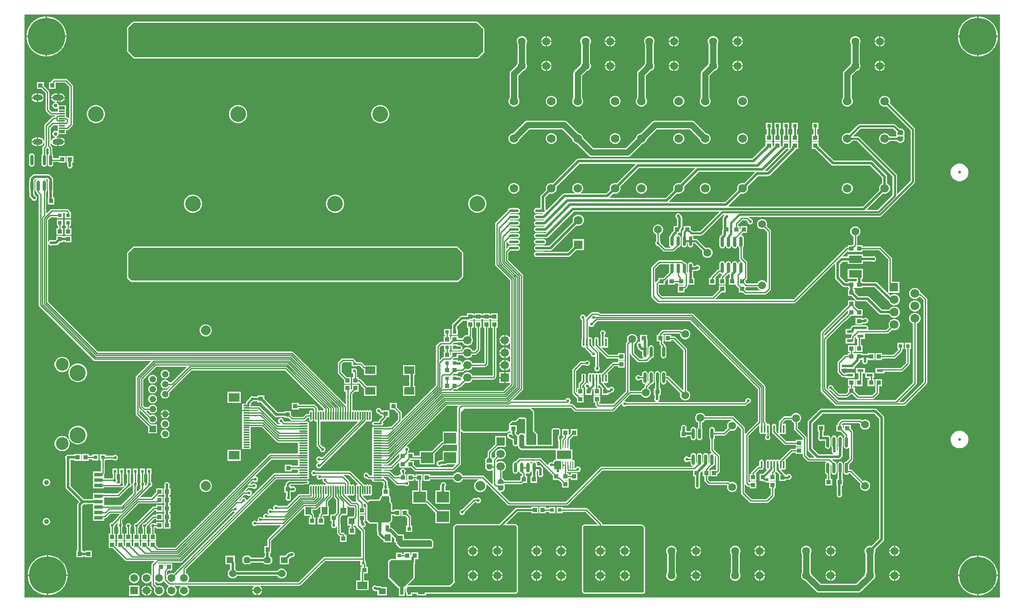
<source format=gtl>
G04*
G04 #@! TF.GenerationSoftware,Altium Limited,Altium Designer,22.1.2 (22)*
G04*
G04 Layer_Physical_Order=1*
G04 Layer_Color=255*
%FSLAX25Y25*%
%MOIN*%
G70*
G04*
G04 #@! TF.SameCoordinates,1A32ED5E-F4BE-4E84-8868-A45DA14C1EED*
G04*
G04*
G04 #@! TF.FilePolarity,Positive*
G04*
G01*
G75*
%ADD10C,0.01000*%
%ADD11C,0.02000*%
%ADD14C,0.00800*%
%ADD16C,0.01500*%
%ADD20C,0.01200*%
%ADD25R,0.19685X0.19685*%
%ADD26R,0.05512X0.04724*%
%ADD27R,0.03543X0.03347*%
%ADD28O,0.07087X0.01181*%
%ADD29O,0.01181X0.07087*%
%ADD30R,0.07087X0.02756*%
%ADD31R,0.08661X0.08000*%
%ADD32R,0.05512X0.06299*%
%ADD33R,0.03000X0.03000*%
%ADD34R,0.05118X0.02362*%
%ADD35R,0.02600X0.04724*%
%ADD36R,0.02600X0.08268*%
%ADD37O,0.07087X0.12500*%
%ADD38R,0.03347X0.03543*%
%ADD39O,0.02362X0.08661*%
%ADD40O,0.01378X0.06299*%
%ADD41R,0.01378X0.06299*%
%ADD42R,0.03000X0.03000*%
%ADD43R,0.07874X0.05906*%
%ADD44R,0.10236X0.05906*%
%ADD45O,0.02400X0.08000*%
%ADD46O,0.07874X0.02165*%
%ADD47R,0.01063X0.06084*%
%ADD48R,0.09843X0.08661*%
%ADD49R,0.02362X0.01968*%
%ADD50R,0.04724X0.05512*%
%ADD51R,0.04724X0.05118*%
%ADD52R,0.04724X0.05906*%
G04:AMPARAMS|DCode=53|XSize=55mil|YSize=50mil|CornerRadius=0mil|HoleSize=0mil|Usage=FLASHONLY|Rotation=0.000|XOffset=0mil|YOffset=0mil|HoleType=Round|Shape=Octagon|*
%AMOCTAGOND53*
4,1,8,0.02750,-0.01250,0.02750,0.01250,0.01500,0.02500,-0.01500,0.02500,-0.02750,0.01250,-0.02750,-0.01250,-0.01500,-0.02500,0.01500,-0.02500,0.02750,-0.01250,0.0*
%
%ADD53OCTAGOND53*%

%ADD54R,0.05500X0.05000*%
%ADD55R,0.04528X0.01181*%
%ADD56R,0.04520X0.01180*%
%ADD57R,0.01968X0.02362*%
%ADD58R,0.08661X0.07087*%
%ADD59R,0.05118X0.01181*%
%ADD84R,0.11201X0.06500*%
%ADD100C,0.06400*%
%ADD103C,0.06800*%
%ADD113C,0.06000*%
%ADD120C,0.02362*%
%ADD121C,0.06299*%
%ADD122C,0.02500*%
%ADD123C,0.05000*%
%ADD124C,0.10000*%
%ADD125C,0.07087*%
%ADD126R,0.07090X0.07080*%
%ADD127C,0.07874*%
%ADD128C,0.06200*%
%ADD129C,0.03937*%
%ADD130R,0.07087X0.07087*%
%ADD131C,0.07087*%
%ADD132R,0.06693X0.06693*%
%ADD133C,0.06693*%
%ADD134R,0.06693X0.06693*%
%ADD135C,0.30000*%
%ADD136C,0.04000*%
%ADD137C,0.05200*%
%ADD138C,0.12992*%
%ADD139R,0.05200X0.05200*%
%ADD140C,0.10236*%
%ADD141O,0.09055X0.04724*%
%ADD142O,0.07874X0.04724*%
%ADD143C,0.02953*%
%ADD144R,0.06299X0.06299*%
%ADD145C,0.12598*%
%ADD146C,0.02400*%
G36*
X785362Y2039D02*
X2039D01*
Y470402D01*
X785362D01*
Y2039D01*
D02*
G37*
%LPC*%
G36*
X768976Y468756D02*
X768217D01*
Y453256D01*
X783716D01*
Y454015D01*
X783323Y456503D01*
X782544Y458898D01*
X781401Y461142D01*
X779921Y463179D01*
X778140Y464960D01*
X776102Y466440D01*
X773858Y467584D01*
X771463Y468362D01*
X768976Y468756D01*
D02*
G37*
G36*
X767216D02*
X766457D01*
X763970Y468362D01*
X761575Y467584D01*
X759331Y466440D01*
X757293Y464960D01*
X755512Y463179D01*
X754032Y461142D01*
X752889Y458898D01*
X752110Y456503D01*
X751717Y454015D01*
Y453256D01*
X767216D01*
Y468756D01*
D02*
G37*
G36*
X20944D02*
X20185D01*
Y453256D01*
X35685D01*
Y454015D01*
X35291Y456503D01*
X34513Y458898D01*
X33369Y461142D01*
X31889Y463179D01*
X30108Y464960D01*
X28071Y466440D01*
X25827Y467584D01*
X23432Y468362D01*
X20944Y468756D01*
D02*
G37*
G36*
X19185D02*
X18426D01*
X15938Y468362D01*
X13543Y467584D01*
X11299Y466440D01*
X9262Y464960D01*
X7481Y463179D01*
X6001Y461142D01*
X4857Y458898D01*
X4079Y456503D01*
X3685Y454015D01*
Y453256D01*
X19185D01*
Y468756D01*
D02*
G37*
G36*
X689529Y453019D02*
X689476D01*
Y449319D01*
X693176D01*
Y449372D01*
X692890Y450440D01*
X692337Y451398D01*
X691555Y452180D01*
X690597Y452733D01*
X689529Y453019D01*
D02*
G37*
G36*
X688476D02*
X688423D01*
X687355Y452733D01*
X686398Y452180D01*
X685615Y451398D01*
X685063Y450440D01*
X684776Y449372D01*
Y449319D01*
X688476D01*
Y453019D01*
D02*
G37*
G36*
X575356D02*
X575303D01*
Y449319D01*
X579003D01*
Y449372D01*
X578717Y450440D01*
X578164Y451398D01*
X577382Y452180D01*
X576424Y452733D01*
X575356Y453019D01*
D02*
G37*
G36*
X574303D02*
X574250D01*
X573182Y452733D01*
X572224Y452180D01*
X571442Y451398D01*
X570889Y450440D01*
X570603Y449372D01*
Y449319D01*
X574303D01*
Y453019D01*
D02*
G37*
G36*
X524175D02*
X524122D01*
Y449319D01*
X527822D01*
Y449372D01*
X527536Y450440D01*
X526983Y451398D01*
X526201Y452180D01*
X525243Y452733D01*
X524175Y453019D01*
D02*
G37*
G36*
X523122D02*
X523069D01*
X522001Y452733D01*
X521043Y452180D01*
X520261Y451398D01*
X519708Y450440D01*
X519422Y449372D01*
Y449319D01*
X523122D01*
Y453019D01*
D02*
G37*
G36*
X472994D02*
X472941D01*
Y449319D01*
X476641D01*
Y449372D01*
X476355Y450440D01*
X475802Y451398D01*
X475020Y452180D01*
X474062Y452733D01*
X472994Y453019D01*
D02*
G37*
G36*
X471941D02*
X471888D01*
X470820Y452733D01*
X469862Y452180D01*
X469080Y451398D01*
X468527Y450440D01*
X468241Y449372D01*
Y449319D01*
X471941D01*
Y453019D01*
D02*
G37*
G36*
X421813D02*
X421760D01*
Y449319D01*
X425460D01*
Y449372D01*
X425174Y450440D01*
X424621Y451398D01*
X423839Y452180D01*
X422881Y452733D01*
X421813Y453019D01*
D02*
G37*
G36*
X420760D02*
X420707D01*
X419639Y452733D01*
X418681Y452180D01*
X417899Y451398D01*
X417346Y450440D01*
X417060Y449372D01*
Y449319D01*
X420760D01*
Y453019D01*
D02*
G37*
G36*
X693176Y448319D02*
X689476D01*
Y444619D01*
X689529D01*
X690597Y444905D01*
X691555Y445458D01*
X692337Y446240D01*
X692890Y447198D01*
X693176Y448266D01*
Y448319D01*
D02*
G37*
G36*
X688476D02*
X684776D01*
Y448266D01*
X685063Y447198D01*
X685615Y446240D01*
X686398Y445458D01*
X687355Y444905D01*
X688423Y444619D01*
X688476D01*
Y448319D01*
D02*
G37*
G36*
X579003D02*
X575303D01*
Y444619D01*
X575356D01*
X576424Y444905D01*
X577382Y445458D01*
X578164Y446240D01*
X578717Y447198D01*
X579003Y448266D01*
Y448319D01*
D02*
G37*
G36*
X574303D02*
X570603D01*
Y448266D01*
X570889Y447198D01*
X571442Y446240D01*
X572224Y445458D01*
X573182Y444905D01*
X574250Y444619D01*
X574303D01*
Y448319D01*
D02*
G37*
G36*
X527822D02*
X524122D01*
Y444619D01*
X524175D01*
X525243Y444905D01*
X526201Y445458D01*
X526983Y446240D01*
X527536Y447198D01*
X527822Y448266D01*
Y448319D01*
D02*
G37*
G36*
X523122D02*
X519422D01*
Y448266D01*
X519708Y447198D01*
X520261Y446240D01*
X521043Y445458D01*
X522001Y444905D01*
X523069Y444619D01*
X523122D01*
Y448319D01*
D02*
G37*
G36*
X476641D02*
X472941D01*
Y444619D01*
X472994D01*
X474062Y444905D01*
X475020Y445458D01*
X475802Y446240D01*
X476355Y447198D01*
X476641Y448266D01*
Y448319D01*
D02*
G37*
G36*
X471941D02*
X468241D01*
Y448266D01*
X468527Y447198D01*
X469080Y446240D01*
X469862Y445458D01*
X470820Y444905D01*
X471888Y444619D01*
X471941D01*
Y448319D01*
D02*
G37*
G36*
X425460D02*
X421760D01*
Y444619D01*
X421813D01*
X422881Y444905D01*
X423839Y445458D01*
X424621Y446240D01*
X425174Y447198D01*
X425460Y448266D01*
Y448319D01*
D02*
G37*
G36*
X420760D02*
X417060D01*
Y448266D01*
X417346Y447198D01*
X417899Y446240D01*
X418681Y445458D01*
X419639Y444905D01*
X420707Y444619D01*
X420760D01*
Y448319D01*
D02*
G37*
G36*
X783716Y452256D02*
X768217D01*
Y436756D01*
X768976D01*
X771463Y437150D01*
X773858Y437928D01*
X776102Y439072D01*
X778140Y440552D01*
X779921Y442333D01*
X781401Y444370D01*
X782544Y446614D01*
X783323Y449009D01*
X783716Y451497D01*
Y452256D01*
D02*
G37*
G36*
X767216D02*
X751717D01*
Y451497D01*
X752110Y449009D01*
X752889Y446614D01*
X754032Y444370D01*
X755512Y442333D01*
X757293Y440552D01*
X759331Y439072D01*
X761575Y437928D01*
X763970Y437150D01*
X766457Y436756D01*
X767216D01*
Y452256D01*
D02*
G37*
G36*
X35685D02*
X20185D01*
Y436756D01*
X20944D01*
X23432Y437150D01*
X25827Y437928D01*
X28071Y439072D01*
X30108Y440552D01*
X31889Y442333D01*
X33369Y444370D01*
X34513Y446614D01*
X35291Y449009D01*
X35685Y451497D01*
Y452256D01*
D02*
G37*
G36*
X19185D02*
X3685D01*
Y451497D01*
X4079Y449009D01*
X4857Y446614D01*
X6001Y444370D01*
X7481Y442333D01*
X9262Y440552D01*
X11299Y439072D01*
X13543Y437928D01*
X15938Y437150D01*
X18426Y436756D01*
X19185D01*
Y452256D01*
D02*
G37*
G36*
X365500Y464520D02*
X89500D01*
X89110Y464442D01*
X88779Y464221D01*
X84779Y460221D01*
X84558Y459890D01*
X84480Y459500D01*
Y458500D01*
Y441000D01*
X84558Y440610D01*
X84779Y440279D01*
X89779Y435279D01*
X90110Y435058D01*
X90500Y434980D01*
X366000D01*
X366390Y435058D01*
X366721Y435279D01*
X371221Y439779D01*
X371442Y440110D01*
X371520Y440500D01*
Y458500D01*
X371442Y458890D01*
X371221Y459221D01*
X366221Y464221D01*
X365890Y464442D01*
X365500Y464520D01*
D02*
G37*
G36*
X689529Y433334D02*
X689476D01*
Y429634D01*
X693176D01*
Y429687D01*
X692890Y430755D01*
X692337Y431713D01*
X691555Y432495D01*
X690597Y433048D01*
X689529Y433334D01*
D02*
G37*
G36*
X688476D02*
X688423D01*
X687355Y433048D01*
X686398Y432495D01*
X685615Y431713D01*
X685063Y430755D01*
X684776Y429687D01*
Y429634D01*
X688476D01*
Y433334D01*
D02*
G37*
G36*
X575356D02*
X575303D01*
Y429634D01*
X579003D01*
Y429687D01*
X578717Y430755D01*
X578164Y431713D01*
X577382Y432495D01*
X576424Y433048D01*
X575356Y433334D01*
D02*
G37*
G36*
X574303D02*
X574250D01*
X573182Y433048D01*
X572224Y432495D01*
X571442Y431713D01*
X570889Y430755D01*
X570603Y429687D01*
Y429634D01*
X574303D01*
Y433334D01*
D02*
G37*
G36*
X524175D02*
X524122D01*
Y429634D01*
X527822D01*
Y429687D01*
X527536Y430755D01*
X526983Y431713D01*
X526201Y432495D01*
X525243Y433048D01*
X524175Y433334D01*
D02*
G37*
G36*
X523122D02*
X523069D01*
X522001Y433048D01*
X521043Y432495D01*
X520261Y431713D01*
X519708Y430755D01*
X519422Y429687D01*
Y429634D01*
X523122D01*
Y433334D01*
D02*
G37*
G36*
X472994D02*
X472941D01*
Y429634D01*
X476641D01*
Y429687D01*
X476355Y430755D01*
X475802Y431713D01*
X475020Y432495D01*
X474062Y433048D01*
X472994Y433334D01*
D02*
G37*
G36*
X471941D02*
X471888D01*
X470820Y433048D01*
X469862Y432495D01*
X469080Y431713D01*
X468527Y430755D01*
X468241Y429687D01*
Y429634D01*
X471941D01*
Y433334D01*
D02*
G37*
G36*
X421813D02*
X421760D01*
Y429634D01*
X425460D01*
Y429687D01*
X425174Y430755D01*
X424621Y431713D01*
X423839Y432495D01*
X422881Y433048D01*
X421813Y433334D01*
D02*
G37*
G36*
X420760D02*
X420707D01*
X419639Y433048D01*
X418681Y432495D01*
X417899Y431713D01*
X417346Y430755D01*
X417060Y429687D01*
Y429634D01*
X420760D01*
Y433334D01*
D02*
G37*
G36*
X693176Y428634D02*
X689476D01*
Y424934D01*
X689529D01*
X690597Y425220D01*
X691555Y425773D01*
X692337Y426555D01*
X692890Y427513D01*
X693176Y428581D01*
Y428634D01*
D02*
G37*
G36*
X688476D02*
X684776D01*
Y428581D01*
X685063Y427513D01*
X685615Y426555D01*
X686398Y425773D01*
X687355Y425220D01*
X688423Y424934D01*
X688476D01*
Y428634D01*
D02*
G37*
G36*
X579003D02*
X575303D01*
Y424934D01*
X575356D01*
X576424Y425220D01*
X577382Y425773D01*
X578164Y426555D01*
X578717Y427513D01*
X579003Y428581D01*
Y428634D01*
D02*
G37*
G36*
X574303D02*
X570603D01*
Y428581D01*
X570889Y427513D01*
X571442Y426555D01*
X572224Y425773D01*
X573182Y425220D01*
X574250Y424934D01*
X574303D01*
Y428634D01*
D02*
G37*
G36*
X527822D02*
X524122D01*
Y424934D01*
X524175D01*
X525243Y425220D01*
X526201Y425773D01*
X526983Y426555D01*
X527536Y427513D01*
X527822Y428581D01*
Y428634D01*
D02*
G37*
G36*
X523122D02*
X519422D01*
Y428581D01*
X519708Y427513D01*
X520261Y426555D01*
X521043Y425773D01*
X522001Y425220D01*
X523069Y424934D01*
X523122D01*
Y428634D01*
D02*
G37*
G36*
X476641D02*
X472941D01*
Y424934D01*
X472994D01*
X474062Y425220D01*
X475020Y425773D01*
X475802Y426555D01*
X476355Y427513D01*
X476641Y428581D01*
Y428634D01*
D02*
G37*
G36*
X471941D02*
X468241D01*
Y428581D01*
X468527Y427513D01*
X469080Y426555D01*
X469862Y425773D01*
X470820Y425220D01*
X471888Y424934D01*
X471941D01*
Y428634D01*
D02*
G37*
G36*
X425460D02*
X421760D01*
Y424934D01*
X421813D01*
X422881Y425220D01*
X423839Y425773D01*
X424621Y426555D01*
X425174Y427513D01*
X425460Y428581D01*
Y428634D01*
D02*
G37*
G36*
X420760D02*
X417060D01*
Y428581D01*
X417346Y427513D01*
X417899Y426555D01*
X418681Y425773D01*
X419639Y425220D01*
X420707Y424934D01*
X420760D01*
Y428634D01*
D02*
G37*
G36*
X31200Y406935D02*
X29535D01*
Y404044D01*
X34525D01*
X34475Y404422D01*
X34137Y405239D01*
X33598Y405942D01*
X32895Y406481D01*
X32078Y406819D01*
X31200Y406935D01*
D02*
G37*
G36*
X28534D02*
X26869D01*
X25991Y406819D01*
X25174Y406481D01*
X24471Y405942D01*
X23932Y405239D01*
X23594Y404422D01*
X23544Y404044D01*
X28534D01*
Y406935D01*
D02*
G37*
G36*
X14271Y406934D02*
X13196D01*
Y404043D01*
X17596D01*
X17546Y404421D01*
X17208Y405239D01*
X16669Y405941D01*
X15966Y406480D01*
X15148Y406819D01*
X14271Y406934D01*
D02*
G37*
G36*
X12196D02*
X11121D01*
X10244Y406819D01*
X9426Y406480D01*
X8723Y405941D01*
X8184Y405239D01*
X7846Y404421D01*
X7796Y404043D01*
X12196D01*
Y406934D01*
D02*
G37*
G36*
X34525Y403044D02*
X29535D01*
Y400153D01*
X31200D01*
X32078Y400268D01*
X32895Y400607D01*
X33598Y401146D01*
X34137Y401848D01*
X34475Y402666D01*
X34525Y403044D01*
D02*
G37*
G36*
X17596Y403043D02*
X13196D01*
Y400152D01*
X14271D01*
X15148Y400268D01*
X15966Y400606D01*
X16669Y401145D01*
X17208Y401848D01*
X17546Y402666D01*
X17596Y403043D01*
D02*
G37*
G36*
X12196D02*
X7796D01*
X7846Y402666D01*
X8184Y401848D01*
X8723Y401145D01*
X9426Y400606D01*
X10244Y400268D01*
X11121Y400152D01*
X12196D01*
Y403043D01*
D02*
G37*
G36*
X669844Y453019D02*
X668738D01*
X667670Y452733D01*
X666713Y452180D01*
X665931Y451398D01*
X665378Y450440D01*
X665091Y449372D01*
Y448266D01*
X665378Y447198D01*
X665761Y446533D01*
Y431419D01*
X665378Y430755D01*
X665179Y430014D01*
X660417Y425252D01*
X659856Y424521D01*
X659504Y423670D01*
X659383Y422756D01*
Y403394D01*
X658813Y402407D01*
X658513Y401288D01*
Y400129D01*
X658813Y399010D01*
X659392Y398007D01*
X660212Y397188D01*
X661215Y396608D01*
X662334Y396309D01*
X663493D01*
X664612Y396608D01*
X665615Y397188D01*
X666434Y398007D01*
X667014Y399010D01*
X667313Y400129D01*
Y401288D01*
X667014Y402407D01*
X666444Y403394D01*
Y421294D01*
X670171Y425022D01*
X670913Y425220D01*
X671870Y425773D01*
X672652Y426555D01*
X673205Y427513D01*
X673491Y428581D01*
Y429687D01*
X673205Y430755D01*
X672822Y431419D01*
Y446533D01*
X673205Y447198D01*
X673491Y448266D01*
Y449372D01*
X673205Y450440D01*
X672652Y451398D01*
X671870Y452180D01*
X670913Y452733D01*
X669844Y453019D01*
D02*
G37*
G36*
X579319Y405109D02*
X578161D01*
X577042Y404809D01*
X576039Y404229D01*
X575219Y403410D01*
X574640Y402407D01*
X574340Y401288D01*
Y400129D01*
X574640Y399010D01*
X575219Y398007D01*
X576039Y397188D01*
X577042Y396608D01*
X578161Y396309D01*
X579319D01*
X580439Y396608D01*
X581442Y397188D01*
X582261Y398007D01*
X582840Y399010D01*
X583140Y400129D01*
Y401288D01*
X582840Y402407D01*
X582261Y403410D01*
X581442Y404229D01*
X580439Y404809D01*
X579319Y405109D01*
D02*
G37*
G36*
X555671Y453019D02*
X554565D01*
X553497Y452733D01*
X552539Y452180D01*
X551757Y451398D01*
X551204Y450440D01*
X550918Y449372D01*
Y448266D01*
X551204Y447198D01*
X551588Y446533D01*
Y431419D01*
X551204Y430755D01*
X551006Y430014D01*
X546244Y425252D01*
X545683Y424521D01*
X545330Y423670D01*
X545210Y422756D01*
Y403394D01*
X544640Y402407D01*
X544340Y401288D01*
Y400129D01*
X544640Y399010D01*
X545219Y398007D01*
X546038Y397188D01*
X547042Y396608D01*
X548161Y396309D01*
X549319D01*
X550438Y396608D01*
X551442Y397188D01*
X552261Y398007D01*
X552840Y399010D01*
X553140Y400129D01*
Y401288D01*
X552840Y402407D01*
X552270Y403394D01*
Y421294D01*
X555998Y425022D01*
X556739Y425220D01*
X557697Y425773D01*
X558479Y426555D01*
X559032Y427513D01*
X559318Y428581D01*
Y429687D01*
X559032Y430755D01*
X558648Y431419D01*
Y446533D01*
X559032Y447198D01*
X559318Y448266D01*
Y449372D01*
X559032Y450440D01*
X558479Y451398D01*
X557697Y452180D01*
X556739Y452733D01*
X555671Y453019D01*
D02*
G37*
G36*
X528138Y405109D02*
X526980D01*
X525861Y404809D01*
X524857Y404229D01*
X524038Y403410D01*
X523459Y402407D01*
X523159Y401288D01*
Y400129D01*
X523459Y399010D01*
X524038Y398007D01*
X524857Y397188D01*
X525861Y396608D01*
X526980Y396309D01*
X528138D01*
X529257Y396608D01*
X530261Y397188D01*
X531080Y398007D01*
X531659Y399010D01*
X531959Y400129D01*
Y401288D01*
X531659Y402407D01*
X531080Y403410D01*
X530261Y404229D01*
X529257Y404809D01*
X528138Y405109D01*
D02*
G37*
G36*
X504490Y453019D02*
X503384D01*
X502316Y452733D01*
X501358Y452180D01*
X500576Y451398D01*
X500023Y450440D01*
X499737Y449372D01*
Y448266D01*
X500023Y447198D01*
X500407Y446533D01*
Y431419D01*
X500023Y430755D01*
X499825Y430014D01*
X495063Y425252D01*
X494502Y424521D01*
X494149Y423670D01*
X494029Y422756D01*
Y403394D01*
X493459Y402407D01*
X493159Y401288D01*
Y400129D01*
X493459Y399010D01*
X494038Y398007D01*
X494857Y397188D01*
X495861Y396608D01*
X496980Y396309D01*
X498138D01*
X499257Y396608D01*
X500261Y397188D01*
X501080Y398007D01*
X501659Y399010D01*
X501959Y400129D01*
Y401288D01*
X501659Y402407D01*
X501089Y403394D01*
Y421294D01*
X504817Y425022D01*
X505558Y425220D01*
X506516Y425773D01*
X507298Y426555D01*
X507851Y427513D01*
X508137Y428581D01*
Y429687D01*
X507851Y430755D01*
X507467Y431419D01*
Y446533D01*
X507851Y447198D01*
X508137Y448266D01*
Y449372D01*
X507851Y450440D01*
X507298Y451398D01*
X506516Y452180D01*
X505558Y452733D01*
X504490Y453019D01*
D02*
G37*
G36*
X476957Y405109D02*
X475799D01*
X474680Y404809D01*
X473676Y404229D01*
X472857Y403410D01*
X472278Y402407D01*
X471978Y401288D01*
Y400129D01*
X472278Y399010D01*
X472857Y398007D01*
X473676Y397188D01*
X474680Y396608D01*
X475799Y396309D01*
X476957D01*
X478076Y396608D01*
X479080Y397188D01*
X479899Y398007D01*
X480478Y399010D01*
X480778Y400129D01*
Y401288D01*
X480478Y402407D01*
X479899Y403410D01*
X479080Y404229D01*
X478076Y404809D01*
X476957Y405109D01*
D02*
G37*
G36*
X453309Y453019D02*
X452203D01*
X451135Y452733D01*
X450177Y452180D01*
X449395Y451398D01*
X448842Y450440D01*
X448556Y449372D01*
Y448266D01*
X448842Y447198D01*
X449226Y446533D01*
Y431419D01*
X448842Y430755D01*
X448644Y430014D01*
X443882Y425252D01*
X443321Y424521D01*
X442968Y423670D01*
X442848Y422756D01*
Y403394D01*
X442278Y402407D01*
X441978Y401288D01*
Y400129D01*
X442278Y399010D01*
X442857Y398007D01*
X443676Y397188D01*
X444680Y396608D01*
X445799Y396309D01*
X446957D01*
X448076Y396608D01*
X449080Y397188D01*
X449899Y398007D01*
X450478Y399010D01*
X450778Y400129D01*
Y401288D01*
X450478Y402407D01*
X449908Y403394D01*
Y421294D01*
X453636Y425022D01*
X454377Y425220D01*
X455335Y425773D01*
X456117Y426555D01*
X456670Y427513D01*
X456956Y428581D01*
Y429687D01*
X456670Y430755D01*
X456286Y431419D01*
Y446533D01*
X456670Y447198D01*
X456956Y448266D01*
Y449372D01*
X456670Y450440D01*
X456117Y451398D01*
X455335Y452180D01*
X454377Y452733D01*
X453309Y453019D01*
D02*
G37*
G36*
X425776Y405109D02*
X424618D01*
X423498Y404809D01*
X422495Y404229D01*
X421676Y403410D01*
X421097Y402407D01*
X420797Y401288D01*
Y400129D01*
X421097Y399010D01*
X421676Y398007D01*
X422495Y397188D01*
X423498Y396608D01*
X424618Y396309D01*
X425776D01*
X426895Y396608D01*
X427899Y397188D01*
X428718Y398007D01*
X429297Y399010D01*
X429597Y400129D01*
Y401288D01*
X429297Y402407D01*
X428718Y403410D01*
X427899Y404229D01*
X426895Y404809D01*
X425776Y405109D01*
D02*
G37*
G36*
X402128Y453019D02*
X401022D01*
X399954Y452733D01*
X398996Y452180D01*
X398214Y451398D01*
X397661Y450440D01*
X397375Y449372D01*
Y448266D01*
X397661Y447198D01*
X398045Y446533D01*
Y431419D01*
X397661Y430755D01*
X397463Y430014D01*
X392701Y425252D01*
X392140Y424521D01*
X391787Y423670D01*
X391667Y422756D01*
Y403394D01*
X391097Y402407D01*
X390797Y401288D01*
Y400129D01*
X391097Y399010D01*
X391676Y398007D01*
X392495Y397188D01*
X393498Y396608D01*
X394618Y396309D01*
X395776D01*
X396895Y396608D01*
X397899Y397188D01*
X398718Y398007D01*
X399297Y399010D01*
X399597Y400129D01*
Y401288D01*
X399297Y402407D01*
X398727Y403394D01*
Y421294D01*
X402455Y425022D01*
X403196Y425220D01*
X404154Y425773D01*
X404936Y426555D01*
X405489Y427513D01*
X405775Y428581D01*
Y429687D01*
X405489Y430755D01*
X405105Y431419D01*
Y446533D01*
X405489Y447198D01*
X405775Y448266D01*
Y449372D01*
X405489Y450440D01*
X404936Y451398D01*
X404154Y452180D01*
X403196Y452733D01*
X402128Y453019D01*
D02*
G37*
G36*
X35414Y418615D02*
X26086D01*
X25501Y418499D01*
X25004Y418167D01*
X23892Y417055D01*
X23560Y416559D01*
X23461Y416059D01*
X21736D01*
Y410713D01*
X27279D01*
Y415556D01*
X34781D01*
X37971Y412366D01*
Y387288D01*
X37471Y387136D01*
X37417Y387216D01*
X36831Y387802D01*
X36335Y388133D01*
X35750Y388250D01*
X35448D01*
Y388402D01*
X35441D01*
Y389157D01*
X35450D01*
Y392338D01*
X35444D01*
Y394306D01*
X35432D01*
Y397457D01*
X29543D01*
Y397697D01*
X29166Y398607D01*
X28469Y399304D01*
X27559Y399681D01*
X27627Y400153D01*
X28534D01*
Y403044D01*
X23544D01*
X23594Y402666D01*
X23932Y401848D01*
X24471Y401146D01*
X25174Y400607D01*
X25991Y400268D01*
X26656Y400181D01*
X26623Y399681D01*
X26574D01*
X25664Y399304D01*
X24967Y398607D01*
X24590Y397697D01*
Y396712D01*
X24967Y395801D01*
X25664Y395105D01*
X26574Y394728D01*
X27559D01*
X28405Y395078D01*
X28905Y394887D01*
Y393094D01*
X28924D01*
Y392338D01*
X28922D01*
Y392277D01*
X23971D01*
X22029Y394219D01*
Y407847D01*
X21913Y408432D01*
X21581Y408928D01*
X17634Y412876D01*
Y416059D01*
X12091D01*
Y410713D01*
X15471D01*
X18971Y407213D01*
Y393586D01*
X19087Y393001D01*
X19419Y392504D01*
X22256Y389666D01*
X22753Y389335D01*
X23338Y389218D01*
X26212D01*
X26463Y388764D01*
X26250Y388386D01*
X25357D01*
X24771Y388270D01*
X24275Y387938D01*
X18419Y382081D01*
X18087Y381585D01*
X17971Y381000D01*
Y369271D01*
X17471Y369171D01*
X17208Y369806D01*
X16669Y370508D01*
X15967Y371047D01*
X15149Y371386D01*
X14271Y371501D01*
X13196D01*
Y368110D01*
Y364719D01*
X14271D01*
X15149Y364834D01*
X15967Y365173D01*
X16669Y365712D01*
X17208Y366414D01*
X17471Y367049D01*
X17971Y366949D01*
Y365247D01*
X16919Y364195D01*
X16587Y363699D01*
X16471Y363114D01*
Y358200D01*
X16428Y358171D01*
X15945Y357449D01*
X15776Y356598D01*
Y350299D01*
X15945Y349448D01*
X16428Y348727D01*
X17149Y348245D01*
X18000Y348075D01*
X18851Y348245D01*
X19572Y348727D01*
X20055Y349448D01*
X20224Y350299D01*
Y356598D01*
X20055Y357449D01*
X19572Y358171D01*
X19529Y358200D01*
Y362480D01*
X20443Y363394D01*
X21471Y362367D01*
Y358200D01*
X21428Y358171D01*
X20945Y357449D01*
X20776Y356598D01*
Y350299D01*
X20945Y349448D01*
X21428Y348727D01*
X22149Y348245D01*
X23000Y348075D01*
X23851Y348245D01*
X24573Y348727D01*
X25055Y349448D01*
X25224Y350299D01*
Y351919D01*
X29678D01*
Y351327D01*
X35221D01*
Y356673D01*
X29678D01*
Y354978D01*
X25224D01*
Y356598D01*
X25055Y357449D01*
X24573Y358171D01*
X24529Y358200D01*
Y363000D01*
X24413Y363585D01*
X24081Y364081D01*
X23029Y365134D01*
Y367689D01*
X23529Y367722D01*
X23594Y367233D01*
X23933Y366415D01*
X24471Y365713D01*
X25174Y365174D01*
X25992Y364835D01*
X26869Y364719D01*
X28535D01*
Y368111D01*
X29035D01*
D01*
X28535D01*
Y371502D01*
X27631D01*
X27559Y371972D01*
X28469Y372349D01*
X29166Y373045D01*
X29543Y373956D01*
Y374196D01*
X35448D01*
Y377408D01*
X36437D01*
X37022Y377524D01*
X37519Y377856D01*
X40582Y380919D01*
X40913Y381415D01*
X41029Y382000D01*
Y413000D01*
X40913Y413585D01*
X40581Y414081D01*
X36496Y418167D01*
X36000Y418499D01*
X35414Y418615D01*
D02*
G37*
G36*
X288514Y397654D02*
X287076D01*
X285666Y397373D01*
X284338Y396823D01*
X283142Y396024D01*
X282126Y395007D01*
X281327Y393812D01*
X280777Y392483D01*
X280496Y391073D01*
Y389635D01*
X280777Y388225D01*
X281327Y386897D01*
X282126Y385701D01*
X283142Y384685D01*
X284338Y383886D01*
X285666Y383336D01*
X287076Y383055D01*
X288514D01*
X289924Y383336D01*
X291253Y383886D01*
X292448Y384685D01*
X293465Y385701D01*
X294264Y386897D01*
X294814Y388225D01*
X295094Y389635D01*
Y391073D01*
X294814Y392483D01*
X294264Y393812D01*
X293465Y395007D01*
X292448Y396024D01*
X291253Y396823D01*
X289924Y397373D01*
X288514Y397654D01*
D02*
G37*
G36*
X174341D02*
X172903D01*
X171493Y397373D01*
X170165Y396823D01*
X168969Y396024D01*
X167952Y395007D01*
X167154Y393812D01*
X166603Y392483D01*
X166323Y391073D01*
Y389635D01*
X166603Y388225D01*
X167154Y386897D01*
X167952Y385701D01*
X168969Y384685D01*
X170165Y383886D01*
X171493Y383336D01*
X172903Y383055D01*
X174341D01*
X175751Y383336D01*
X177079Y383886D01*
X178275Y384685D01*
X179292Y385701D01*
X180090Y386897D01*
X180641Y388225D01*
X180921Y389635D01*
Y391073D01*
X180641Y392483D01*
X180090Y393812D01*
X179292Y395007D01*
X178275Y396024D01*
X177079Y396823D01*
X175751Y397373D01*
X174341Y397654D01*
D02*
G37*
G36*
X60168D02*
X58730D01*
X57320Y397373D01*
X55991Y396823D01*
X54796Y396024D01*
X53779Y395007D01*
X52980Y393812D01*
X52430Y392483D01*
X52150Y391073D01*
Y389635D01*
X52430Y388225D01*
X52980Y386897D01*
X53779Y385701D01*
X54796Y384685D01*
X55991Y383886D01*
X57320Y383336D01*
X58730Y383055D01*
X60168D01*
X61578Y383336D01*
X62906Y383886D01*
X64102Y384685D01*
X65118Y385701D01*
X65917Y386897D01*
X66467Y388225D01*
X66748Y389635D01*
Y391073D01*
X66467Y392483D01*
X65917Y393812D01*
X65118Y395007D01*
X64102Y396024D01*
X62906Y396823D01*
X61578Y397373D01*
X60168Y397654D01*
D02*
G37*
G36*
X693493Y405109D02*
X692334D01*
X691215Y404809D01*
X690212Y404229D01*
X689393Y403410D01*
X688813Y402407D01*
X688513Y401288D01*
Y400129D01*
X688813Y399010D01*
X689393Y398007D01*
X690212Y397188D01*
X691215Y396608D01*
X692334Y396309D01*
X693493D01*
X694516Y396583D01*
X713716Y377383D01*
Y336739D01*
X703246Y326270D01*
X702784Y326461D01*
Y341000D01*
X702784Y341000D01*
X702648Y341683D01*
X702262Y342262D01*
X672553Y371970D01*
X671974Y372357D01*
X671291Y372493D01*
X667874D01*
X667683Y372955D01*
X673444Y378716D01*
X699761D01*
X702176Y376301D01*
X702071Y375500D01*
X702073D01*
Y374000D01*
X702181Y373454D01*
X702484Y373000D01*
X702181Y372546D01*
X702150Y372389D01*
X697018D01*
X697014Y372407D01*
X696434Y373410D01*
X695615Y374230D01*
X694612Y374809D01*
X693493Y375109D01*
X692334D01*
X691215Y374809D01*
X690212Y374230D01*
X689393Y373410D01*
X688813Y372407D01*
X688513Y371288D01*
Y370129D01*
X688813Y369010D01*
X689393Y368007D01*
X690212Y367188D01*
X691215Y366609D01*
X692334Y366309D01*
X693493D01*
X694612Y366609D01*
X695615Y367188D01*
X696434Y368007D01*
X696904Y368820D01*
X702516D01*
X702530Y368785D01*
X703075Y368075D01*
X703785Y367530D01*
X704612Y367188D01*
X705500Y367071D01*
X706388Y367188D01*
X707215Y367530D01*
X707925Y368075D01*
X708470Y368785D01*
X708813Y369612D01*
X708929Y370500D01*
X708927D01*
Y372000D01*
X708819Y372546D01*
X708516Y373000D01*
X708819Y373454D01*
X708927Y374000D01*
Y375500D01*
X708929D01*
X708813Y376388D01*
X708470Y377215D01*
X707925Y377925D01*
X707215Y378470D01*
X706388Y378813D01*
X705500Y378929D01*
X704699Y378824D01*
X701762Y381762D01*
X701183Y382149D01*
X700500Y382284D01*
X672705D01*
X672705Y382284D01*
X672022Y382149D01*
X671443Y381762D01*
X671443Y381762D01*
X664516Y374834D01*
X663493Y375109D01*
X662334D01*
X661215Y374809D01*
X660212Y374230D01*
X659392Y373410D01*
X658813Y372407D01*
X658513Y371288D01*
Y370129D01*
X658813Y369010D01*
X659392Y368007D01*
X660212Y367188D01*
X661215Y366609D01*
X662334Y366309D01*
X663493D01*
X664612Y366609D01*
X665615Y367188D01*
X666434Y368007D01*
X666964Y368924D01*
X670552D01*
X699216Y340261D01*
Y325239D01*
X687261Y313284D01*
X679026D01*
X678835Y313746D01*
X691595Y326507D01*
X692334Y326309D01*
X693493D01*
X694612Y326608D01*
X695615Y327188D01*
X696434Y328007D01*
X697014Y329010D01*
X697313Y330129D01*
Y331288D01*
X697014Y332407D01*
X696434Y333410D01*
X695615Y334229D01*
X694953Y334612D01*
X694953Y340087D01*
X694953Y340087D01*
X694797Y340867D01*
X694355Y341529D01*
X683442Y352442D01*
X682780Y352884D01*
X682000Y353039D01*
X652136D01*
X639906Y365269D01*
Y367830D01*
X634559D01*
Y362287D01*
X637120D01*
X649849Y349558D01*
X650511Y349116D01*
X651291Y348961D01*
X681155D01*
X690874Y339242D01*
X690874Y334612D01*
X690212Y334229D01*
X689393Y333410D01*
X688813Y332407D01*
X688513Y331288D01*
Y330129D01*
X688711Y329391D01*
X675360Y316039D01*
X567662D01*
X567454Y316539D01*
X577422Y326507D01*
X578161Y326309D01*
X579319D01*
X580439Y326608D01*
X581442Y327188D01*
X582261Y328007D01*
X582840Y329010D01*
X583140Y330129D01*
Y331288D01*
X582942Y332027D01*
X591376Y340461D01*
X599500D01*
X600280Y340616D01*
X600942Y341058D01*
X621001Y361117D01*
X621443Y361779D01*
X621544Y362287D01*
X623299D01*
Y367830D01*
X617953D01*
Y365188D01*
X617675Y364772D01*
X617520Y363992D01*
Y363404D01*
X616871Y362755D01*
X616409Y362947D01*
Y367830D01*
X611063D01*
Y365256D01*
X611023Y365229D01*
X609982Y364188D01*
X609520Y364379D01*
Y367830D01*
X604173D01*
Y365171D01*
X603092Y364090D01*
X602630Y364281D01*
Y367830D01*
X597284D01*
Y365256D01*
X597243Y365229D01*
X586553Y354539D01*
X446988D01*
X446208Y354384D01*
X445546Y353942D01*
X426515Y334911D01*
X425776Y335109D01*
X424618D01*
X423498Y334809D01*
X422495Y334229D01*
X421676Y333410D01*
X421097Y332407D01*
X420797Y331288D01*
Y330129D01*
X420995Y329391D01*
X417024Y325420D01*
X416582Y324758D01*
X416427Y323978D01*
Y314899D01*
X413258D01*
X412445Y314737D01*
X411756Y314277D01*
X411296Y313588D01*
X411134Y312776D01*
X411296Y311963D01*
X411756Y311274D01*
X412445Y310814D01*
X413258Y310652D01*
X418140D01*
X418353Y310172D01*
X418135Y309899D01*
X413258D01*
X412445Y309737D01*
X411756Y309277D01*
X411296Y308588D01*
X411134Y307776D01*
X411296Y306963D01*
X411756Y306274D01*
X412445Y305814D01*
X413258Y305652D01*
X418966D01*
X419085Y305676D01*
X419318Y305238D01*
X418995Y304893D01*
X418966Y304899D01*
X413258D01*
X412445Y304737D01*
X411756Y304277D01*
X411296Y303588D01*
X411134Y302776D01*
X411296Y301963D01*
X411756Y301274D01*
X412445Y300814D01*
X413258Y300652D01*
X418966D01*
X419549Y300768D01*
X419677D01*
X419939Y300323D01*
X419463Y299846D01*
X419231D01*
X418966Y299899D01*
X413258D01*
X412445Y299737D01*
X411756Y299277D01*
X411296Y298588D01*
X411134Y297776D01*
X411296Y296963D01*
X411756Y296274D01*
X412445Y295814D01*
X413258Y295652D01*
X418966D01*
X419549Y295768D01*
X420307D01*
X420769Y295860D01*
X421015Y295399D01*
X420431Y294815D01*
X419390D01*
X418966Y294899D01*
X413258D01*
X412445Y294737D01*
X411756Y294277D01*
X411296Y293588D01*
X411134Y292776D01*
X411296Y291963D01*
X411756Y291274D01*
X412445Y290814D01*
X413258Y290652D01*
X418966D01*
X419390Y290736D01*
X421276D01*
X422056Y290892D01*
X422718Y291334D01*
X443345Y311961D01*
X559784D01*
X559975Y311499D01*
X544761Y296284D01*
X538472D01*
X537095Y297661D01*
Y300484D01*
X531552D01*
Y297661D01*
X530738Y296848D01*
X530351Y296269D01*
X530216Y295586D01*
Y292428D01*
X529928Y291997D01*
X529757Y291139D01*
Y285539D01*
X529928Y284680D01*
X530414Y283952D01*
X531142Y283466D01*
X532000Y283295D01*
X532858Y283466D01*
X533586Y283952D01*
X534072Y284680D01*
X534243Y285539D01*
Y286554D01*
X534757D01*
Y285539D01*
X534928Y284680D01*
X535414Y283952D01*
X536142Y283466D01*
X537000Y283295D01*
X537858Y283466D01*
X538586Y283952D01*
X539072Y284680D01*
X539243Y285539D01*
Y286554D01*
X540422D01*
X546579Y280398D01*
X546350Y279546D01*
Y278454D01*
X546633Y277398D01*
X547180Y276452D01*
X547952Y275679D01*
X548898Y275133D01*
X549954Y274850D01*
X551046D01*
X552102Y275133D01*
X553048Y275679D01*
X553821Y276452D01*
X554367Y277398D01*
X554650Y278454D01*
Y279546D01*
X554367Y280602D01*
X553821Y281548D01*
X553048Y282320D01*
X552102Y282867D01*
X551046Y283150D01*
X549954D01*
X549102Y282921D01*
X542423Y289600D01*
X541844Y289987D01*
X541161Y290123D01*
X539243D01*
Y291139D01*
X539072Y291997D01*
X538887Y292275D01*
X539122Y292716D01*
X545500D01*
X546183Y292851D01*
X546762Y293238D01*
X563239Y309716D01*
X563951D01*
X564143Y309254D01*
X564135Y309246D01*
X563898Y308673D01*
X563436Y308211D01*
X562994Y307550D01*
X562839Y306769D01*
Y298484D01*
X562851Y298423D01*
Y297820D01*
X562616Y297469D01*
X562461Y296689D01*
Y293845D01*
X561525Y292909D01*
X560927Y292510D01*
X560445Y291788D01*
X560276Y290937D01*
Y284638D01*
X560445Y283787D01*
X560927Y283065D01*
X561649Y282583D01*
X562500Y282414D01*
X563351Y282583D01*
X564073Y283065D01*
X564555Y283787D01*
X564724Y284638D01*
Y289927D01*
X564776Y289962D01*
X565276Y289694D01*
Y284638D01*
X565445Y283787D01*
X565928Y283065D01*
X566649Y282583D01*
X567500Y282414D01*
X568351Y282583D01*
X569072Y283065D01*
X569555Y283787D01*
X569724Y284638D01*
Y290937D01*
X569597Y291574D01*
X570015Y291992D01*
X570172Y291917D01*
X570427Y291697D01*
X570276Y290937D01*
Y284638D01*
X570445Y283787D01*
X570927Y283065D01*
X571649Y282583D01*
X572500Y282414D01*
X573351Y282583D01*
X574073Y283065D01*
X574555Y283787D01*
X574724Y284638D01*
Y290208D01*
X574776Y290243D01*
X575276Y289975D01*
Y284638D01*
X575445Y283787D01*
X575927Y283065D01*
X575971Y283036D01*
Y274513D01*
X576087Y273928D01*
X576419Y273432D01*
X577147Y272703D01*
X576983Y272160D01*
X576649Y272094D01*
X575927Y271612D01*
X575445Y270890D01*
X575276Y270039D01*
Y264022D01*
X575224Y263988D01*
X574724Y264260D01*
Y270039D01*
X574555Y270890D01*
X574073Y271612D01*
X573351Y272094D01*
X572500Y272263D01*
X571649Y272094D01*
X570927Y271612D01*
X570445Y270890D01*
X570276Y270039D01*
Y264813D01*
X570224Y264778D01*
X569724Y265046D01*
Y270039D01*
X569555Y270890D01*
X569072Y271612D01*
X568351Y272094D01*
X567500Y272263D01*
X566649Y272094D01*
X565928Y271612D01*
X565445Y270890D01*
X565276Y270039D01*
Y264658D01*
X565224Y264624D01*
X564724Y264891D01*
Y270039D01*
X564555Y270890D01*
X564073Y271612D01*
X563351Y272094D01*
X562500Y272263D01*
X561649Y272094D01*
X560927Y271612D01*
X560445Y270890D01*
X560276Y270039D01*
Y265738D01*
X559819D01*
X559234Y265622D01*
X558738Y265290D01*
X553419Y259971D01*
X553087Y259475D01*
X552971Y258890D01*
Y258752D01*
X551827D01*
Y253208D01*
X557173D01*
Y258752D01*
X557173D01*
X556983Y259210D01*
X560172Y262399D01*
X560812Y262340D01*
X560927Y262168D01*
X561649Y261686D01*
X561995Y261617D01*
X562159Y261074D01*
X561419Y260334D01*
X561087Y259838D01*
X560971Y259252D01*
Y258752D01*
X559827D01*
Y253209D01*
X565173D01*
Y258752D01*
X564816D01*
X564625Y259214D01*
X567022Y261611D01*
X567500Y261516D01*
X567906Y261597D01*
X568406Y261193D01*
X568300Y260938D01*
Y260062D01*
X568406Y259807D01*
Y258752D01*
X567772D01*
Y253208D01*
X573118D01*
X573517Y252964D01*
X573587Y252612D01*
X573919Y252116D01*
X575646Y250389D01*
Y247107D01*
X578928D01*
X580116Y245919D01*
X580612Y245587D01*
X581197Y245471D01*
X597000D01*
X597585Y245587D01*
X598081Y245919D01*
X601081Y248919D01*
X601413Y249415D01*
X601529Y250000D01*
Y296406D01*
X601413Y296991D01*
X601081Y297487D01*
X598254Y300315D01*
X598281Y300362D01*
X598561Y301405D01*
Y302485D01*
X598281Y303527D01*
X597741Y304462D01*
X596978Y305226D01*
X596043Y305766D01*
X595000Y306045D01*
X593921D01*
X592878Y305766D01*
X591943Y305226D01*
X591180Y304462D01*
X590640Y303527D01*
X590361Y302485D01*
Y301405D01*
X590640Y300362D01*
X591180Y299427D01*
X591943Y298664D01*
X592878Y298124D01*
X593921Y297845D01*
X595000D01*
X596043Y298124D01*
X596091Y298152D01*
X598471Y295772D01*
Y254987D01*
X597971Y254853D01*
X597741Y255250D01*
X596978Y256013D01*
X596043Y256553D01*
X595000Y256832D01*
X593921D01*
X592878Y256553D01*
X591943Y256013D01*
X591180Y255250D01*
X590640Y254315D01*
X590626Y254262D01*
X582102D01*
X580992Y255372D01*
Y256491D01*
X582081Y257580D01*
X582413Y258077D01*
X582529Y258662D01*
Y271013D01*
X582413Y271599D01*
X582081Y272095D01*
X579029Y275147D01*
Y283036D01*
X579073Y283065D01*
X579555Y283787D01*
X579724Y284638D01*
Y290937D01*
X579555Y291788D01*
X579073Y292510D01*
X578351Y292992D01*
X577848Y293092D01*
X577683Y293634D01*
X579187Y295138D01*
X582567D01*
Y300484D01*
X577024D01*
Y297705D01*
X576965Y297665D01*
X576465Y297932D01*
Y300484D01*
X575223D01*
Y301560D01*
X578633Y304971D01*
X581867D01*
X582800Y304037D01*
Y303562D01*
X583135Y302754D01*
X583754Y302135D01*
X584562Y301800D01*
X585438D01*
X586246Y302135D01*
X586865Y302754D01*
X587200Y303562D01*
Y304438D01*
X586865Y305246D01*
X586246Y305865D01*
X585438Y306200D01*
X584963D01*
X583947Y307216D01*
X584154Y307716D01*
X689000D01*
X689683Y307852D01*
X690262Y308238D01*
X716762Y334738D01*
X717148Y335317D01*
X717284Y336000D01*
X717284Y336000D01*
Y378122D01*
X717148Y378805D01*
X716762Y379384D01*
X697039Y399106D01*
X697313Y400129D01*
Y401288D01*
X697014Y402407D01*
X696434Y403410D01*
X695615Y404229D01*
X694612Y404809D01*
X693493Y405109D01*
D02*
G37*
G36*
X31200Y371502D02*
X29535D01*
Y368611D01*
X34525D01*
X34476Y368988D01*
X34137Y369806D01*
X33598Y370509D01*
X32896Y371047D01*
X32078Y371386D01*
X31200Y371502D01*
D02*
G37*
G36*
X12196Y371501D02*
X11121D01*
X10244Y371386D01*
X9426Y371047D01*
X8723Y370508D01*
X8185Y369806D01*
X7846Y368988D01*
X7796Y368610D01*
X12196D01*
Y371501D01*
D02*
G37*
G36*
X639732Y383358D02*
X634732D01*
Y378358D01*
X635703D01*
Y373933D01*
X634559D01*
Y368389D01*
X639906D01*
Y373933D01*
X638762D01*
Y378358D01*
X639732D01*
Y383358D01*
D02*
G37*
G36*
X623126D02*
X618126D01*
Y378358D01*
X618842D01*
Y373933D01*
X617953D01*
Y368389D01*
X623299D01*
Y373933D01*
X622410D01*
Y378358D01*
X623126D01*
Y383358D01*
D02*
G37*
G36*
X616236D02*
X611236D01*
Y378358D01*
X611952D01*
Y373933D01*
X611063D01*
Y368389D01*
X616409D01*
Y373933D01*
X615521D01*
Y378358D01*
X616236D01*
Y383358D01*
D02*
G37*
G36*
X609347D02*
X604347D01*
Y378358D01*
X605062D01*
Y373933D01*
X604173D01*
Y368389D01*
X609520D01*
Y373933D01*
X608631D01*
Y378358D01*
X609347D01*
Y383358D01*
D02*
G37*
G36*
X602457D02*
X597457D01*
Y378358D01*
X598172D01*
Y373933D01*
X597284D01*
Y368389D01*
X602630D01*
Y373933D01*
X601741D01*
Y378358D01*
X602457D01*
Y383358D01*
D02*
G37*
G36*
X579319Y375109D02*
X578161D01*
X577042Y374809D01*
X576039Y374230D01*
X575219Y373410D01*
X574640Y372407D01*
X574340Y371288D01*
Y370129D01*
X574640Y369010D01*
X575219Y368007D01*
X576039Y367188D01*
X577042Y366609D01*
X578161Y366309D01*
X579319D01*
X580439Y366609D01*
X581442Y367188D01*
X582261Y368007D01*
X582840Y369010D01*
X583140Y370129D01*
Y371288D01*
X582840Y372407D01*
X582261Y373410D01*
X581442Y374230D01*
X580439Y374809D01*
X579319Y375109D01*
D02*
G37*
G36*
X528138D02*
X526980D01*
X525861Y374809D01*
X524857Y374230D01*
X524038Y373410D01*
X523459Y372407D01*
X523159Y371288D01*
Y370129D01*
X523459Y369010D01*
X524038Y368007D01*
X524857Y367188D01*
X525861Y366609D01*
X526980Y366309D01*
X528138D01*
X529257Y366609D01*
X530261Y367188D01*
X531080Y368007D01*
X531659Y369010D01*
X531959Y370129D01*
Y371288D01*
X531659Y372407D01*
X531080Y373410D01*
X530261Y374230D01*
X529257Y374809D01*
X528138Y375109D01*
D02*
G37*
G36*
X476957D02*
X475799D01*
X474680Y374809D01*
X473676Y374230D01*
X472857Y373410D01*
X472278Y372407D01*
X471978Y371288D01*
Y370129D01*
X472278Y369010D01*
X472857Y368007D01*
X473676Y367188D01*
X474680Y366609D01*
X475799Y366309D01*
X476957D01*
X478076Y366609D01*
X479080Y367188D01*
X479899Y368007D01*
X480478Y369010D01*
X480778Y370129D01*
Y371288D01*
X480478Y372407D01*
X479899Y373410D01*
X479080Y374230D01*
X478076Y374809D01*
X476957Y375109D01*
D02*
G37*
G36*
X425776D02*
X424618D01*
X423498Y374809D01*
X422495Y374230D01*
X421676Y373410D01*
X421097Y372407D01*
X420797Y371288D01*
Y370129D01*
X421097Y369010D01*
X421676Y368007D01*
X422495Y367188D01*
X423498Y366609D01*
X424618Y366309D01*
X425776D01*
X426895Y366609D01*
X427899Y367188D01*
X428718Y368007D01*
X429297Y369010D01*
X429597Y370129D01*
Y371288D01*
X429297Y372407D01*
X428718Y373410D01*
X427899Y374230D01*
X426895Y374809D01*
X425776Y375109D01*
D02*
G37*
G36*
X34525Y367611D02*
X29535D01*
Y364719D01*
X31200D01*
X32078Y364835D01*
X32896Y365174D01*
X33598Y365713D01*
X34137Y366415D01*
X34476Y367233D01*
X34525Y367611D01*
D02*
G37*
G36*
X12196Y367610D02*
X7796D01*
X7846Y367232D01*
X8185Y366414D01*
X8723Y365712D01*
X9426Y365173D01*
X10244Y364834D01*
X11121Y364719D01*
X12196D01*
Y367610D01*
D02*
G37*
G36*
X537949Y385030D02*
X508350D01*
X507437Y384910D01*
X506585Y384557D01*
X505854Y383996D01*
X496962Y375104D01*
X495861Y374809D01*
X494857Y374230D01*
X494038Y373410D01*
X493459Y372407D01*
X493164Y371306D01*
X484888Y363030D01*
X459049D01*
X450773Y371306D01*
X450478Y372407D01*
X449899Y373410D01*
X449080Y374230D01*
X448076Y374809D01*
X446975Y375104D01*
X438083Y383996D01*
X437352Y384557D01*
X436500Y384910D01*
X435587Y385030D01*
X405988D01*
X405075Y384910D01*
X404223Y384557D01*
X403492Y383996D01*
X394600Y375104D01*
X393498Y374809D01*
X392495Y374230D01*
X391676Y373410D01*
X391097Y372407D01*
X390797Y371288D01*
Y370129D01*
X391097Y369010D01*
X391676Y368007D01*
X392495Y367188D01*
X393498Y366609D01*
X394618Y366309D01*
X395776D01*
X396895Y366609D01*
X397899Y367188D01*
X398718Y368007D01*
X399297Y369010D01*
X399592Y370111D01*
X407450Y377970D01*
X434124D01*
X441983Y370111D01*
X442278Y369010D01*
X442857Y368007D01*
X443676Y367188D01*
X444680Y366609D01*
X445781Y366314D01*
X455090Y357004D01*
X455822Y356443D01*
X456673Y356090D01*
X457587Y355970D01*
X486350D01*
X487264Y356090D01*
X488116Y356443D01*
X488847Y357004D01*
X498156Y366314D01*
X499257Y366609D01*
X500261Y367188D01*
X501080Y368007D01*
X501659Y369010D01*
X501954Y370111D01*
X509813Y377970D01*
X536487D01*
X544345Y370111D01*
X544640Y369010D01*
X545219Y368007D01*
X546038Y367188D01*
X547042Y366609D01*
X548161Y366309D01*
X549319D01*
X550438Y366609D01*
X551442Y367188D01*
X552261Y368007D01*
X552840Y369010D01*
X553140Y370129D01*
Y371288D01*
X552840Y372407D01*
X552261Y373410D01*
X551442Y374230D01*
X550438Y374809D01*
X549337Y375104D01*
X540445Y383996D01*
X539714Y384557D01*
X538863Y384910D01*
X537949Y385030D01*
D02*
G37*
G36*
X8000Y358822D02*
X7149Y358653D01*
X6427Y358171D01*
X5945Y357449D01*
X5776Y356598D01*
Y350299D01*
X5945Y349448D01*
X6427Y348727D01*
X7149Y348245D01*
X8000Y348075D01*
X8851Y348245D01*
X9572Y348727D01*
X10055Y349448D01*
X10224Y350299D01*
Y356598D01*
X10055Y357449D01*
X9572Y358171D01*
X8851Y358653D01*
X8000Y358822D01*
D02*
G37*
G36*
X41323Y356673D02*
X35780D01*
Y351327D01*
X36461D01*
Y349826D01*
X36300Y349438D01*
Y348562D01*
X36635Y347754D01*
X37254Y347135D01*
X38062Y346800D01*
X38938D01*
X39746Y347135D01*
X40365Y347754D01*
X40700Y348562D01*
Y349438D01*
X40539Y349826D01*
Y351327D01*
X41323D01*
Y356673D01*
D02*
G37*
G36*
X753696Y350606D02*
X752297D01*
X750924Y350333D01*
X749632Y349798D01*
X748469Y349021D01*
X747479Y348031D01*
X746702Y346868D01*
X746167Y345576D01*
X745894Y344203D01*
Y342804D01*
X746167Y341432D01*
X746702Y340140D01*
X747479Y338976D01*
X748469Y337987D01*
X749632Y337210D01*
X750924Y336674D01*
X752297Y336402D01*
X753696D01*
X755068Y336674D01*
X756360Y337210D01*
X757524Y337987D01*
X758513Y338976D01*
X759290Y340140D01*
X759826Y341432D01*
X760098Y342804D01*
Y344203D01*
X759826Y345576D01*
X759290Y346868D01*
X758513Y348031D01*
X757524Y349021D01*
X756360Y349798D01*
X755068Y350333D01*
X753696Y350606D01*
D02*
G37*
G36*
X663493Y335109D02*
X662334D01*
X661215Y334809D01*
X660212Y334229D01*
X659392Y333410D01*
X658813Y332407D01*
X658513Y331288D01*
Y330129D01*
X658813Y329010D01*
X659392Y328007D01*
X660212Y327188D01*
X661215Y326608D01*
X662334Y326309D01*
X663493D01*
X664612Y326608D01*
X665615Y327188D01*
X666434Y328007D01*
X667014Y329010D01*
X667313Y330129D01*
Y331288D01*
X667014Y332407D01*
X666434Y333410D01*
X665615Y334229D01*
X664612Y334809D01*
X663493Y335109D01*
D02*
G37*
G36*
X395776D02*
X394618D01*
X393498Y334809D01*
X392495Y334229D01*
X391676Y333410D01*
X391097Y332407D01*
X390797Y331288D01*
Y330129D01*
X391097Y329010D01*
X391676Y328007D01*
X392495Y327188D01*
X393498Y326608D01*
X394618Y326309D01*
X395776D01*
X396895Y326608D01*
X397899Y327188D01*
X398718Y328007D01*
X399297Y329010D01*
X399597Y330129D01*
Y331288D01*
X399297Y332407D01*
X398718Y333410D01*
X397899Y334229D01*
X396895Y334809D01*
X395776Y335109D01*
D02*
G37*
G36*
X21232Y342039D02*
X10000D01*
X9220Y341884D01*
X8558Y341442D01*
X6558Y339442D01*
X6116Y338780D01*
X5961Y338000D01*
Y336575D01*
X5945Y336552D01*
X5776Y335701D01*
Y329402D01*
X5945Y328551D01*
X5961Y328528D01*
Y325000D01*
X6116Y324220D01*
X6558Y323558D01*
X7974Y322142D01*
X8135Y321754D01*
X8754Y321135D01*
X9562Y320800D01*
X10438D01*
X11246Y321135D01*
X11865Y321754D01*
X12200Y322562D01*
Y323438D01*
X11865Y324246D01*
X11246Y324865D01*
X10858Y325026D01*
X10039Y325845D01*
Y328528D01*
X10055Y328551D01*
X10224Y329402D01*
Y335701D01*
X10055Y336552D01*
X10039Y336575D01*
Y337155D01*
X10845Y337961D01*
X11557D01*
X11708Y337461D01*
X11428Y337273D01*
X10945Y336552D01*
X10776Y335701D01*
Y329402D01*
X10945Y328551D01*
X11428Y327829D01*
X11697Y327649D01*
X11782Y327220D01*
X12114Y326724D01*
X13471Y325366D01*
Y237136D01*
X13587Y236551D01*
X13919Y236055D01*
X57555Y192419D01*
X58051Y192087D01*
X58636Y191971D01*
X103154D01*
X103346Y191509D01*
X101919Y190082D01*
X101919Y190081D01*
X91919Y180081D01*
X91587Y179585D01*
X91471Y179000D01*
Y149432D01*
X91587Y148847D01*
X91919Y148350D01*
X101402Y138867D01*
Y133830D01*
X108602D01*
Y141030D01*
X103564D01*
X94529Y150065D01*
Y152033D01*
X94991Y152225D01*
X101402Y145814D01*
Y144956D01*
X101647Y144041D01*
X102121Y143220D01*
X102791Y142550D01*
X103612Y142076D01*
X104528Y141830D01*
X105475D01*
X106391Y142076D01*
X107212Y142550D01*
X107882Y143220D01*
X108356Y144041D01*
X108602Y144956D01*
Y145904D01*
X108356Y146820D01*
X107882Y147641D01*
X107212Y148311D01*
X106391Y148785D01*
X105475Y149030D01*
X104528D01*
X103612Y148785D01*
X103070Y148472D01*
X100103Y151439D01*
X100294Y151901D01*
X101728D01*
X102121Y151220D01*
X102791Y150550D01*
X103612Y150076D01*
X104528Y149830D01*
X105475D01*
X106391Y150076D01*
X107212Y150550D01*
X107882Y151220D01*
X108356Y152041D01*
X108602Y152956D01*
Y153904D01*
X108356Y154820D01*
X107882Y155641D01*
X107212Y156311D01*
X106391Y156785D01*
X105475Y157030D01*
X104528D01*
X103612Y156785D01*
X102791Y156311D01*
X102121Y155641D01*
X101728Y154960D01*
X98703D01*
X97529Y156133D01*
Y177124D01*
X107876Y187471D01*
X132154D01*
X132346Y187009D01*
X130919Y185582D01*
X130919Y185581D01*
X120297Y174960D01*
X118275D01*
X117882Y175641D01*
X117212Y176311D01*
X116391Y176785D01*
X115475Y177030D01*
X114528D01*
X113612Y176785D01*
X112791Y176311D01*
X112121Y175641D01*
X111647Y174820D01*
X111402Y173904D01*
Y172956D01*
X111647Y172041D01*
X112121Y171220D01*
X112791Y170550D01*
X113612Y170076D01*
X114528Y169830D01*
X115475D01*
X116391Y170076D01*
X117212Y170550D01*
X117882Y171220D01*
X118194Y171760D01*
X118454Y171752D01*
X118655Y171246D01*
X116235Y168827D01*
X115475Y169030D01*
X114528D01*
X113612Y168785D01*
X112791Y168311D01*
X112121Y167641D01*
X111647Y166820D01*
X111402Y165904D01*
Y164956D01*
X111647Y164041D01*
X112121Y163220D01*
X112791Y162550D01*
X113612Y162076D01*
X114528Y161830D01*
X115475D01*
X116391Y162076D01*
X117212Y162550D01*
X117882Y163220D01*
X118356Y164041D01*
X118602Y164956D01*
Y165904D01*
X118398Y166664D01*
X122482Y170748D01*
X122633Y170849D01*
X136255Y184471D01*
X211381D01*
X242531Y153321D01*
Y152823D01*
X242145Y152506D01*
X242127Y152509D01*
X241506Y152386D01*
X241142Y152143D01*
X240779Y152386D01*
X240158Y152509D01*
X239538Y152386D01*
X239174Y152143D01*
X238810Y152386D01*
X238190Y152509D01*
X238137Y152499D01*
X237751Y152816D01*
Y153687D01*
X237634Y154273D01*
X237303Y154769D01*
X235490Y156581D01*
X234994Y156913D01*
X234408Y157029D01*
X222358D01*
Y158185D01*
X216815D01*
Y152839D01*
X222358D01*
Y153971D01*
X233775D01*
X234692Y153054D01*
Y151351D01*
X234599Y150887D01*
Y144982D01*
X234723Y144361D01*
X235074Y143835D01*
X235600Y143484D01*
X236221Y143360D01*
X236274Y143371D01*
X236660Y143053D01*
Y124310D01*
X236777Y123725D01*
X237108Y123229D01*
X239300Y121037D01*
Y120562D01*
X239635Y119754D01*
X240254Y119135D01*
X241062Y118800D01*
X241938D01*
X242746Y119135D01*
X243365Y119754D01*
X243700Y120562D01*
Y121438D01*
X243365Y122246D01*
X242746Y122865D01*
X241938Y123200D01*
X241463D01*
X239719Y124944D01*
Y143053D01*
X240106Y143371D01*
X240158Y143360D01*
X240779Y143484D01*
X241142Y143727D01*
X241506Y143484D01*
X242127Y143360D01*
X242747Y143484D01*
X243111Y143727D01*
X243475Y143484D01*
X244095Y143360D01*
X244716Y143484D01*
X245079Y143727D01*
X245443Y143484D01*
X246064Y143360D01*
X246684Y143484D01*
X247048Y143727D01*
X247411Y143484D01*
X248032Y143360D01*
X248653Y143484D01*
X249016Y143727D01*
X249380Y143484D01*
X250001Y143360D01*
X250621Y143484D01*
X250985Y143727D01*
X251348Y143484D01*
X251969Y143360D01*
X252590Y143484D01*
X252953Y143727D01*
X253317Y143484D01*
X253938Y143360D01*
X254558Y143484D01*
X254922Y143727D01*
X255286Y143484D01*
X255906Y143360D01*
X256527Y143484D01*
X256890Y143727D01*
X257254Y143484D01*
X257875Y143360D01*
X258495Y143484D01*
X258859Y143727D01*
X259223Y143484D01*
X259843Y143360D01*
X260464Y143484D01*
X260827Y143727D01*
X261191Y143484D01*
X261812Y143360D01*
X262432Y143484D01*
X262796Y143727D01*
X263160Y143484D01*
X263780Y143360D01*
X264401Y143484D01*
X264764Y143727D01*
X265128Y143484D01*
X265749Y143360D01*
X266369Y143484D01*
X266733Y143727D01*
X267097Y143484D01*
X267717Y143360D01*
X268338Y143484D01*
X268701Y143727D01*
X269065Y143484D01*
X269457Y143406D01*
X269639Y142880D01*
X241288Y114529D01*
X240082D01*
X239746Y114865D01*
X238938Y115200D01*
X238062D01*
X237254Y114865D01*
X236635Y114246D01*
X236300Y113438D01*
Y112562D01*
X236635Y111754D01*
X237254Y111135D01*
X238062Y110800D01*
X238625D01*
X238657Y110778D01*
X238892Y110300D01*
X238814Y110200D01*
X238062D01*
X237254Y109865D01*
X236635Y109246D01*
X236300Y108438D01*
Y107562D01*
X236635Y106754D01*
X237254Y106135D01*
X238062Y105800D01*
X238938D01*
X239746Y106135D01*
X240365Y106754D01*
X240652Y107446D01*
X276295Y143089D01*
X276626Y143585D01*
X276906Y143506D01*
X276939Y143484D01*
X277560Y143360D01*
X278180Y143484D01*
X278544Y143727D01*
X278908Y143484D01*
X279528Y143360D01*
X280149Y143484D01*
X280675Y143835D01*
X281027Y144361D01*
X281150Y144982D01*
Y150887D01*
X281027Y151508D01*
X280675Y152034D01*
X280149Y152386D01*
X279528Y152509D01*
X278908Y152386D01*
X278544Y152143D01*
X278180Y152386D01*
X277560Y152509D01*
X276939Y152386D01*
X276575Y152143D01*
X276212Y152386D01*
X275591Y152509D01*
X274971Y152386D01*
X274607Y152143D01*
X274243Y152386D01*
X273623Y152509D01*
X273002Y152386D01*
X272638Y152143D01*
X272275Y152386D01*
X271654Y152509D01*
X271034Y152386D01*
X270670Y152143D01*
X270306Y152386D01*
X269686Y152509D01*
X269065Y152386D01*
X268701Y152143D01*
X268338Y152386D01*
X267717Y152509D01*
X267097Y152386D01*
X266733Y152143D01*
X266369Y152386D01*
X265749Y152509D01*
X265696Y152499D01*
X265310Y152816D01*
Y165508D01*
X267206Y167405D01*
X270390D01*
Y172949D01*
X265043D01*
Y169568D01*
X264552Y169077D01*
X264090Y169269D01*
Y172949D01*
X258744D01*
Y167405D01*
X260282D01*
Y157519D01*
X259820Y157328D01*
X218067Y199081D01*
X217571Y199413D01*
X216985Y199529D01*
X61133D01*
X21029Y239633D01*
Y285909D01*
X21529Y286009D01*
X21635Y285754D01*
X22254Y285135D01*
X23062Y284800D01*
X23938D01*
X24326Y284961D01*
X27550D01*
X28331Y285116D01*
X28992Y285558D01*
X30472Y287038D01*
X30682Y287178D01*
X33173D01*
Y287910D01*
X34327D01*
Y287178D01*
X39673D01*
Y292721D01*
X34327D01*
Y291989D01*
X33173D01*
Y292721D01*
X27827D01*
Y290147D01*
X27786Y290120D01*
X26706Y289039D01*
X24326D01*
X23938Y289200D01*
X23062D01*
X22254Y288865D01*
X21635Y288246D01*
X21529Y287991D01*
X21029Y288091D01*
Y305366D01*
X23133Y307471D01*
X28000D01*
Y306500D01*
X33000D01*
Y311056D01*
X34500D01*
Y306500D01*
X39500D01*
Y311500D01*
X38529D01*
Y312000D01*
X38413Y312585D01*
X38081Y313081D01*
X37496Y313667D01*
X36999Y313999D01*
X36414Y314115D01*
X23965D01*
X23379Y313999D01*
X22883Y313667D01*
X19991Y310775D01*
X19529Y310967D01*
Y327800D01*
X19572Y327829D01*
X20055Y328551D01*
X20224Y329402D01*
Y335701D01*
X20055Y336552D01*
X19572Y337273D01*
X19292Y337461D01*
X19444Y337961D01*
X20387D01*
X20961Y337387D01*
Y336575D01*
X20945Y336552D01*
X20776Y335701D01*
Y329402D01*
X20945Y328551D01*
X20961Y328528D01*
Y323173D01*
X20677D01*
Y317827D01*
X26221D01*
Y323173D01*
X25039D01*
Y328528D01*
X25055Y328551D01*
X25224Y329402D01*
Y335701D01*
X25055Y336552D01*
X25039Y336575D01*
Y338232D01*
X25039Y338232D01*
X24884Y339012D01*
X24442Y339674D01*
X22674Y341442D01*
X22012Y341884D01*
X21232Y342039D01*
D02*
G37*
G36*
X366467Y325606D02*
X365029D01*
X363619Y325326D01*
X362291Y324776D01*
X361095Y323977D01*
X360078Y322960D01*
X359280Y321765D01*
X358729Y320436D01*
X358449Y319026D01*
Y317588D01*
X358729Y316178D01*
X359280Y314850D01*
X360078Y313654D01*
X361095Y312637D01*
X362291Y311839D01*
X363619Y311288D01*
X365029Y311008D01*
X366467D01*
X367877Y311288D01*
X369205Y311839D01*
X370401Y312637D01*
X371418Y313654D01*
X372217Y314850D01*
X372767Y316178D01*
X373047Y317588D01*
Y319026D01*
X372767Y320436D01*
X372217Y321765D01*
X371418Y322960D01*
X370401Y323977D01*
X369205Y324776D01*
X367877Y325326D01*
X366467Y325606D01*
D02*
G37*
G36*
X252294D02*
X250856D01*
X249446Y325326D01*
X248117Y324776D01*
X246922Y323977D01*
X245905Y322960D01*
X245106Y321765D01*
X244556Y320436D01*
X244276Y319026D01*
Y317588D01*
X244556Y316178D01*
X245106Y314850D01*
X245905Y313654D01*
X246922Y312637D01*
X248117Y311839D01*
X249446Y311288D01*
X250856Y311008D01*
X252294D01*
X253704Y311288D01*
X255032Y311839D01*
X256228Y312637D01*
X257244Y313654D01*
X258043Y314850D01*
X258594Y316178D01*
X258874Y317588D01*
Y319026D01*
X258594Y320436D01*
X258043Y321765D01*
X257244Y322960D01*
X256228Y323977D01*
X255032Y324776D01*
X253704Y325326D01*
X252294Y325606D01*
D02*
G37*
G36*
X138120D02*
X136683D01*
X135273Y325326D01*
X133944Y324776D01*
X132749Y323977D01*
X131732Y322960D01*
X130933Y321765D01*
X130383Y320436D01*
X130102Y319026D01*
Y317588D01*
X130383Y316178D01*
X130933Y314850D01*
X131732Y313654D01*
X132749Y312637D01*
X133944Y311839D01*
X135273Y311288D01*
X136683Y311008D01*
X138120D01*
X139531Y311288D01*
X140859Y311839D01*
X142055Y312637D01*
X143071Y313654D01*
X143870Y314850D01*
X144420Y316178D01*
X144701Y317588D01*
Y319026D01*
X144420Y320436D01*
X143870Y321765D01*
X143071Y322960D01*
X142055Y323977D01*
X140859Y324776D01*
X139531Y325326D01*
X138120Y325606D01*
D02*
G37*
G36*
X447448Y309661D02*
X446252D01*
X445097Y309352D01*
X444061Y308754D01*
X443215Y307908D01*
X442617Y306872D01*
X442307Y305716D01*
Y304520D01*
X442531Y303683D01*
X423663Y284815D01*
X419390D01*
X418966Y284899D01*
X413258D01*
X412445Y284737D01*
X411756Y284277D01*
X411296Y283588D01*
X411134Y282776D01*
X411296Y281963D01*
X411756Y281274D01*
X412445Y280814D01*
X413258Y280652D01*
X418966D01*
X419390Y280736D01*
X424508D01*
X425288Y280892D01*
X425950Y281334D01*
X445415Y300799D01*
X446252Y300575D01*
X447448D01*
X448604Y300884D01*
X449640Y301483D01*
X450486Y302328D01*
X451084Y303364D01*
X451394Y304520D01*
Y305716D01*
X451084Y306872D01*
X450486Y307908D01*
X449640Y308754D01*
X448604Y309352D01*
X447448Y309661D01*
D02*
G37*
G36*
X39500Y305500D02*
X34500D01*
Y300500D01*
X35470D01*
Y298823D01*
X34327D01*
Y293280D01*
X39673D01*
Y298823D01*
X38529D01*
Y300500D01*
X39500D01*
Y305500D01*
D02*
G37*
G36*
X33000D02*
X28000D01*
Y300500D01*
X28970D01*
Y298823D01*
X27827D01*
Y293280D01*
X33173D01*
Y298823D01*
X32029D01*
Y300500D01*
X33000D01*
Y305500D01*
D02*
G37*
G36*
X418966Y289899D02*
X413258D01*
X412445Y289737D01*
X411756Y289277D01*
X411296Y288588D01*
X411134Y287776D01*
X411296Y286963D01*
X411756Y286274D01*
X412445Y285814D01*
X413258Y285652D01*
X418966D01*
X419779Y285814D01*
X420468Y286274D01*
X420928Y286963D01*
X421090Y287776D01*
X420928Y288588D01*
X420468Y289277D01*
X419779Y289737D01*
X418966Y289899D01*
D02*
G37*
G36*
X397866Y314899D02*
X392158D01*
X391345Y314737D01*
X390656Y314277D01*
X390196Y313588D01*
X390044Y312825D01*
X380419Y303200D01*
X380087Y302703D01*
X379971Y302118D01*
Y269500D01*
X380087Y268915D01*
X380419Y268419D01*
X391971Y256867D01*
Y211259D01*
X391471Y211125D01*
X391368Y211303D01*
X390559Y212112D01*
X389567Y212684D01*
X388462Y212980D01*
X388390D01*
Y208634D01*
Y204287D01*
X388462D01*
X389567Y204584D01*
X390559Y205156D01*
X391368Y205965D01*
X391471Y206143D01*
X391971Y206009D01*
Y201258D01*
X391471Y201125D01*
X391368Y201303D01*
X390559Y202112D01*
X389567Y202684D01*
X388462Y202980D01*
X388390D01*
Y198634D01*
Y194287D01*
X388462D01*
X389567Y194584D01*
X390559Y195156D01*
X391368Y195965D01*
X391471Y196143D01*
X391971Y196009D01*
Y191259D01*
X391471Y191125D01*
X391368Y191303D01*
X390559Y192112D01*
X389567Y192684D01*
X388462Y192980D01*
X388390D01*
Y188634D01*
Y184287D01*
X388462D01*
X389567Y184584D01*
X390559Y185156D01*
X391368Y185965D01*
X391471Y186143D01*
X391971Y186009D01*
Y182980D01*
X388390D01*
Y178634D01*
Y174287D01*
X391971D01*
Y173483D01*
X386517Y168029D01*
X346274D01*
X346083Y168491D01*
X346930Y169339D01*
X350311D01*
Y170482D01*
X351268D01*
X351853Y170599D01*
X352349Y170930D01*
X356079Y174660D01*
X356212Y174584D01*
X357317Y174287D01*
X358462D01*
X359567Y174584D01*
X360559Y175156D01*
X361368Y175965D01*
X361940Y176956D01*
X361980Y177104D01*
X378634D01*
X379219Y177221D01*
X379715Y177552D01*
X380581Y178419D01*
X380913Y178915D01*
X381029Y179500D01*
Y218677D01*
X382173D01*
Y224221D01*
X376827D01*
Y218677D01*
X377971D01*
Y180163D01*
X361980D01*
X361940Y180312D01*
X361368Y181303D01*
X360559Y182112D01*
X359567Y182684D01*
X358462Y182980D01*
X357317D01*
X356212Y182684D01*
X355221Y182112D01*
X354412Y181303D01*
X353839Y180312D01*
X353558Y179261D01*
X353378Y179160D01*
X353043Y179068D01*
X352746Y179365D01*
X351938Y179700D01*
X351062D01*
X350674Y179539D01*
X349989D01*
Y180355D01*
X346112D01*
X345921Y180817D01*
X346930Y181826D01*
X350311D01*
Y182970D01*
X353756D01*
X354341Y183087D01*
X354837Y183418D01*
X356079Y184660D01*
X356212Y184584D01*
X357317Y184287D01*
X358462D01*
X359567Y184584D01*
X360559Y185156D01*
X361368Y185965D01*
X361940Y186956D01*
X361980Y187104D01*
X371634D01*
X372219Y187221D01*
X372715Y187552D01*
X374081Y188919D01*
X374413Y189415D01*
X374529Y190000D01*
Y218677D01*
X375673D01*
Y224221D01*
X370327D01*
Y218677D01*
X371471D01*
Y190633D01*
X371000Y190163D01*
X361980D01*
X361940Y190312D01*
X361368Y191303D01*
X360559Y192112D01*
X359567Y192684D01*
X358462Y192980D01*
X357317D01*
X356212Y192684D01*
X355221Y192112D01*
X354412Y191303D01*
X354104Y190769D01*
X353548Y190806D01*
X353365Y191246D01*
X352746Y191865D01*
X351938Y192200D01*
X351062D01*
X350674Y192039D01*
X349989D01*
Y192843D01*
X346112D01*
X345921Y193305D01*
X346930Y194314D01*
X350311D01*
Y196631D01*
X354027D01*
X354412Y195965D01*
X355221Y195156D01*
X356212Y194584D01*
X357317Y194287D01*
X358462D01*
X359567Y194584D01*
X360559Y195156D01*
X361368Y195965D01*
X361940Y196956D01*
X361980Y197105D01*
X364134D01*
X364719Y197221D01*
X365215Y197552D01*
X367581Y199919D01*
X367913Y200415D01*
X368029Y201000D01*
Y218677D01*
X369173D01*
Y224221D01*
X363827D01*
Y218677D01*
X364971D01*
Y201634D01*
X363500Y200163D01*
X361980D01*
X361940Y200311D01*
X361368Y201303D01*
X360559Y202112D01*
X359567Y202684D01*
X358462Y202980D01*
X357317D01*
X356212Y202684D01*
X355221Y202112D01*
X354412Y201303D01*
X353839Y200311D01*
X353673Y199690D01*
X348712D01*
X348565Y199661D01*
X344767D01*
Y196881D01*
X344708Y196842D01*
X344208Y197109D01*
Y199661D01*
X343018D01*
Y200331D01*
X343988D01*
Y204396D01*
X344452Y204488D01*
X344489Y204513D01*
X344988Y204245D01*
Y200331D01*
X349989D01*
Y200461D01*
X350674D01*
X351062Y200300D01*
X351938D01*
X352746Y200635D01*
X353365Y201254D01*
X353700Y202062D01*
Y202938D01*
X353365Y203746D01*
X352746Y204365D01*
X351938Y204700D01*
X351062D01*
X350674Y204539D01*
X349989D01*
Y205331D01*
X346112D01*
X345921Y205793D01*
X346930Y206802D01*
X350311D01*
Y207104D01*
X353800D01*
X353839Y206956D01*
X354412Y205965D01*
X355221Y205156D01*
X356212Y204584D01*
X357317Y204287D01*
X358462D01*
X359567Y204584D01*
X360559Y205156D01*
X361368Y205965D01*
X361940Y206956D01*
X362236Y208062D01*
Y209206D01*
X361940Y210312D01*
X361368Y211303D01*
X361323Y211347D01*
X361413Y211481D01*
X361529Y212066D01*
Y218677D01*
X362673D01*
Y224221D01*
X360806D01*
X360554Y224721D01*
X360598Y224780D01*
X362673D01*
Y225512D01*
X363827D01*
Y224780D01*
X369173D01*
Y225512D01*
X370327D01*
Y224780D01*
X375673D01*
Y225512D01*
X376827D01*
Y224780D01*
X382173D01*
Y230323D01*
X376827D01*
Y229591D01*
X375673D01*
Y230323D01*
X370327D01*
Y229591D01*
X369173D01*
Y230323D01*
X363827D01*
Y229591D01*
X362673D01*
Y230323D01*
X357327D01*
Y228319D01*
X353280D01*
X352500Y228164D01*
X351838Y227722D01*
X346631Y222514D01*
X346242Y222354D01*
X345623Y221735D01*
X345288Y220926D01*
Y220051D01*
X345449Y219663D01*
Y217819D01*
X344988D01*
Y212819D01*
X349989D01*
Y217819D01*
X349528D01*
Y219644D01*
X354124Y224241D01*
X356835D01*
X357327Y224221D01*
X357327Y223741D01*
Y218677D01*
X358471D01*
Y212987D01*
X358462Y212980D01*
X357317D01*
X356212Y212684D01*
X355221Y212112D01*
X354412Y211303D01*
X353839Y210312D01*
X353800Y210163D01*
X350311D01*
Y212149D01*
X344767D01*
Y209369D01*
X344708Y209330D01*
X344208Y209597D01*
Y212149D01*
X343018D01*
Y212819D01*
X343988D01*
Y217819D01*
X338988D01*
Y212819D01*
X339959D01*
Y212149D01*
X338665D01*
Y207431D01*
X336401D01*
X335816Y207314D01*
X335320Y206982D01*
X332919Y204581D01*
X332587Y204085D01*
X332471Y203500D01*
Y172725D01*
X305491Y145746D01*
X305029Y145937D01*
Y150437D01*
X304913Y151022D01*
X304581Y151518D01*
X301098Y155001D01*
Y158185D01*
X295555D01*
Y152839D01*
X298935D01*
X301971Y149803D01*
Y144861D01*
X296434Y139325D01*
X289147D01*
X288683Y139417D01*
X282778D01*
X282157Y139294D01*
X281631Y138942D01*
X281280Y138416D01*
X281156Y137795D01*
X281280Y137175D01*
X281522Y136811D01*
X281280Y136447D01*
X281156Y135827D01*
X281280Y135206D01*
X281522Y134843D01*
X281280Y134479D01*
X281156Y133858D01*
X281280Y133238D01*
X281522Y132874D01*
X281280Y132510D01*
X281156Y131890D01*
X281280Y131269D01*
X281522Y130905D01*
X281280Y130542D01*
X281156Y129921D01*
X281280Y129301D01*
X281522Y128937D01*
X281280Y128573D01*
X281156Y127953D01*
X281280Y127332D01*
X281522Y126969D01*
X281280Y126605D01*
X281156Y125984D01*
X281280Y125364D01*
X281522Y125000D01*
X281280Y124636D01*
X281156Y124016D01*
X281280Y123395D01*
X281522Y123031D01*
X281280Y122668D01*
X281156Y122047D01*
X281280Y121427D01*
X281522Y121063D01*
X281280Y120699D01*
X281156Y120079D01*
X281280Y119458D01*
X281522Y119095D01*
X281280Y118731D01*
X281156Y118110D01*
X281280Y117490D01*
X281522Y117126D01*
X281280Y116762D01*
X281156Y116142D01*
X281280Y115521D01*
X281522Y115157D01*
X281280Y114794D01*
X281156Y114173D01*
X281280Y113553D01*
X281522Y113189D01*
X281280Y112825D01*
X281156Y112205D01*
X281280Y111584D01*
X281522Y111221D01*
X281280Y110857D01*
X281156Y110236D01*
X281280Y109616D01*
X281522Y109252D01*
X281280Y108888D01*
X281156Y108268D01*
X281280Y107647D01*
X281522Y107283D01*
X281280Y106920D01*
X281156Y106299D01*
X281280Y105679D01*
X281522Y105315D01*
X281280Y104951D01*
X281156Y104331D01*
X281280Y103710D01*
X281522Y103347D01*
X281280Y102983D01*
X281156Y102362D01*
X281280Y101742D01*
X281522Y101378D01*
X281280Y101014D01*
X281156Y100394D01*
X281167Y100341D01*
X280849Y99955D01*
X279087D01*
X278700Y100342D01*
Y100438D01*
X278365Y101246D01*
X277746Y101865D01*
X276938Y102200D01*
X276062D01*
X275254Y101865D01*
X274635Y101246D01*
X274300Y100438D01*
Y99562D01*
X274635Y98754D01*
X275254Y98135D01*
X276062Y97800D01*
X276916D01*
X277372Y97344D01*
X277868Y97012D01*
X278454Y96896D01*
X280849D01*
X281167Y96509D01*
X281156Y96457D01*
X281280Y95836D01*
X281631Y95310D01*
X282157Y94958D01*
X282778Y94835D01*
X285543D01*
X285765Y94791D01*
X289902D01*
X290593Y94099D01*
Y92368D01*
X290360Y92134D01*
X290025Y91325D01*
Y90450D01*
X290174Y90089D01*
X289896Y89673D01*
X289453D01*
Y84424D01*
X289085Y84351D01*
X288755Y84130D01*
X287779Y83154D01*
X287558Y82823D01*
X287480Y82433D01*
Y81422D01*
X286578Y80520D01*
X279000D01*
X278610Y80442D01*
X278279Y80221D01*
X277683Y79624D01*
X274025Y83282D01*
X274190Y83824D01*
X274243Y83835D01*
X274607Y84078D01*
X274971Y83835D01*
X275591Y83711D01*
X276212Y83835D01*
X276575Y84078D01*
X276939Y83835D01*
X277560Y83711D01*
X278180Y83835D01*
X278544Y84078D01*
X278908Y83835D01*
X279528Y83711D01*
X280149Y83835D01*
X280675Y84186D01*
X281027Y84712D01*
X281150Y85333D01*
Y91239D01*
X281027Y91859D01*
X280675Y92385D01*
X280149Y92737D01*
X279528Y92860D01*
X278908Y92737D01*
X278544Y92494D01*
X278180Y92737D01*
X277560Y92860D01*
X276939Y92737D01*
X276575Y92494D01*
X276212Y92737D01*
X275591Y92860D01*
X274971Y92737D01*
X274637Y92514D01*
X274326Y92979D01*
X264224Y103081D01*
X263727Y103413D01*
X263142Y103529D01*
X236082D01*
X235746Y103865D01*
X234938Y104200D01*
X234062D01*
X233254Y103865D01*
X232635Y103246D01*
X232300Y102438D01*
Y101562D01*
X232635Y100754D01*
X233254Y100135D01*
X234062Y99800D01*
X234938D01*
X235746Y100135D01*
X236082Y100471D01*
X236706D01*
X237021Y99971D01*
X236800Y99438D01*
Y98562D01*
X237135Y97754D01*
X237754Y97135D01*
X238562Y96800D01*
X239438D01*
X240246Y97135D01*
X240582Y97471D01*
X241104D01*
X241438Y96971D01*
X241300Y96638D01*
Y95762D01*
X241635Y94954D01*
X242254Y94335D01*
X243062Y94000D01*
X243337D01*
X243988Y93349D01*
X243824Y92806D01*
X243475Y92737D01*
X243111Y92494D01*
X242747Y92737D01*
X242127Y92860D01*
X241506Y92737D01*
X241142Y92494D01*
X240779Y92737D01*
X240158Y92860D01*
X239538Y92737D01*
X239174Y92494D01*
X238810Y92737D01*
X238190Y92860D01*
X237569Y92737D01*
X237205Y92494D01*
X236842Y92737D01*
X236221Y92860D01*
X235600Y92737D01*
X235237Y92494D01*
X234873Y92737D01*
X234253Y92860D01*
X233632Y92737D01*
X233268Y92494D01*
X232905Y92737D01*
X232284Y92860D01*
X231663Y92737D01*
X231137Y92385D01*
X230786Y91859D01*
X230662Y91239D01*
Y85333D01*
X230413Y85029D01*
X223000D01*
X222415Y84913D01*
X221919Y84581D01*
X212866Y75529D01*
X205582D01*
X205246Y75865D01*
X204438Y76200D01*
X203562D01*
X202754Y75865D01*
X202135Y75246D01*
X201800Y74438D01*
Y73562D01*
X202021Y73029D01*
X201706Y72529D01*
X201082D01*
X200746Y72865D01*
X199938Y73200D01*
X199062D01*
X198254Y72865D01*
X197635Y72246D01*
X197300Y71438D01*
Y70562D01*
X197635Y69754D01*
X198254Y69135D01*
X198509Y69029D01*
X198409Y68529D01*
X197782D01*
X197246Y69065D01*
X196438Y69400D01*
X195562D01*
X194754Y69065D01*
X194135Y68446D01*
X193800Y67638D01*
Y66762D01*
X193931Y66445D01*
X193654Y66029D01*
X193082D01*
X192746Y66365D01*
X191938Y66700D01*
X191062D01*
X190254Y66365D01*
X189635Y65746D01*
X189300Y64938D01*
Y64062D01*
X189521Y63529D01*
X189206Y63029D01*
X188582D01*
X188246Y63365D01*
X187438Y63700D01*
X186562D01*
X185754Y63365D01*
X185135Y62746D01*
X184800Y61938D01*
Y61062D01*
X185135Y60254D01*
X185754Y59635D01*
X186562Y59300D01*
X187438D01*
X188246Y59635D01*
X188582Y59971D01*
X207640D01*
X207831Y59509D01*
X197639Y49317D01*
X197308Y48821D01*
X197191Y48235D01*
Y43173D01*
X194677D01*
Y37827D01*
X195211D01*
Y35461D01*
X193789Y34039D01*
X184211D01*
X182750Y35500D01*
X178750D01*
X177000Y33750D01*
Y30250D01*
X178750Y28500D01*
X182750D01*
X184211Y29961D01*
X193789D01*
X195250Y28500D01*
X199250D01*
X201000Y30250D01*
Y33750D01*
X199289Y35461D01*
Y37827D01*
X200221D01*
Y41525D01*
X200250Y41673D01*
Y47602D01*
X226184Y73536D01*
X226646Y73344D01*
Y67547D01*
X231471D01*
Y66322D01*
X230327D01*
Y60779D01*
X235673D01*
Y66322D01*
X234529D01*
Y68462D01*
X234413Y69047D01*
X234081Y69543D01*
X233496Y70129D01*
X233370Y70213D01*
Y72423D01*
X236059D01*
X236645Y72540D01*
X237141Y72871D01*
X239176Y74906D01*
X239638Y74715D01*
Y69710D01*
X238919Y68991D01*
X238587Y68495D01*
X238471Y67909D01*
Y66322D01*
X237327D01*
Y60779D01*
X242673D01*
Y66322D01*
X241529D01*
Y67276D01*
X241801Y67547D01*
X246362D01*
Y75453D01*
X245896D01*
Y79233D01*
X249114Y82451D01*
X249445Y82947D01*
X249562Y83532D01*
Y84869D01*
X249654Y85333D01*
Y91239D01*
X249530Y91859D01*
X249456Y91971D01*
X249723Y92471D01*
X250278D01*
X250545Y91971D01*
X250471Y91859D01*
X250347Y91239D01*
Y88334D01*
X250338Y88286D01*
Y82940D01*
X250462Y82316D01*
X250816Y81787D01*
X252369Y80234D01*
Y70223D01*
X250866Y68721D01*
X247827D01*
Y63178D01*
X248869D01*
Y61480D01*
X248635Y61246D01*
X248300Y60438D01*
Y59562D01*
X248635Y58754D01*
X249254Y58135D01*
X250062Y57800D01*
X250938D01*
X251746Y58135D01*
X252365Y58754D01*
X252471Y59009D01*
X252971Y58909D01*
Y54192D01*
X253087Y53607D01*
X253419Y53111D01*
X254831Y51698D01*
X255327Y51367D01*
Y46678D01*
X260673D01*
Y52221D01*
X259524D01*
X259413Y52779D01*
X259081Y53276D01*
X258496Y53861D01*
X257999Y54193D01*
X257414Y54309D01*
X256546D01*
X256029Y54826D01*
Y67150D01*
X256954Y68075D01*
X261516D01*
Y74700D01*
X261516Y74836D01*
X261960Y75248D01*
X262093Y75244D01*
X262419Y74919D01*
X262915Y74587D01*
X263500Y74471D01*
X266679D01*
Y67559D01*
X266046Y66925D01*
X261484D01*
Y59807D01*
X263471D01*
Y58323D01*
X262327D01*
Y52779D01*
X267673D01*
Y58323D01*
X266529D01*
Y59807D01*
X268209D01*
X268486Y59422D01*
X268587Y58915D01*
X268919Y58419D01*
X272439Y54898D01*
Y34529D01*
X243000D01*
X242415Y34413D01*
X241919Y34081D01*
X222315Y14478D01*
X133638D01*
X133446Y14940D01*
X133557Y15051D01*
X134103Y15997D01*
X134386Y17052D01*
Y18145D01*
X134103Y19200D01*
X133557Y20146D01*
X132784Y20919D01*
X131838Y21465D01*
X131766Y21485D01*
Y24603D01*
X204059Y96896D01*
X222665D01*
X223129Y96803D01*
X229034D01*
X229655Y96927D01*
X230181Y97278D01*
X230533Y97805D01*
X230656Y98425D01*
X230533Y99046D01*
X230290Y99410D01*
X230533Y99773D01*
X230656Y100394D01*
X230533Y101014D01*
X230290Y101378D01*
X230533Y101742D01*
X230656Y102362D01*
X230533Y102983D01*
X230290Y103347D01*
X230533Y103710D01*
X230656Y104331D01*
X230533Y104951D01*
X230290Y105315D01*
X230533Y105679D01*
X230656Y106299D01*
X230533Y106920D01*
X230290Y107283D01*
X230533Y107647D01*
X230656Y108268D01*
X230533Y108888D01*
X230290Y109252D01*
X230533Y109616D01*
X230656Y110236D01*
X230533Y110857D01*
X230290Y111221D01*
X230533Y111584D01*
X230656Y112205D01*
X230533Y112825D01*
X230290Y113189D01*
X230533Y113553D01*
X230656Y114173D01*
X230533Y114794D01*
X230290Y115157D01*
X230533Y115521D01*
X230656Y116142D01*
X230533Y116762D01*
X230290Y117126D01*
X230533Y117490D01*
X230656Y118110D01*
X230533Y118731D01*
X230290Y119095D01*
X230533Y119458D01*
X230656Y120079D01*
X230533Y120699D01*
X230290Y121063D01*
X230533Y121427D01*
X230656Y122047D01*
X230533Y122668D01*
X230290Y123031D01*
X230533Y123395D01*
X230656Y124016D01*
X230533Y124636D01*
X230290Y125000D01*
X230533Y125364D01*
X230656Y125984D01*
X230533Y126605D01*
X230290Y126969D01*
X230533Y127332D01*
X230656Y127953D01*
X230533Y128573D01*
X230290Y128937D01*
X230533Y129301D01*
X230656Y129921D01*
X230533Y130542D01*
X230290Y130905D01*
X230533Y131269D01*
X230656Y131890D01*
X230533Y132510D01*
X230290Y132874D01*
X230533Y133238D01*
X230656Y133858D01*
X230533Y134479D01*
X230290Y134843D01*
X230533Y135206D01*
X230656Y135827D01*
X230533Y136447D01*
X230290Y136811D01*
X230533Y137175D01*
X230656Y137795D01*
X230533Y138416D01*
X230290Y138779D01*
X230533Y139143D01*
X230656Y139764D01*
X230533Y140384D01*
X230290Y140748D01*
X230533Y141112D01*
X230656Y141732D01*
X230533Y142353D01*
X230181Y142879D01*
X229655Y143230D01*
X229034Y143354D01*
X223129D01*
X222665Y143262D01*
X210901D01*
X210200Y143963D01*
Y144438D01*
X209865Y145246D01*
X209246Y145865D01*
X208438Y146200D01*
X207562D01*
X206754Y145865D01*
X206135Y145246D01*
X205800Y144438D01*
Y143562D01*
X206135Y142754D01*
X206754Y142135D01*
X207562Y141800D01*
X207567Y141793D01*
X207298Y141293D01*
X205370D01*
X191318Y155345D01*
X190822Y155677D01*
X190236Y155793D01*
X183890D01*
Y157823D01*
X183890Y157823D01*
X183890D01*
X184199Y158175D01*
X185323Y159300D01*
X185438D01*
X186246Y159635D01*
X186327Y159716D01*
X189178D01*
Y158827D01*
X191837D01*
X202522Y148142D01*
X202682Y147754D01*
X203301Y147135D01*
X204110Y146800D01*
X204985D01*
X205373Y146961D01*
X210678D01*
Y146327D01*
X214058D01*
X215966Y144419D01*
X216462Y144087D01*
X217048Y143971D01*
X226500D01*
X227085Y144087D01*
X227581Y144419D01*
X229568Y146405D01*
X230662D01*
Y144982D01*
X230786Y144361D01*
X231137Y143835D01*
X231663Y143484D01*
X232284Y143360D01*
X232905Y143484D01*
X233431Y143835D01*
X233782Y144361D01*
X233906Y144982D01*
Y150887D01*
X233782Y151508D01*
X233431Y152034D01*
X232905Y152386D01*
X232284Y152509D01*
X231663Y152386D01*
X231137Y152034D01*
X230786Y151508D01*
X230662Y150887D01*
Y149464D01*
X228935D01*
X228349Y149348D01*
X227853Y149016D01*
X225867Y147029D01*
X217681D01*
X216221Y148490D01*
Y151673D01*
X210678D01*
Y151039D01*
X205392D01*
X194721Y161711D01*
Y164173D01*
X189178D01*
Y163284D01*
X186327D01*
X186246Y163365D01*
X185438Y163700D01*
X184562D01*
X183754Y163365D01*
X183135Y162746D01*
X182800Y161938D01*
Y161823D01*
X180548Y159572D01*
X180162Y158993D01*
X180026Y158310D01*
Y157956D01*
X179648Y157881D01*
X179561Y157823D01*
X176772D01*
Y154642D01*
Y152673D01*
X183890D01*
Y152734D01*
X189603D01*
X190019Y152318D01*
X189828Y151856D01*
X183890D01*
Y151917D01*
X176772D01*
Y148736D01*
Y144799D01*
Y140862D01*
Y136925D01*
Y132988D01*
Y129051D01*
Y125114D01*
Y121177D01*
X183890D01*
Y123146D01*
Y127083D01*
Y131020D01*
Y134957D01*
Y138955D01*
X192776D01*
X204859Y126871D01*
X205355Y126540D01*
X205941Y126423D01*
X221200D01*
X221518Y126037D01*
X221507Y125984D01*
X221631Y125364D01*
X221874Y125000D01*
X221631Y124636D01*
X221507Y124016D01*
X221631Y123395D01*
X221874Y123031D01*
X221631Y122668D01*
X221507Y122047D01*
X221631Y121427D01*
X221874Y121063D01*
X221631Y120699D01*
X221507Y120079D01*
X221631Y119458D01*
X221874Y119095D01*
X221631Y118731D01*
X221507Y118110D01*
X221518Y118058D01*
X221200Y117671D01*
X199535D01*
X198950Y117555D01*
X198454Y117223D01*
X123260Y42029D01*
X109583D01*
X107673Y43939D01*
Y47221D01*
X102327D01*
Y43340D01*
X101865Y43149D01*
X101173Y43840D01*
Y47221D01*
X95827D01*
Y43340D01*
X95365Y43149D01*
X94673Y43840D01*
Y47221D01*
X89327D01*
Y43340D01*
X88865Y43149D01*
X88173Y43840D01*
Y47221D01*
X82827D01*
Y43340D01*
X82365Y43149D01*
X81673Y43840D01*
Y47221D01*
X76327D01*
Y43340D01*
X75865Y43149D01*
X75173Y43840D01*
Y47221D01*
X69827D01*
Y41677D01*
X73010D01*
X82769Y31919D01*
X83265Y31587D01*
X83851Y31471D01*
X106068D01*
X106259Y31009D01*
X105919Y30668D01*
X105744Y30407D01*
X104505Y29168D01*
X104174Y28672D01*
X104057Y28087D01*
Y20245D01*
X103574Y20116D01*
X103557Y20146D01*
X102784Y20919D01*
X101838Y21465D01*
X100783Y21748D01*
X99690D01*
X98634Y21465D01*
X97688Y20919D01*
X96916Y20146D01*
X96369Y19200D01*
X96087Y18145D01*
Y17052D01*
X96369Y15997D01*
X96916Y15051D01*
X97688Y14278D01*
X98634Y13732D01*
X99690Y13449D01*
X100783D01*
X101838Y13732D01*
X102784Y14278D01*
X103557Y15051D01*
X103574Y15081D01*
X104057Y14951D01*
Y12248D01*
X104174Y11663D01*
X104505Y11167D01*
X106407Y9265D01*
X106369Y9200D01*
X106087Y8145D01*
Y7052D01*
X106369Y5997D01*
X106916Y5051D01*
X107688Y4278D01*
X108634Y3732D01*
X109690Y3449D01*
X110783D01*
X111838Y3732D01*
X112784Y4278D01*
X113557Y5051D01*
X114103Y5997D01*
X114386Y7052D01*
Y8145D01*
X114103Y9200D01*
X113557Y10146D01*
X112784Y10919D01*
X111838Y11465D01*
X110783Y11748D01*
X109690D01*
X108634Y11465D01*
X108570Y11428D01*
X107116Y12881D01*
Y14197D01*
X107578Y14388D01*
X107688Y14278D01*
X108634Y13732D01*
X109690Y13449D01*
X110783D01*
X111838Y13732D01*
X112784Y14278D01*
X113464Y14958D01*
X113638Y15042D01*
X114102Y14995D01*
X117229Y11867D01*
X117725Y11536D01*
X117749Y11531D01*
X117836Y11004D01*
X117688Y10919D01*
X116916Y10146D01*
X116369Y9200D01*
X116087Y8145D01*
Y7052D01*
X116369Y5997D01*
X116916Y5051D01*
X117688Y4278D01*
X118634Y3732D01*
X119690Y3449D01*
X120782D01*
X121838Y3732D01*
X122784Y4278D01*
X123557Y5051D01*
X124103Y5997D01*
X124386Y7052D01*
Y8145D01*
X124103Y9200D01*
X123557Y10146D01*
X122784Y10919D01*
X122754Y10937D01*
X122883Y11419D01*
X127589D01*
X127719Y10937D01*
X127688Y10919D01*
X126916Y10146D01*
X126369Y9200D01*
X126087Y8145D01*
Y7052D01*
X126369Y5997D01*
X126916Y5051D01*
X127688Y4278D01*
X128635Y3732D01*
X129690Y3449D01*
X130782D01*
X131838Y3732D01*
X132784Y4278D01*
X133557Y5051D01*
X134103Y5997D01*
X134386Y7052D01*
Y8145D01*
X134103Y9200D01*
X133557Y10146D01*
X132784Y10919D01*
X132754Y10937D01*
X132883Y11419D01*
X186158D01*
X186365Y10919D01*
X185776Y10330D01*
X185249Y9418D01*
X184976Y8401D01*
Y8374D01*
X192976D01*
Y8401D01*
X192704Y9418D01*
X192177Y10330D01*
X191588Y10919D01*
X191795Y11419D01*
X222949D01*
X223534Y11536D01*
X224030Y11867D01*
X243634Y31471D01*
X271787D01*
Y27516D01*
X273521D01*
Y26673D01*
X272279D01*
Y23483D01*
X271961Y23007D01*
X271845Y22422D01*
Y15764D01*
X268437D01*
Y7858D01*
X278311D01*
Y15764D01*
X274903D01*
Y21327D01*
X277822D01*
Y26673D01*
X276580D01*
Y28615D01*
X276464Y29200D01*
X276150Y29670D01*
Y31484D01*
X275498D01*
Y33000D01*
Y55532D01*
X275381Y56117D01*
X275050Y56613D01*
X273863Y57800D01*
X274070Y58300D01*
X274438D01*
X275246Y58635D01*
X275865Y59254D01*
X276200Y60062D01*
Y60938D01*
X275865Y61746D01*
X275747Y61864D01*
X275442Y62321D01*
X275086Y62677D01*
X275152Y63177D01*
X275673D01*
Y68720D01*
X271529D01*
Y69279D01*
X275673D01*
Y74822D01*
X274529D01*
Y77456D01*
X275017Y77676D01*
X276480Y76213D01*
Y64500D01*
X276558Y64110D01*
X276779Y63779D01*
X278890Y61668D01*
X279221Y61447D01*
X279611Y61369D01*
X285200D01*
Y54255D01*
X285461D01*
Y53000D01*
X285616Y52220D01*
X286058Y51558D01*
X288975Y48642D01*
X289636Y48200D01*
X290331Y48061D01*
Y46244D01*
X297055D01*
Y50961D01*
X297517Y51152D01*
X299244Y49425D01*
Y45945D01*
X300480D01*
Y45000D01*
X300558Y44610D01*
X300779Y44279D01*
X303279Y41779D01*
X303610Y41558D01*
X304000Y41480D01*
X329000D01*
X329390Y41558D01*
X329721Y41779D01*
X330221Y42279D01*
X330442Y42610D01*
X330520Y43000D01*
Y47000D01*
X330442Y47390D01*
X330221Y47721D01*
X329221Y48721D01*
X328890Y48942D01*
X328500Y49020D01*
X306756D01*
Y52669D01*
X302488D01*
X297702Y57456D01*
X296957Y57953D01*
X296079Y58128D01*
X295706D01*
Y61058D01*
X295597D01*
X295446Y61558D01*
X295610Y61668D01*
X297276Y63334D01*
X297497Y63665D01*
X297575Y64055D01*
Y67961D01*
X298677D01*
Y67327D01*
X304221D01*
Y72673D01*
X298677D01*
Y72039D01*
X297575D01*
Y76945D01*
X297497Y77335D01*
X297276Y77666D01*
X296020Y78922D01*
Y82500D01*
X295942Y82890D01*
X295721Y83221D01*
X295080Y83862D01*
X294996Y84327D01*
X294996Y84327D01*
X294996Y84327D01*
Y89673D01*
X294553D01*
X294275Y90089D01*
X294425Y90450D01*
Y91325D01*
X294090Y92134D01*
X293856Y92368D01*
Y94775D01*
X293732Y95400D01*
X293378Y95929D01*
X291732Y97576D01*
X291202Y97929D01*
X290735Y98022D01*
X290305Y98425D01*
X290295Y98478D01*
X290612Y98864D01*
X293977D01*
X300423Y92419D01*
X300919Y92087D01*
X301504Y91971D01*
X307418D01*
X307754Y91635D01*
X308562Y91300D01*
X309438D01*
X310246Y91635D01*
X310865Y92254D01*
X311200Y93062D01*
Y93938D01*
X310865Y94746D01*
X310359Y95252D01*
X310519Y95752D01*
X314878D01*
Y96896D01*
X316224D01*
Y95752D01*
X317959D01*
Y88008D01*
X313567D01*
Y77346D01*
X323171D01*
X323319Y77317D01*
X324851D01*
X332071Y70097D01*
Y61598D01*
X343913D01*
Y72260D01*
X334234D01*
X326566Y79928D01*
X326069Y80259D01*
X325484Y80376D01*
X325409D01*
Y88008D01*
X321018D01*
Y95752D01*
X321767D01*
Y101098D01*
X316224D01*
Y99955D01*
X314878D01*
Y101098D01*
X309334D01*
Y96313D01*
X309055Y96151D01*
X308775Y96313D01*
Y101098D01*
X307529D01*
Y101918D01*
X307865Y102254D01*
X308200Y103062D01*
Y103938D01*
X307865Y104746D01*
X307246Y105365D01*
X306438Y105700D01*
X305562D01*
X304754Y105365D01*
X304135Y104746D01*
X303800Y103938D01*
Y103062D01*
X304135Y102254D01*
X304471Y101918D01*
Y101098D01*
X303232D01*
Y99955D01*
X299334D01*
X295845Y103444D01*
X295349Y103775D01*
X294764Y103892D01*
X290612D01*
X290295Y104278D01*
X290305Y104331D01*
X290295Y104383D01*
X290612Y104770D01*
X296650D01*
X297235Y104886D01*
X297731Y105218D01*
X302715Y110202D01*
X303177Y110011D01*
Y106327D01*
X308721D01*
Y109107D01*
X308780Y109146D01*
X309280Y108879D01*
Y106327D01*
X312562D01*
X314970Y103919D01*
X315466Y103587D01*
X316052Y103471D01*
X346500D01*
X347085Y103587D01*
X347581Y103919D01*
X352081Y108419D01*
X352413Y108915D01*
X352529Y109500D01*
Y135375D01*
X352991Y135567D01*
X353909Y134649D01*
X354240Y134428D01*
X354630Y134351D01*
X389370D01*
X389760Y134428D01*
X390091Y134649D01*
X391390Y135948D01*
X391890Y135741D01*
Y134843D01*
X392623D01*
Y134324D01*
X392438Y134200D01*
X391562D01*
X390754Y133865D01*
X390135Y133246D01*
X389800Y132438D01*
Y131562D01*
X390135Y130754D01*
X390754Y130135D01*
X391562Y129800D01*
X391695D01*
X392200Y129295D01*
X392862Y128853D01*
X393642Y128698D01*
X394269D01*
Y125637D01*
X394440Y124779D01*
X394926Y124051D01*
X395653Y123565D01*
X396512Y123394D01*
X397370Y123565D01*
X397980Y123972D01*
X398480Y123792D01*
Y123000D01*
X398558Y122610D01*
X398779Y122279D01*
X400279Y120779D01*
X400610Y120558D01*
X401000Y120480D01*
X428907D01*
Y112520D01*
X428000D01*
X427610Y112442D01*
X427529Y112388D01*
X427087D01*
Y112029D01*
X426836Y111778D01*
X426615Y111447D01*
X426538Y111057D01*
Y110744D01*
X426514Y110714D01*
X426038Y110451D01*
X425438Y110700D01*
X424562D01*
X423754Y110365D01*
X423135Y109746D01*
X422800Y108938D01*
Y108605D01*
X422300Y108398D01*
X417117Y113581D01*
X416620Y113913D01*
X416035Y114029D01*
X399775D01*
X399189Y113913D01*
X398693Y113581D01*
X396579Y111467D01*
X396512Y111480D01*
X395653Y111309D01*
X394926Y110823D01*
X394440Y110095D01*
X394269Y109237D01*
Y103637D01*
X394440Y102779D01*
X394926Y102051D01*
X395653Y101565D01*
X396512Y101394D01*
X397370Y101565D01*
X398098Y102051D01*
X398584Y102779D01*
X398755Y103637D01*
Y108857D01*
X398769Y108864D01*
X399269Y108569D01*
Y103637D01*
X399440Y102779D01*
X399926Y102051D01*
X400653Y101565D01*
X401139Y101468D01*
X401695Y100912D01*
Y99638D01*
X400551D01*
Y96355D01*
X400225Y96029D01*
X387754D01*
X387470Y96715D01*
X386925Y97425D01*
X386215Y97970D01*
X385943Y98083D01*
Y103370D01*
X386004Y103387D01*
X386996Y103959D01*
X387805Y104768D01*
X388377Y105759D01*
X388673Y106865D01*
Y108009D01*
X388377Y109115D01*
X387805Y110106D01*
X386996Y110915D01*
X386004Y111487D01*
X384899Y111784D01*
X383755D01*
X382649Y111487D01*
X381658Y110915D01*
X381491Y110748D01*
X381029Y110940D01*
Y111977D01*
X382516Y113463D01*
X382649Y113387D01*
X383755Y113091D01*
X384899D01*
X386004Y113387D01*
X386996Y113959D01*
X387805Y114768D01*
X388377Y115759D01*
X388673Y116865D01*
Y118009D01*
X388377Y119115D01*
X387805Y120106D01*
X386996Y120915D01*
X386004Y121487D01*
X384899Y121783D01*
X383755D01*
X382649Y121487D01*
X381658Y120915D01*
X380849Y120106D01*
X380276Y119115D01*
X379980Y118009D01*
Y116865D01*
X380276Y115759D01*
X380353Y115626D01*
X378726Y113999D01*
X378227Y114032D01*
X377925Y114425D01*
X377215Y114970D01*
X377029Y115047D01*
Y117977D01*
X382143Y123091D01*
X388673D01*
Y131783D01*
X379980D01*
Y125253D01*
X374419Y119692D01*
X374087Y119195D01*
X373971Y118610D01*
Y115047D01*
X373785Y114970D01*
X373075Y114425D01*
X372530Y113715D01*
X372187Y112888D01*
X372142Y112540D01*
X372129Y112477D01*
X372129Y112477D01*
X372129Y112476D01*
X372124Y112449D01*
X372071Y112000D01*
X372073D01*
Y110500D01*
X372181Y109954D01*
X372484Y109500D01*
X372181Y109046D01*
X372073Y108500D01*
Y107000D01*
X372071D01*
X372187Y106112D01*
X372530Y105285D01*
X373075Y104575D01*
X373785Y104030D01*
X374612Y103688D01*
X375500Y103571D01*
X376388Y103688D01*
X377215Y104030D01*
X377471Y104227D01*
X377971Y103980D01*
Y93399D01*
X377471Y93192D01*
X371156Y99507D01*
X370660Y99838D01*
X370075Y99955D01*
X354093D01*
X354073Y100027D01*
X353527Y100973D01*
X352754Y101746D01*
X351808Y102292D01*
X350753Y102575D01*
X349660D01*
X348605Y102292D01*
X347658Y101746D01*
X346886Y100973D01*
X346340Y100027D01*
X346320Y99955D01*
X327870D01*
Y101098D01*
X322326D01*
Y95752D01*
X327870D01*
Y96896D01*
X346320D01*
X346340Y96824D01*
X346886Y95877D01*
X347658Y95105D01*
X348605Y94558D01*
X349660Y94276D01*
X350753D01*
X351808Y94558D01*
X352754Y95105D01*
X353527Y95877D01*
X354073Y96824D01*
X354093Y96896D01*
X366374D01*
X366440Y96396D01*
X366205Y96333D01*
X365079Y95683D01*
X364160Y94764D01*
X363510Y93638D01*
X363173Y92382D01*
Y91082D01*
X363510Y89827D01*
X364160Y88701D01*
X365079Y87782D01*
X366205Y87132D01*
X367460Y86795D01*
X368760D01*
X370016Y87132D01*
X371142Y87782D01*
X372061Y88701D01*
X372711Y89827D01*
X373047Y91082D01*
Y92382D01*
X372965Y92689D01*
X373398Y92939D01*
X389963Y76374D01*
X390460Y76042D01*
X391045Y75926D01*
X437435D01*
X438021Y76042D01*
X438517Y76374D01*
X466114Y103971D01*
X539176D01*
Y99295D01*
X540461D01*
Y92326D01*
X540300Y91938D01*
Y91062D01*
X540635Y90254D01*
X541254Y89635D01*
X542062Y89300D01*
X542938D01*
X543746Y89635D01*
X544365Y90254D01*
X544700Y91062D01*
Y91938D01*
X544539Y92326D01*
Y99295D01*
X544720D01*
Y101787D01*
X544860Y101997D01*
X546391Y103528D01*
X546853Y103336D01*
Y99295D01*
X548095D01*
Y96086D01*
X548212Y95500D01*
X548543Y95004D01*
X550714Y92833D01*
X551211Y92501D01*
X551796Y92385D01*
X566070D01*
X566457Y91900D01*
X566293Y91288D01*
Y90208D01*
X566572Y89166D01*
X567112Y88231D01*
X567875Y87467D01*
X568810Y86927D01*
X569853Y86648D01*
X570932D01*
X571975Y86927D01*
X572910Y87467D01*
X573673Y88231D01*
X574213Y89166D01*
X574493Y90208D01*
Y91288D01*
X574213Y92331D01*
X573673Y93265D01*
X572910Y94029D01*
X571975Y94569D01*
X570932Y94848D01*
X569853D01*
X568810Y94569D01*
X568653Y94478D01*
X568135Y94996D01*
X567639Y95327D01*
X567054Y95444D01*
X552429D01*
X551154Y96719D01*
Y99295D01*
X552396D01*
Y104642D01*
X551941D01*
X551749Y105104D01*
X554088Y107442D01*
X554271Y107406D01*
X555122Y107575D01*
X555843Y108057D01*
X556325Y108779D01*
X556494Y109630D01*
Y115309D01*
X556994Y115516D01*
X557471Y115040D01*
Y104642D01*
X552955D01*
Y99295D01*
X558498D01*
Y101375D01*
X558966Y101468D01*
X559462Y101799D01*
X560081Y102419D01*
X560413Y102915D01*
X560529Y103500D01*
Y115673D01*
X560413Y116259D01*
X560081Y116755D01*
X555800Y121037D01*
Y128926D01*
X555843Y128955D01*
X556325Y129677D01*
X556494Y130528D01*
Y132148D01*
X564109D01*
X564694Y132264D01*
X565191Y132596D01*
X568762Y136168D01*
X568810Y136140D01*
X569853Y135861D01*
X570932D01*
X571975Y136140D01*
X572910Y136680D01*
X573673Y137443D01*
X574213Y138378D01*
X574493Y139421D01*
Y139550D01*
X574955Y139741D01*
X577471Y137225D01*
Y86000D01*
X577587Y85415D01*
X577919Y84919D01*
X584419Y78419D01*
X584915Y78087D01*
X585500Y77971D01*
X598500D01*
X599085Y78087D01*
X599581Y78419D01*
X604002Y82839D01*
X604333Y83335D01*
X604450Y83920D01*
Y89721D01*
X605593D01*
Y95264D01*
X601315D01*
X601016Y95764D01*
X601047Y95823D01*
X605593D01*
Y101366D01*
X604743D01*
X604571Y101866D01*
X605281Y102576D01*
X605446Y102823D01*
X606054Y102923D01*
X608121Y100856D01*
Y95646D01*
X613467D01*
Y96633D01*
X615039D01*
X615722Y96769D01*
X615768Y96800D01*
X616438D01*
X617246Y97135D01*
X617865Y97754D01*
X618200Y98562D01*
Y99438D01*
X617865Y100246D01*
X617246Y100865D01*
X616438Y101200D01*
X615562D01*
X614754Y100865D01*
X614135Y100246D01*
X614117Y100202D01*
X613467D01*
Y101189D01*
X612164D01*
X612045Y101786D01*
X611658Y102365D01*
X611658Y102365D01*
X609823Y104200D01*
X609940Y104588D01*
X610020Y104710D01*
X610535Y105054D01*
X610659D01*
X611218Y104681D01*
X611877Y104550D01*
X612536Y104681D01*
X613095Y105054D01*
X613468Y105613D01*
X613599Y106272D01*
Y111193D01*
X613468Y111852D01*
X613095Y112411D01*
X613059Y112771D01*
X618707Y118419D01*
X621327D01*
Y117177D01*
X626471D01*
X626673Y117177D01*
X626971Y116800D01*
Y116086D01*
X627087Y115500D01*
X627419Y115004D01*
X630803Y111619D01*
X631300Y111288D01*
X631885Y111171D01*
X645569D01*
X645720Y110671D01*
X645655Y110628D01*
X645173Y109906D01*
X645003Y109055D01*
Y102756D01*
X645173Y101905D01*
X645655Y101183D01*
X646376Y100701D01*
X646406Y100696D01*
Y97374D01*
X645164D01*
Y92028D01*
X650707D01*
Y97374D01*
X649465D01*
Y101679D01*
X649351Y102252D01*
X649451Y102756D01*
Y108459D01*
X649951Y108761D01*
X650003Y108733D01*
Y102756D01*
X650173Y101905D01*
X650655Y101183D01*
X651376Y100701D01*
X652227Y100532D01*
X653078Y100701D01*
X653800Y101183D01*
X654282Y101905D01*
X654451Y102756D01*
Y109055D01*
X654282Y109906D01*
X653800Y110628D01*
X653078Y111110D01*
X652227Y111279D01*
X652176Y111269D01*
X650946Y112499D01*
X651138Y112961D01*
X656056D01*
X656836Y113116D01*
X657498Y113558D01*
X658669Y114730D01*
X658669Y114730D01*
X659111Y115391D01*
X659266Y116172D01*
Y122780D01*
X659282Y122803D01*
X659451Y123654D01*
Y129953D01*
X659282Y130804D01*
X658800Y131525D01*
X658078Y132007D01*
X657227Y132177D01*
X656376Y132007D01*
X655655Y131525D01*
X655173Y130804D01*
X655003Y129953D01*
Y123654D01*
X655173Y122803D01*
X655188Y122780D01*
Y119966D01*
X654700Y119938D01*
X654403Y120655D01*
Y123411D01*
X654451Y123654D01*
Y129953D01*
X654282Y130804D01*
X653800Y131525D01*
X653078Y132007D01*
X652227Y132177D01*
X651376Y132007D01*
X650655Y131525D01*
X650173Y130804D01*
X650003Y129953D01*
Y123654D01*
X650173Y122803D01*
X650324Y122575D01*
Y119997D01*
X650300Y119938D01*
Y119062D01*
X650635Y118254D01*
X651254Y117635D01*
X651485Y117539D01*
X651385Y117039D01*
X639845D01*
X635039Y121845D01*
Y141652D01*
X643030Y149643D01*
X684473D01*
X688461Y145655D01*
Y49612D01*
X682257Y43409D01*
X681655Y43570D01*
X680549D01*
X679481Y43284D01*
X678523Y42731D01*
X677741Y41949D01*
X677189Y40991D01*
X676902Y39923D01*
Y38817D01*
X677189Y37749D01*
X677572Y37085D01*
Y21971D01*
X677189Y21306D01*
X676902Y20238D01*
Y19895D01*
X670038Y13030D01*
X641569D01*
X634034Y20565D01*
X633835Y21306D01*
X633452Y21971D01*
Y37085D01*
X633835Y37749D01*
X634121Y38817D01*
Y39923D01*
X633835Y40991D01*
X633282Y41949D01*
X632500Y42731D01*
X631542Y43284D01*
X630474Y43570D01*
X629368D01*
X628300Y43284D01*
X627342Y42731D01*
X626560Y41949D01*
X626008Y40991D01*
X625721Y39923D01*
Y38817D01*
X626008Y37749D01*
X626391Y37085D01*
Y21971D01*
X626008Y21306D01*
X625721Y20238D01*
Y19132D01*
X626008Y18064D01*
X626560Y17106D01*
X627342Y16324D01*
X628300Y15771D01*
X629041Y15573D01*
X637610Y7004D01*
X638341Y6443D01*
X639193Y6090D01*
X640106Y5970D01*
X671500D01*
X672414Y6090D01*
X673265Y6443D01*
X673996Y7004D01*
X682819Y15826D01*
X683681Y16324D01*
X684463Y17106D01*
X685016Y18064D01*
X685302Y19132D01*
Y20238D01*
X685016Y21306D01*
X684633Y21971D01*
Y37085D01*
X685016Y37749D01*
X685302Y38817D01*
Y39923D01*
X685141Y40525D01*
X691942Y47326D01*
X692384Y47987D01*
X692539Y48768D01*
Y146500D01*
X692384Y147280D01*
X691942Y147942D01*
X686760Y153124D01*
X686098Y153566D01*
X685318Y153721D01*
X642186D01*
X642186Y153721D01*
X641405Y153566D01*
X640744Y153124D01*
X631558Y143938D01*
X631116Y143277D01*
X630961Y142497D01*
Y121000D01*
X631116Y120220D01*
X631558Y119558D01*
X636424Y114692D01*
X636233Y114230D01*
X632518D01*
X630029Y116719D01*
Y130500D01*
X629913Y131085D01*
X629581Y131581D01*
X623217Y137945D01*
Y142226D01*
X623290Y142245D01*
X624236Y142791D01*
X625009Y143564D01*
X625555Y144510D01*
X625838Y145566D01*
Y146658D01*
X625555Y147714D01*
X625009Y148660D01*
X624236Y149432D01*
X623290Y149979D01*
X622234Y150261D01*
X621142D01*
X620086Y149979D01*
X619140Y149432D01*
X618367Y148660D01*
X617821Y147714D01*
X617802Y147641D01*
X612612D01*
X612027Y147525D01*
X611530Y147193D01*
X608236Y143899D01*
X607905Y143403D01*
X607788Y142818D01*
Y140684D01*
X607727Y140592D01*
X607596Y139933D01*
Y135012D01*
X607727Y134353D01*
X607335Y134040D01*
X605922Y135453D01*
Y139933D01*
X605791Y140592D01*
X605417Y141151D01*
X604859Y141524D01*
X604200Y141655D01*
X603541Y141524D01*
X602982Y141151D01*
X602609Y140592D01*
X602478Y139933D01*
Y135012D01*
X602609Y134353D01*
X602982Y133794D01*
X603541Y133421D01*
X603649Y133399D01*
X612079Y124969D01*
X612575Y124638D01*
X613161Y124522D01*
X621327D01*
Y123279D01*
X626243D01*
X626404Y123000D01*
X626243Y122720D01*
X621327D01*
Y121478D01*
X618073D01*
X617488Y121361D01*
X616992Y121030D01*
X608768Y112806D01*
X608659Y112784D01*
X608430Y112631D01*
X608038Y112441D01*
X607646Y112631D01*
X607418Y112784D01*
X606759Y112915D01*
X606100Y112784D01*
X605871Y112631D01*
X605479Y112441D01*
X605087Y112631D01*
X604859Y112784D01*
X604200Y112915D01*
X603541Y112784D01*
X603312Y112631D01*
X602920Y112441D01*
X602528Y112631D01*
X602300Y112784D01*
X601641Y112915D01*
X600982Y112784D01*
X600753Y112631D01*
X600361Y112441D01*
X599969Y112631D01*
X599741Y112784D01*
X599082Y112915D01*
X598422Y112784D01*
X597864Y112411D01*
X597491Y111852D01*
X597360Y111193D01*
Y106272D01*
X597491Y105613D01*
X597864Y105054D01*
X598052Y104929D01*
X598115Y104285D01*
X595196Y101366D01*
X592373D01*
Y95823D01*
X595196D01*
X595608Y95411D01*
X596187Y95024D01*
X596870Y94888D01*
X596870Y94888D01*
X597001D01*
X597254Y94635D01*
X598062Y94300D01*
X598938D01*
X599746Y94635D01*
X599785Y94674D01*
X600247Y94482D01*
Y89721D01*
X601391D01*
Y84554D01*
X597866Y81029D01*
X586133D01*
X580529Y86633D01*
Y92623D01*
X580592Y92671D01*
X581029Y92808D01*
X582419Y91419D01*
X582915Y91087D01*
X583500Y90971D01*
X584499D01*
Y89720D01*
X589845D01*
Y95263D01*
X584499D01*
Y94354D01*
X583999Y94164D01*
X583529Y94634D01*
Y131867D01*
X591765Y140102D01*
X592096Y139985D01*
X592241Y139871D01*
Y135012D01*
X592373Y134353D01*
X592746Y133794D01*
X593304Y133421D01*
X593963Y133290D01*
X594622Y133421D01*
X594851Y133573D01*
X595243Y133764D01*
X595635Y133573D01*
X595863Y133421D01*
X596523Y133290D01*
X597011Y133387D01*
X597511Y133086D01*
Y132123D01*
X597135Y131746D01*
X596800Y130938D01*
Y130062D01*
X597135Y129254D01*
X597754Y128635D01*
X598562Y128300D01*
X599438D01*
X600246Y128635D01*
X600865Y129254D01*
X601200Y130062D01*
Y130938D01*
X600865Y131746D01*
X600570Y132041D01*
Y134200D01*
X600672Y134353D01*
X600804Y135012D01*
Y139933D01*
X600672Y140592D01*
X600299Y141151D01*
X599741Y141524D01*
X599082Y141655D01*
X598552Y141550D01*
X598052Y141832D01*
Y141978D01*
X597935Y142563D01*
X597604Y143059D01*
X597029Y143633D01*
Y171243D01*
X596913Y171828D01*
X596582Y172324D01*
X539324Y229581D01*
X538828Y229913D01*
X538243Y230029D01*
X464634Y230029D01*
X463881Y230781D01*
X463385Y231113D01*
X462800Y231229D01*
X458063D01*
X457478Y231113D01*
X456982Y230781D01*
X453200Y227000D01*
X452700Y227207D01*
Y227438D01*
X452365Y228246D01*
X451746Y228865D01*
X450938Y229200D01*
X450062D01*
X449254Y228865D01*
X448635Y228246D01*
X448300Y227438D01*
Y226562D01*
X448635Y225754D01*
X449254Y225135D01*
X449644Y224973D01*
Y210184D01*
X449582Y210092D01*
X449451Y209433D01*
Y204512D01*
X449582Y203853D01*
X449956Y203294D01*
X450514Y202921D01*
X451173Y202790D01*
X451703Y202895D01*
X451937Y202835D01*
X452238Y202591D01*
X452319Y202182D01*
X452651Y201686D01*
X456800Y197537D01*
Y197062D01*
X457135Y196254D01*
X457754Y195635D01*
X458562Y195300D01*
X459438D01*
X459971Y195521D01*
X460471Y195206D01*
Y187582D01*
X460135Y187246D01*
X459800Y186438D01*
Y185562D01*
X460135Y184754D01*
X460754Y184135D01*
X461562Y183800D01*
X462438D01*
X463246Y184135D01*
X463865Y184754D01*
X464200Y185562D01*
Y186438D01*
X463865Y187246D01*
X463529Y187582D01*
Y198803D01*
X463413Y199388D01*
X463081Y199885D01*
X460862Y202104D01*
X461061Y202612D01*
X461143Y202615D01*
X469289Y194469D01*
X469785Y194138D01*
X470370Y194021D01*
X478827D01*
Y192779D01*
X484173D01*
Y198322D01*
X478827D01*
Y197080D01*
X471004D01*
X465555Y202529D01*
X465869Y202921D01*
X466528Y202790D01*
X466898Y202863D01*
X467398Y202823D01*
X467398Y202823D01*
X467398Y202823D01*
X470776D01*
Y211122D01*
X468145D01*
Y213034D01*
X468365Y213254D01*
X468700Y214062D01*
Y214938D01*
X468365Y215746D01*
X467746Y216365D01*
X466938Y216700D01*
X466062D01*
X465254Y216365D01*
X464635Y215746D01*
X464300Y214938D01*
Y214062D01*
X464635Y213254D01*
X464882Y213006D01*
Y209820D01*
X464806Y209433D01*
Y204512D01*
X464937Y203853D01*
X464544Y203540D01*
X463132Y204953D01*
Y209433D01*
X463000Y210092D01*
X462627Y210651D01*
X462068Y211024D01*
X461409Y211155D01*
X460750Y211024D01*
X460192Y210651D01*
X459819Y210092D01*
X459687Y209433D01*
Y204512D01*
X459819Y203853D01*
X459426Y203540D01*
X458013Y204953D01*
Y209433D01*
X457882Y210092D01*
X457509Y210651D01*
X456950Y211024D01*
X456291Y211155D01*
X455762Y211050D01*
X455262Y211332D01*
Y219948D01*
X455762Y220127D01*
X456254Y219635D01*
X457062Y219300D01*
X457938D01*
X458746Y219635D01*
X459365Y220254D01*
X459700Y221062D01*
Y221537D01*
X462134Y223971D01*
X536367D01*
X590971Y169367D01*
Y143633D01*
X581029Y133692D01*
X580592Y133829D01*
X580529Y133877D01*
Y137859D01*
X580413Y138444D01*
X580081Y138940D01*
X571758Y147263D01*
X571262Y147595D01*
X570677Y147711D01*
X548719D01*
X548700Y147784D01*
X548154Y148730D01*
X547381Y149503D01*
X546435Y150049D01*
X545379Y150331D01*
X544287D01*
X543231Y150049D01*
X542285Y149503D01*
X541513Y148730D01*
X540966Y147784D01*
X540684Y146728D01*
Y145636D01*
X540966Y144580D01*
X541513Y143634D01*
X542285Y142861D01*
X543002Y142448D01*
Y138602D01*
X542698Y138399D01*
X542216Y137678D01*
X542047Y136827D01*
Y130528D01*
X542216Y129677D01*
X542698Y128955D01*
X543420Y128473D01*
X544271Y128304D01*
X545122Y128473D01*
X545843Y128955D01*
X546325Y129677D01*
X546494Y130528D01*
Y136827D01*
X546325Y137678D01*
X546061Y138074D01*
Y142215D01*
X546435Y142315D01*
X547381Y142861D01*
X548154Y143634D01*
X548700Y144580D01*
X548719Y144653D01*
X569686D01*
X569762Y144539D01*
X569536Y143976D01*
X568810Y143781D01*
X567875Y143242D01*
X567112Y142478D01*
X566572Y141543D01*
X566293Y140500D01*
Y139421D01*
X566572Y138378D01*
X566600Y138330D01*
X563476Y135207D01*
X556494D01*
Y136827D01*
X556325Y137678D01*
X555843Y138399D01*
X555122Y138881D01*
X554271Y139051D01*
X553419Y138881D01*
X552698Y138399D01*
X552216Y137678D01*
X552047Y136827D01*
Y130528D01*
X552216Y129677D01*
X552698Y128955D01*
X552741Y128926D01*
Y120403D01*
X552858Y119818D01*
X553189Y119322D01*
X553918Y118593D01*
X553753Y118050D01*
X553419Y117984D01*
X552698Y117502D01*
X552216Y116780D01*
X552047Y115929D01*
Y110194D01*
X551994Y110159D01*
X551494Y110426D01*
Y115929D01*
X551325Y116780D01*
X550843Y117502D01*
X550122Y117984D01*
X549270Y118153D01*
X548420Y117984D01*
X547698Y117502D01*
X547216Y116780D01*
X547047Y115929D01*
Y110418D01*
X546994Y110383D01*
X546494Y110651D01*
Y115929D01*
X546325Y116780D01*
X545843Y117502D01*
X545122Y117984D01*
X544271Y118153D01*
X543420Y117984D01*
X542698Y117502D01*
X542216Y116780D01*
X542047Y115929D01*
Y109952D01*
X541994Y109924D01*
X541494Y110226D01*
Y115929D01*
X541325Y116780D01*
X540843Y117502D01*
X540122Y117984D01*
X539270Y118153D01*
X538419Y117984D01*
X537698Y117502D01*
X537216Y116780D01*
X537047Y115929D01*
Y114529D01*
X535582D01*
X535246Y114865D01*
X534438Y115200D01*
X533562D01*
X532754Y114865D01*
X532135Y114246D01*
X531800Y113438D01*
Y112562D01*
X532135Y111754D01*
X532754Y111135D01*
X533562Y110800D01*
X534438D01*
X535246Y111135D01*
X535582Y111471D01*
X537047D01*
Y109630D01*
X537216Y108779D01*
X537698Y108057D01*
X538419Y107575D01*
X538651Y107529D01*
X538602Y107029D01*
X465480D01*
X464895Y106913D01*
X464399Y106581D01*
X436802Y78984D01*
X391678D01*
X384585Y86078D01*
X384765Y86606D01*
X385388Y86687D01*
X386215Y87030D01*
X386925Y87575D01*
X387470Y88285D01*
X387812Y89112D01*
X387929Y90000D01*
X387927D01*
Y91500D01*
X387819Y92046D01*
X387516Y92500D01*
X387819Y92954D01*
X387822Y92971D01*
X400859D01*
X401444Y93087D01*
X401940Y93419D01*
X402616Y94094D01*
X405898D01*
Y99638D01*
X404754D01*
Y101546D01*
X404749Y101567D01*
X405199Y101868D01*
X405653Y101565D01*
X406512Y101394D01*
X407370Y101565D01*
X408098Y102051D01*
X408584Y102779D01*
X408755Y103637D01*
Y109237D01*
X408584Y110095D01*
X408333Y110471D01*
X408601Y110971D01*
X409423D01*
X409690Y110471D01*
X409440Y110095D01*
X409269Y109237D01*
Y103637D01*
X409440Y102779D01*
X409473Y102729D01*
Y99638D01*
X408425D01*
Y94095D01*
X413772D01*
Y99638D01*
X413551D01*
Y102729D01*
X413584Y102779D01*
X413755Y103637D01*
Y103961D01*
X414461D01*
Y101826D01*
X414300Y101438D01*
Y100562D01*
X414635Y99754D01*
X415254Y99135D01*
X416062Y98800D01*
X416938D01*
X417746Y99135D01*
X418365Y99754D01*
X418700Y100562D01*
Y101438D01*
X418539Y101826D01*
Y105414D01*
X418384Y106195D01*
X417942Y106856D01*
X417356Y107442D01*
X416695Y107884D01*
X415914Y108039D01*
X413755D01*
Y109237D01*
X413584Y110095D01*
X413334Y110471D01*
X413601Y110971D01*
X415402D01*
X426535Y99837D01*
Y96456D01*
X430234D01*
X430382Y96427D01*
X430930D01*
X433622Y93735D01*
Y90354D01*
X438969D01*
Y95897D01*
X436189D01*
X436149Y95956D01*
X436417Y96456D01*
X438969D01*
Y97699D01*
X440709D01*
Y96456D01*
X446055D01*
Y102000D01*
X440709D01*
Y100757D01*
X438969D01*
Y102000D01*
X437825D01*
Y102716D01*
X438325Y102983D01*
X438461Y102892D01*
X439046Y102775D01*
X445426D01*
X445896Y102869D01*
X446062Y102800D01*
X446938D01*
X447746Y103135D01*
X448365Y103754D01*
X448700Y104562D01*
Y105438D01*
X448365Y106246D01*
X447746Y106865D01*
X446938Y107200D01*
X446062D01*
X445254Y106865D01*
X444635Y106246D01*
X444464Y105834D01*
X443929D01*
Y112388D01*
X442603D01*
X442108Y112400D01*
Y120900D01*
X440487D01*
X439992Y120911D01*
X439992Y121400D01*
Y128863D01*
X442822Y131693D01*
X446055D01*
Y137236D01*
X440709D01*
Y133905D01*
X439431Y132627D01*
X438969Y132818D01*
Y137236D01*
X433622D01*
Y131693D01*
X434766D01*
Y131110D01*
X433474Y129818D01*
X433142Y129322D01*
X433077Y128995D01*
X432992D01*
X432992Y121160D01*
X432555Y120928D01*
X432118Y121160D01*
Y128995D01*
X431606D01*
Y129370D01*
X431529Y129761D01*
X431320Y130265D01*
Y130735D01*
X431529Y131239D01*
X431606Y131630D01*
Y131664D01*
X431635Y131693D01*
X431882D01*
Y131940D01*
X432221Y132279D01*
X432442Y132610D01*
X432520Y133000D01*
Y136500D01*
X432442Y136890D01*
X432221Y137221D01*
X431721Y137721D01*
X431390Y137942D01*
X431000Y138020D01*
X427000D01*
X426610Y137942D01*
X426279Y137721D01*
X425779Y137221D01*
X425558Y136890D01*
X425480Y136500D01*
Y124520D01*
X414434D01*
X414020Y125000D01*
Y132914D01*
X413942Y133304D01*
X413721Y133635D01*
X411520Y135837D01*
Y151000D01*
X411442Y151390D01*
X411221Y151721D01*
X408971Y153971D01*
X409178Y154471D01*
X440949D01*
X443702Y151719D01*
X444198Y151387D01*
X444783Y151271D01*
X474300D01*
X474885Y151387D01*
X475381Y151719D01*
X481300Y157637D01*
X481800Y157430D01*
Y157062D01*
X482135Y156254D01*
X482754Y155635D01*
X483562Y155300D01*
X484438D01*
X485246Y155635D01*
X485582Y155971D01*
X580689D01*
X581275Y156087D01*
X581771Y156419D01*
X583254Y157902D01*
X583729D01*
X584537Y158237D01*
X585156Y158856D01*
X585491Y159664D01*
Y160539D01*
X585156Y161348D01*
X584537Y161967D01*
X583729Y162302D01*
X582853D01*
X582045Y161967D01*
X581426Y161348D01*
X581091Y160539D01*
Y160065D01*
X580056Y159029D01*
X511091D01*
X510991Y159529D01*
X511246Y159635D01*
X511865Y160254D01*
X512200Y161062D01*
Y161938D01*
X512039Y162326D01*
Y164650D01*
X513106D01*
Y169996D01*
X512413D01*
Y174504D01*
X512429Y174527D01*
X512598Y175378D01*
Y181677D01*
X512429Y182528D01*
X511946Y183250D01*
X511225Y183732D01*
X510374Y183901D01*
X509523Y183732D01*
X508802Y183250D01*
X508320Y182528D01*
X508150Y181677D01*
Y175378D01*
X508320Y174527D01*
X508335Y174504D01*
Y169996D01*
X507563D01*
Y164650D01*
X507961D01*
Y162326D01*
X507800Y161938D01*
Y161062D01*
X508135Y160254D01*
X508754Y159635D01*
X509009Y159529D01*
X508909Y159029D01*
X485582D01*
X485246Y159365D01*
X484438Y159700D01*
X484070D01*
X483863Y160200D01*
X488633Y164971D01*
X497114D01*
X497133Y164898D01*
X497680Y163952D01*
X498452Y163180D01*
X499398Y162633D01*
X500454Y162350D01*
X501546D01*
X502602Y162633D01*
X503548Y163180D01*
X504320Y163952D01*
X504867Y164898D01*
X505150Y165954D01*
Y167046D01*
X504867Y168102D01*
X504320Y169048D01*
X503548Y169820D01*
X503044Y170112D01*
Y170885D01*
X505323Y173164D01*
X505374Y173154D01*
X506225Y173323D01*
X506947Y173805D01*
X507429Y174527D01*
X507598Y175378D01*
Y181677D01*
X507429Y182528D01*
X506947Y183250D01*
X506225Y183732D01*
X505374Y183901D01*
X504523Y183732D01*
X503801Y183250D01*
X503320Y182528D01*
X503150Y181677D01*
Y175700D01*
X503098Y175672D01*
X502598Y175974D01*
Y181677D01*
X502429Y182528D01*
X501946Y183250D01*
X501225Y183732D01*
X500374Y183901D01*
X499523Y183732D01*
X498802Y183250D01*
X498319Y182528D01*
X498150Y181677D01*
Y180029D01*
X496582D01*
X496246Y180365D01*
X495438Y180700D01*
X494562D01*
X493754Y180365D01*
X493135Y179746D01*
X492800Y178938D01*
Y178062D01*
X493135Y177254D01*
X493754Y176635D01*
X494562Y176300D01*
X495438D01*
X496246Y176635D01*
X496582Y176971D01*
X498150D01*
Y175378D01*
X498319Y174527D01*
X498802Y173805D01*
X499523Y173323D01*
X500296Y173170D01*
X500552Y172719D01*
X500433Y172600D01*
X500101Y172104D01*
X499985Y171518D01*
Y170524D01*
X499398Y170367D01*
X498452Y169820D01*
X497680Y169048D01*
X497133Y168102D01*
X497114Y168029D01*
X488029D01*
Y204919D01*
X488115Y204976D01*
X488615Y204709D01*
Y197856D01*
X488731Y197270D01*
X489063Y196774D01*
X494419Y191419D01*
X494915Y191087D01*
X495500Y190971D01*
X501598D01*
X502184Y191087D01*
X502680Y191419D01*
X505323Y194062D01*
X505374Y194052D01*
X506225Y194221D01*
X506947Y194703D01*
X507429Y195425D01*
X507598Y196276D01*
Y202575D01*
X507429Y203426D01*
X506947Y204147D01*
X506225Y204629D01*
X505374Y204799D01*
X504523Y204629D01*
X503801Y204147D01*
X503320Y203426D01*
X503150Y202575D01*
Y196597D01*
X503098Y196570D01*
X502598Y196871D01*
Y202575D01*
X502429Y203426D01*
X502413Y203449D01*
Y209173D01*
X502258Y209953D01*
X502082Y210216D01*
Y212910D01*
X496539D01*
X496539Y207662D01*
X496510Y207532D01*
X496308Y207309D01*
X495836Y207200D01*
X495562D01*
X494754Y206865D01*
X494135Y206246D01*
X493800Y205438D01*
Y204562D01*
X494135Y203754D01*
X494229Y203660D01*
Y203531D01*
X494384Y202751D01*
X494826Y202089D01*
X496837Y200079D01*
X497498Y199636D01*
X498150Y199507D01*
Y196276D01*
X498319Y195425D01*
X498802Y194703D01*
X499061Y194529D01*
X498910Y194029D01*
X496134D01*
X491674Y198489D01*
Y205731D01*
X491746Y205750D01*
X492692Y206297D01*
X493465Y207069D01*
X494011Y208015D01*
X494294Y209071D01*
Y210163D01*
X494011Y211219D01*
X493465Y212165D01*
X492692Y212938D01*
X491746Y213484D01*
X490691Y213767D01*
X489598D01*
X488543Y213484D01*
X487596Y212938D01*
X486824Y212165D01*
X486277Y211219D01*
X485995Y210163D01*
Y209071D01*
X486277Y208015D01*
X486315Y207951D01*
X485419Y207054D01*
X485087Y206558D01*
X484971Y205973D01*
Y167755D01*
X474745Y157529D01*
X463633D01*
X463363Y157800D01*
Y158677D01*
X464506D01*
Y164221D01*
X459160D01*
Y158677D01*
X460304D01*
Y157167D01*
X460420Y156581D01*
X460752Y156085D01*
X461919Y154919D01*
X462052Y154829D01*
X461900Y154329D01*
X445416D01*
X442664Y157081D01*
X442168Y157413D01*
X441583Y157529D01*
X439591D01*
X439491Y158029D01*
X439746Y158135D01*
X440365Y158754D01*
X440700Y159562D01*
Y160438D01*
X440365Y161246D01*
X439746Y161865D01*
X438938Y162200D01*
X438062D01*
X437254Y161865D01*
X436635Y161246D01*
X436338Y160529D01*
X394603D01*
X394412Y160991D01*
X402081Y168661D01*
X402413Y169157D01*
X402529Y169743D01*
Y260607D01*
X402413Y261192D01*
X402081Y261688D01*
X401318Y262452D01*
X401318Y262452D01*
X390529Y273240D01*
Y278985D01*
X392197Y280652D01*
X397866D01*
X398679Y280814D01*
X399368Y281274D01*
X399828Y281963D01*
X399990Y282776D01*
X399828Y283588D01*
X399368Y284277D01*
X398679Y284737D01*
X397866Y284899D01*
X392158D01*
X391345Y284737D01*
X390656Y284277D01*
X390196Y283588D01*
X390044Y282825D01*
X389491Y282272D01*
X389029Y282464D01*
Y287485D01*
X389575Y288030D01*
X390036Y287784D01*
X390034Y287776D01*
X390196Y286963D01*
X390656Y286274D01*
X391345Y285814D01*
X392158Y285652D01*
X397866D01*
X398679Y285814D01*
X399368Y286274D01*
X399828Y286963D01*
X399990Y287776D01*
X399828Y288588D01*
X399368Y289277D01*
X398679Y289737D01*
X397866Y289899D01*
X392278D01*
X392094Y290245D01*
X392068Y290388D01*
X392273Y290652D01*
X397866D01*
X398679Y290814D01*
X399368Y291274D01*
X399828Y291963D01*
X399990Y292776D01*
X399828Y293588D01*
X399368Y294277D01*
X398679Y294737D01*
X397866Y294899D01*
X392278D01*
X392094Y295245D01*
X392068Y295388D01*
X392273Y295652D01*
X397866D01*
X398679Y295814D01*
X399368Y296274D01*
X399828Y296963D01*
X399990Y297776D01*
X399828Y298588D01*
X399368Y299277D01*
X398679Y299737D01*
X397866Y299899D01*
X392278D01*
X392094Y300245D01*
X392068Y300388D01*
X392273Y300652D01*
X397866D01*
X398679Y300814D01*
X399368Y301274D01*
X399828Y301963D01*
X399990Y302776D01*
X399828Y303588D01*
X399368Y304277D01*
X398679Y304737D01*
X397866Y304899D01*
X392278D01*
X392094Y305245D01*
X392068Y305388D01*
X392273Y305652D01*
X397866D01*
X398679Y305814D01*
X399368Y306274D01*
X399828Y306963D01*
X399990Y307776D01*
X399828Y308588D01*
X399368Y309277D01*
X398679Y309737D01*
X397866Y309899D01*
X392278D01*
X392094Y310245D01*
X392068Y310388D01*
X392273Y310652D01*
X397866D01*
X398679Y310814D01*
X399368Y311274D01*
X399828Y311963D01*
X399990Y312776D01*
X399828Y313588D01*
X399368Y314277D01*
X398679Y314737D01*
X397866Y314899D01*
D02*
G37*
G36*
X527438Y310700D02*
X526562D01*
X525754Y310365D01*
X525135Y309746D01*
X524800Y308938D01*
Y308062D01*
X525135Y307254D01*
X525754Y306635D01*
X525958Y306550D01*
X526225Y306284D01*
Y300500D01*
X526208Y300484D01*
X523480D01*
Y297335D01*
X523441Y297138D01*
Y296514D01*
X521822Y294895D01*
X521380Y294233D01*
X521225Y293453D01*
Y293355D01*
X520958Y293089D01*
X520414Y292725D01*
X519928Y291997D01*
X519757Y291139D01*
Y285539D01*
X519928Y284680D01*
X520414Y283952D01*
X521142Y283466D01*
X521255Y283444D01*
X521206Y282944D01*
X516719D01*
X513036Y286627D01*
Y287102D01*
X512701Y287910D01*
X512365Y288246D01*
Y293609D01*
X512438Y293628D01*
X513384Y294174D01*
X514156Y294947D01*
X514703Y295893D01*
X514986Y296949D01*
Y298041D01*
X514703Y299096D01*
X514156Y300043D01*
X513384Y300815D01*
X512438Y301362D01*
X511382Y301644D01*
X510290D01*
X509234Y301362D01*
X508288Y300815D01*
X507515Y300043D01*
X506969Y299096D01*
X506686Y298041D01*
Y296949D01*
X506969Y295893D01*
X507515Y294947D01*
X508288Y294174D01*
X509234Y293628D01*
X509307Y293609D01*
Y288246D01*
X508971Y287910D01*
X508636Y287102D01*
Y286226D01*
X508971Y285418D01*
X509590Y284799D01*
X510398Y284464D01*
X510873D01*
X515004Y280333D01*
X515500Y280001D01*
X516086Y279885D01*
X522876D01*
X523461Y280001D01*
X523957Y280333D01*
X526933Y283309D01*
X527000Y283295D01*
X527858Y283466D01*
X528586Y283952D01*
X529072Y284680D01*
X529243Y285539D01*
Y291139D01*
X529072Y291997D01*
X528586Y292725D01*
X527858Y293211D01*
X527000Y293382D01*
X526730Y293328D01*
X526484Y293789D01*
X526922Y294227D01*
X527364Y294888D01*
X527414Y295138D01*
X529023D01*
Y297531D01*
X529706Y298214D01*
X529706Y298214D01*
X530148Y298875D01*
X530303Y299656D01*
Y307128D01*
X530148Y307909D01*
X529706Y308570D01*
X529102Y309174D01*
X528865Y309746D01*
X528246Y310365D01*
X527438Y310700D01*
D02*
G37*
G36*
X451394Y289976D02*
X442307D01*
Y283774D01*
X438348Y279815D01*
X419390D01*
X418966Y279899D01*
X413258D01*
X412445Y279737D01*
X411756Y279277D01*
X411296Y278588D01*
X411134Y277776D01*
X411296Y276963D01*
X411756Y276274D01*
X412445Y275814D01*
X413258Y275652D01*
X418966D01*
X419390Y275736D01*
X439193D01*
X439973Y275892D01*
X440635Y276334D01*
X445191Y280890D01*
X451394D01*
Y289976D01*
D02*
G37*
G36*
X349500Y284020D02*
X90000D01*
X89610Y283942D01*
X89279Y283721D01*
X84779Y279221D01*
X84558Y278890D01*
X84480Y278500D01*
Y259000D01*
X84558Y258610D01*
X84779Y258279D01*
X87279Y255779D01*
X87610Y255558D01*
X88000Y255480D01*
X350000D01*
X350390Y255558D01*
X350721Y255779D01*
X354221Y259279D01*
X354442Y259610D01*
X354520Y260000D01*
Y279000D01*
X354442Y279390D01*
X354221Y279721D01*
X350221Y283721D01*
X349890Y283942D01*
X349500Y284020D01*
D02*
G37*
G36*
X669838Y300150D02*
X668745D01*
X667690Y299867D01*
X666743Y299321D01*
X665971Y298548D01*
X665424Y297602D01*
X665142Y296546D01*
Y295454D01*
X665424Y294398D01*
X665971Y293452D01*
X666743Y292680D01*
X667690Y292133D01*
X667762Y292114D01*
Y285991D01*
X666849Y285079D01*
X663469D01*
Y283935D01*
X662906D01*
X662320Y283819D01*
X661824Y283487D01*
X619867Y241529D01*
X556967D01*
X556776Y241991D01*
X561891Y247107D01*
X565173D01*
Y252650D01*
X559827D01*
Y249368D01*
X554488Y244029D01*
X514134D01*
X511529Y246634D01*
Y253208D01*
X516425D01*
Y255924D01*
X516794Y256170D01*
X518491Y257867D01*
X518953Y257675D01*
Y253208D01*
X524299D01*
Y254451D01*
X526827D01*
Y253209D01*
X530802D01*
X531069Y252709D01*
X531029Y252650D01*
X526827D01*
Y247107D01*
X532173D01*
Y249483D01*
X532557Y249559D01*
X533054Y249891D01*
X534581Y251419D01*
X534913Y251915D01*
X535029Y252500D01*
Y253208D01*
X540047D01*
Y258752D01*
X539039D01*
Y262631D01*
X539072Y262680D01*
X539243Y263539D01*
Y264299D01*
X541460D01*
X542240Y264455D01*
X542757Y264800D01*
X542938D01*
X543746Y265135D01*
X544365Y265754D01*
X544700Y266562D01*
Y267438D01*
X544365Y268246D01*
X543746Y268865D01*
X542938Y269200D01*
X542062D01*
X541254Y268865D01*
X541136Y268747D01*
X540679Y268442D01*
X540615Y268378D01*
X539243D01*
Y269139D01*
X539072Y269997D01*
X538586Y270725D01*
X537858Y271211D01*
X537000Y271382D01*
X536142Y271211D01*
X535414Y270725D01*
X534928Y269997D01*
X534757Y269139D01*
Y263539D01*
X534797Y263339D01*
X534340Y263070D01*
X534177Y263208D01*
X534243Y263539D01*
Y269139D01*
X534072Y269997D01*
X533586Y270725D01*
X532858Y271211D01*
X532000Y271382D01*
X531933Y271368D01*
X530881Y272420D01*
X530385Y272751D01*
X529800Y272868D01*
X511839D01*
X511253Y272751D01*
X510757Y272420D01*
X505919Y267581D01*
X505587Y267085D01*
X505471Y266500D01*
Y244000D01*
X505587Y243415D01*
X505919Y242919D01*
X509918Y238919D01*
X510415Y238587D01*
X511000Y238471D01*
X620500D01*
X621085Y238587D01*
X621581Y238919D01*
X652499Y269836D01*
X652961Y269645D01*
Y259000D01*
X653116Y258220D01*
X653558Y257558D01*
X659153Y251964D01*
X659814Y251521D01*
X660595Y251366D01*
X663468D01*
Y250732D01*
X664201D01*
Y249579D01*
X663468D01*
Y244232D01*
X666128D01*
X669802Y240558D01*
X670463Y240116D01*
X671244Y239961D01*
X678155D01*
X688338Y229779D01*
X688999Y229337D01*
X689780Y229181D01*
X696539D01*
X696972Y228431D01*
X697818Y227585D01*
X698854Y226987D01*
X700009Y226677D01*
X701206D01*
X702361Y226987D01*
X703397Y227585D01*
X704243Y228431D01*
X704841Y229467D01*
X705151Y230622D01*
Y231819D01*
X704841Y232974D01*
X704243Y234010D01*
X703397Y234856D01*
X702361Y235454D01*
X701206Y235764D01*
X700009D01*
X698854Y235454D01*
X697818Y234856D01*
X696972Y234010D01*
X696539Y233260D01*
X690624D01*
X680442Y243442D01*
X679780Y243884D01*
X679000Y244039D01*
X672088D01*
X669011Y247116D01*
Y249579D01*
X668279D01*
Y250732D01*
X669011D01*
Y256079D01*
X663468D01*
Y255445D01*
X661439D01*
X657039Y259845D01*
Y269655D01*
X659156Y271772D01*
X663173D01*
Y269858D01*
X675410D01*
Y271961D01*
X683174D01*
X683562Y271800D01*
X684438D01*
X685246Y272135D01*
X685865Y272754D01*
X686200Y273562D01*
Y274438D01*
X685865Y275246D01*
X685246Y275865D01*
X684438Y276200D01*
X683562D01*
X683174Y276039D01*
X675410D01*
Y277764D01*
X663173D01*
Y275850D01*
X659166D01*
X658975Y276312D01*
X663007Y280344D01*
X663469Y280153D01*
Y279732D01*
X669012D01*
Y282512D01*
X669071Y282552D01*
X669571Y282284D01*
Y279732D01*
X675114D01*
Y280876D01*
X688461D01*
X695633Y273704D01*
Y254260D01*
X695662Y254113D01*
Y247086D01*
X695662Y246929D01*
X695162Y246722D01*
X687036Y254847D01*
X686375Y255290D01*
X685595Y255445D01*
X675114D01*
Y256079D01*
X674381D01*
Y258047D01*
X675410D01*
Y265953D01*
X663173D01*
Y258047D01*
X670303D01*
Y256079D01*
X669571D01*
Y250732D01*
X675114D01*
Y251366D01*
X684750D01*
X695364Y240752D01*
X696026Y240310D01*
X696155Y240284D01*
X696374Y239467D01*
X696972Y238431D01*
X697818Y237585D01*
X698854Y236987D01*
X700009Y236677D01*
X701206D01*
X702361Y236987D01*
X703397Y237585D01*
X704243Y238431D01*
X704841Y239467D01*
X705151Y240622D01*
Y241819D01*
X704841Y242974D01*
X704243Y244010D01*
X703397Y244856D01*
X702361Y245454D01*
X701206Y245764D01*
X700009D01*
X698854Y245454D01*
X697818Y244856D01*
X697423Y244461D01*
X695703Y246181D01*
X695911Y246680D01*
X696060Y246680D01*
X704752D01*
Y255761D01*
X698692D01*
Y274338D01*
X698575Y274923D01*
X698244Y275419D01*
X690176Y283487D01*
X689680Y283819D01*
X689094Y283935D01*
X675114D01*
Y285079D01*
X671050D01*
X670821Y285358D01*
Y292114D01*
X670893Y292133D01*
X671839Y292680D01*
X672612Y293452D01*
X673158Y294398D01*
X673441Y295454D01*
Y296546D01*
X673158Y297602D01*
X672612Y298548D01*
X671839Y299321D01*
X670893Y299867D01*
X669838Y300150D01*
D02*
G37*
G36*
X717706Y240764D02*
X716509D01*
X715354Y240454D01*
X714318Y239856D01*
X713472Y239010D01*
X712874Y237974D01*
X712564Y236819D01*
Y235622D01*
X712874Y234467D01*
X713472Y233431D01*
X714318Y232585D01*
X715354Y231987D01*
X716509Y231677D01*
X717706D01*
X718861Y231987D01*
X719897Y232585D01*
X720743Y233431D01*
X721341Y234467D01*
X721651Y235622D01*
Y236819D01*
X721341Y237974D01*
X720743Y239010D01*
X719897Y239856D01*
X718861Y240454D01*
X717706Y240764D01*
D02*
G37*
G36*
Y250764D02*
X716509D01*
X715354Y250454D01*
X714318Y249856D01*
X713472Y249010D01*
X712874Y247974D01*
X712564Y246819D01*
Y245622D01*
X712874Y244467D01*
X713472Y243431D01*
X714318Y242585D01*
X715354Y241987D01*
X716509Y241677D01*
X717706D01*
X718861Y241987D01*
X719897Y242585D01*
X720743Y243431D01*
X720781Y243496D01*
X721276Y243561D01*
X723971Y240866D01*
Y175134D01*
X707866Y159029D01*
X704846D01*
X704654Y159491D01*
X718189Y173026D01*
X718521Y173522D01*
X718637Y174108D01*
Y221927D01*
X718861Y221987D01*
X719897Y222585D01*
X720743Y223431D01*
X721341Y224467D01*
X721651Y225622D01*
Y226819D01*
X721341Y227974D01*
X720743Y229010D01*
X719897Y229856D01*
X718861Y230454D01*
X717706Y230764D01*
X716509D01*
X715354Y230454D01*
X714318Y229856D01*
X713472Y229010D01*
X712874Y227974D01*
X712564Y226819D01*
Y225622D01*
X712874Y224467D01*
X713472Y223431D01*
X714318Y222585D01*
X715354Y221987D01*
X715578Y221927D01*
Y174741D01*
X701367Y160529D01*
X655633D01*
X646029Y170133D01*
Y209185D01*
X660831Y223986D01*
X661199Y224060D01*
X661695Y224391D01*
X665631Y228327D01*
X669011D01*
Y230879D01*
X669511Y231146D01*
X669570Y231106D01*
Y228327D01*
X675114D01*
Y233673D01*
X671733D01*
X669041Y236366D01*
Y236732D01*
X669011Y236880D01*
Y240579D01*
X663468D01*
Y237297D01*
X641919Y215747D01*
X641587Y215251D01*
X641471Y214666D01*
Y168500D01*
X641587Y167915D01*
X641919Y167419D01*
X652919Y156419D01*
X653415Y156087D01*
X654000Y155971D01*
X708500D01*
X709085Y156087D01*
X709581Y156419D01*
X726581Y173419D01*
X726913Y173915D01*
X727029Y174500D01*
Y241500D01*
X726913Y242085D01*
X726581Y242581D01*
X722591Y246572D01*
X722095Y246903D01*
X721602Y247001D01*
X721341Y247974D01*
X720743Y249010D01*
X719897Y249856D01*
X718861Y250454D01*
X717706Y250764D01*
D02*
G37*
G36*
X677938Y226700D02*
X677062D01*
X676254Y226365D01*
X676135Y226247D01*
X675825Y226039D01*
X675114D01*
Y226673D01*
X669570D01*
Y223524D01*
X669531Y223327D01*
X669570Y223130D01*
Y221327D01*
X671374D01*
X671570Y221288D01*
X671768Y221327D01*
X675114D01*
Y221961D01*
X676621D01*
X677401Y222116D01*
X677677Y222300D01*
X677938D01*
X678746Y222635D01*
X679365Y223254D01*
X679700Y224062D01*
Y224938D01*
X679365Y225746D01*
X678746Y226365D01*
X677938Y226700D01*
D02*
G37*
G36*
X701206Y225764D02*
X700009D01*
X698854Y225454D01*
X697818Y224856D01*
X696972Y224010D01*
X696374Y222974D01*
X696064Y221819D01*
Y220622D01*
X696374Y219467D01*
X696490Y219266D01*
X694254Y217029D01*
X679794D01*
X679479Y217529D01*
X679700Y218062D01*
Y218938D01*
X679365Y219746D01*
X678746Y220365D01*
X677938Y220700D01*
X677062D01*
X676674Y220539D01*
X668012D01*
X667231Y220384D01*
X666570Y219942D01*
X665646Y219018D01*
X665204Y218357D01*
X665099Y217827D01*
X661598D01*
Y213465D01*
X666648D01*
X666840Y213003D01*
X666135Y212298D01*
X665804Y211802D01*
X665687Y211216D01*
Y210347D01*
X661598D01*
Y205984D01*
X668716D01*
Y208699D01*
X668746Y208846D01*
Y210583D01*
X669404Y211241D01*
X669866Y211050D01*
Y209724D01*
X670813D01*
Y204673D01*
X669571D01*
Y199327D01*
X675114D01*
Y204673D01*
X673872D01*
Y209724D01*
X676984D01*
Y213971D01*
X694887D01*
X695472Y214087D01*
X695969Y214419D01*
X698653Y217103D01*
X698854Y216987D01*
X700009Y216677D01*
X701206D01*
X702361Y216987D01*
X703397Y217585D01*
X704243Y218431D01*
X704841Y219467D01*
X705151Y220622D01*
Y221819D01*
X704841Y222974D01*
X704243Y224010D01*
X703397Y224856D01*
X702361Y225454D01*
X701206Y225764D01*
D02*
G37*
G36*
X533217Y217683D02*
X532137D01*
X531095Y217403D01*
X530160Y216863D01*
X529730Y216433D01*
X529581Y216581D01*
X529085Y216913D01*
X528500Y217029D01*
X515000D01*
X514415Y216913D01*
X513919Y216581D01*
X511616Y214279D01*
X511284Y213782D01*
X511168Y213197D01*
Y212910D01*
X509926D01*
Y207563D01*
X511971D01*
Y206000D01*
X512087Y205415D01*
X512419Y204919D01*
X513556Y203781D01*
X513319Y203426D01*
X513150Y202575D01*
Y196276D01*
X513319Y195425D01*
X513801Y194703D01*
X514523Y194221D01*
X515374Y194052D01*
X516225Y194221D01*
X516947Y194703D01*
X517429Y195425D01*
X517598Y196276D01*
Y202575D01*
X517429Y203426D01*
X516947Y204147D01*
X516781Y204258D01*
X516667Y204832D01*
X516335Y205328D01*
X515029Y206633D01*
Y207563D01*
X515469D01*
Y212910D01*
X515226D01*
X515034Y213371D01*
X515633Y213971D01*
X527867D01*
X528341Y213496D01*
X528577Y213338D01*
Y213043D01*
X528857Y212000D01*
X529396Y211065D01*
X530160Y210302D01*
X531095Y209762D01*
X532137Y209483D01*
X533217D01*
X534260Y209762D01*
X535195Y210302D01*
X535958Y211065D01*
X536498Y212000D01*
X536777Y213043D01*
Y214123D01*
X536498Y215165D01*
X535958Y216100D01*
X535195Y216863D01*
X534260Y217403D01*
X533217Y217683D01*
D02*
G37*
G36*
X148288Y221472D02*
X146988D01*
X145732Y221136D01*
X144606Y220486D01*
X143687Y219567D01*
X143037Y218441D01*
X142701Y217185D01*
Y215885D01*
X143037Y214630D01*
X143687Y213504D01*
X144606Y212585D01*
X145732Y211935D01*
X146988Y211598D01*
X148288D01*
X149543Y211935D01*
X150669Y212585D01*
X151588Y213504D01*
X152238Y214630D01*
X152575Y215885D01*
Y217185D01*
X152238Y218441D01*
X151588Y219567D01*
X150669Y220486D01*
X149543Y221136D01*
X148288Y221472D01*
D02*
G37*
G36*
X387390Y212980D02*
X387317D01*
X386212Y212684D01*
X385221Y212112D01*
X384412Y211303D01*
X383840Y210312D01*
X383543Y209206D01*
Y209134D01*
X387390D01*
Y212980D01*
D02*
G37*
G36*
Y208134D02*
X383543D01*
Y208062D01*
X383840Y206956D01*
X384412Y205965D01*
X385221Y205156D01*
X386212Y204584D01*
X387317Y204287D01*
X387390D01*
Y208134D01*
D02*
G37*
G36*
Y202980D02*
X387317D01*
X386212Y202684D01*
X385221Y202112D01*
X384412Y201303D01*
X383840Y200311D01*
X383543Y199206D01*
Y199134D01*
X387390D01*
Y202980D01*
D02*
G37*
G36*
X708000Y206500D02*
X703000D01*
Y201500D01*
X703648D01*
X703837Y201000D01*
X699866Y197029D01*
X690862D01*
Y198173D01*
X685319D01*
Y192827D01*
X690862D01*
Y193971D01*
X700500D01*
X701085Y194087D01*
X701581Y194419D01*
X706581Y199418D01*
X706913Y199914D01*
X707029Y200500D01*
Y201500D01*
X708000D01*
Y206500D01*
D02*
G37*
G36*
X387390Y198134D02*
X383543D01*
Y198062D01*
X383840Y196956D01*
X384412Y195965D01*
X385221Y195156D01*
X386212Y194584D01*
X387317Y194287D01*
X387390D01*
Y198134D01*
D02*
G37*
G36*
X669011Y204673D02*
X663468D01*
Y199327D01*
X664711D01*
Y198173D01*
X663469D01*
Y197029D01*
X661500D01*
X660915Y196913D01*
X660419Y196581D01*
X655419Y191581D01*
X655087Y191085D01*
X654971Y190500D01*
Y183500D01*
X655087Y182915D01*
X655419Y182419D01*
X658407Y179430D01*
X658903Y179099D01*
X659488Y178982D01*
X661598D01*
Y178331D01*
X668716D01*
Y182693D01*
X661598D01*
Y182041D01*
X660122D01*
X658029Y184134D01*
Y185706D01*
X658529Y186021D01*
X659062Y185800D01*
X659938D01*
X660316Y185957D01*
X661598D01*
Y185811D01*
X668716D01*
Y187289D01*
X672513Y191086D01*
X672513Y191086D01*
X672955Y191747D01*
X673110Y192528D01*
X673466Y192827D01*
X674961D01*
Y192326D01*
X674800Y191938D01*
Y191062D01*
X675135Y190254D01*
X675754Y189635D01*
X676562Y189300D01*
X677438D01*
X678246Y189635D01*
X678865Y190254D01*
X679200Y191062D01*
Y191938D01*
X679039Y192326D01*
Y192400D01*
X679216Y192827D01*
X684760D01*
Y198173D01*
X679216D01*
Y197539D01*
X675114D01*
Y198173D01*
X669571D01*
Y196098D01*
X669512Y196054D01*
X669012Y196306D01*
Y198173D01*
X667770D01*
Y199327D01*
X669011D01*
Y204673D01*
D02*
G37*
G36*
X387390Y192980D02*
X387317D01*
X386212Y192684D01*
X385221Y192112D01*
X384412Y191303D01*
X383840Y190312D01*
X383543Y189206D01*
Y189134D01*
X387390D01*
Y192980D01*
D02*
G37*
G36*
X454438Y192400D02*
X453562D01*
X452754Y192065D01*
X452418Y191729D01*
X449200D01*
X448615Y191613D01*
X448119Y191281D01*
X442419Y185581D01*
X442087Y185085D01*
X441971Y184500D01*
Y166547D01*
X442087Y165962D01*
X442419Y165465D01*
X445827Y162057D01*
Y158677D01*
X451173D01*
Y164220D01*
X448393D01*
X448354Y164279D01*
X448621Y164779D01*
X451173D01*
Y170323D01*
X450029D01*
Y172465D01*
X451723Y174159D01*
X451832Y174181D01*
X452391Y174554D01*
X452764Y175113D01*
X452895Y175772D01*
Y180693D01*
X452764Y181352D01*
X452391Y181911D01*
X451832Y182284D01*
X451173Y182415D01*
X450514Y182284D01*
X449956Y181911D01*
X449582Y181352D01*
X449451Y180693D01*
Y176213D01*
X447419Y174180D01*
X447087Y173684D01*
X446971Y173098D01*
Y170323D01*
X445827D01*
Y167036D01*
X445365Y166845D01*
X445029Y167180D01*
Y183867D01*
X449833Y188671D01*
X452418D01*
X452754Y188335D01*
X453562Y188000D01*
X454438D01*
X455246Y188335D01*
X455865Y188954D01*
X456200Y189762D01*
Y190638D01*
X455865Y191446D01*
X455246Y192065D01*
X454438Y192400D01*
D02*
G37*
G36*
X484173Y192220D02*
X478827D01*
Y190978D01*
X475283D01*
X474698Y190861D01*
X474202Y190530D01*
X465977Y182306D01*
X465869Y182284D01*
X465640Y182131D01*
X465248Y181941D01*
X464856Y182131D01*
X464628Y182284D01*
X463969Y182415D01*
X463309Y182284D01*
X463081Y182131D01*
X462689Y181941D01*
X462297Y182131D01*
X462069Y182284D01*
X461410Y182415D01*
X460750Y182284D01*
X460522Y182131D01*
X460130Y181941D01*
X459738Y182131D01*
X459509Y182284D01*
X458850Y182415D01*
X458191Y182284D01*
X457963Y182131D01*
X457571Y181941D01*
X457179Y182131D01*
X456950Y182284D01*
X456291Y182415D01*
X455632Y182284D01*
X455074Y181911D01*
X454700Y181352D01*
X454569Y180693D01*
Y175772D01*
X454700Y175113D01*
X455074Y174554D01*
X455216Y174459D01*
X455231Y174413D01*
X455181Y174320D01*
X454838Y174034D01*
X454438Y174200D01*
X453562D01*
X452754Y173865D01*
X452135Y173246D01*
X451800Y172438D01*
Y171562D01*
X452135Y170754D01*
X452593Y170295D01*
Y164779D01*
X457940D01*
Y167819D01*
X458088Y168041D01*
X458224Y168724D01*
X458224Y168724D01*
Y169201D01*
X458698Y169675D01*
X459160Y169483D01*
Y164780D01*
X464506D01*
Y170323D01*
X462939D01*
Y172385D01*
X463401Y172576D01*
X465827Y170150D01*
Y164780D01*
X471173D01*
Y165767D01*
X471673D01*
X472356Y165903D01*
X472935Y166290D01*
X473445Y166800D01*
X473938D01*
X474746Y167135D01*
X475365Y167754D01*
X475700Y168562D01*
Y169438D01*
X475365Y170246D01*
X474746Y170865D01*
X473938Y171200D01*
X473062D01*
X472254Y170865D01*
X471673Y170284D01*
X471173Y170323D01*
Y170323D01*
X470030D01*
X469911Y170920D01*
X469524Y171499D01*
X467293Y173731D01*
X467404Y174326D01*
X467745Y174554D01*
X467869D01*
X468428Y174181D01*
X469087Y174050D01*
X469746Y174181D01*
X470304Y174554D01*
X470678Y175113D01*
X470809Y175772D01*
Y180693D01*
X470678Y181352D01*
X470304Y181911D01*
X470269Y182271D01*
X475917Y187919D01*
X478827D01*
Y186677D01*
X484173D01*
Y192220D01*
D02*
G37*
G36*
X387390Y188134D02*
X383543D01*
Y188062D01*
X383840Y186956D01*
X384412Y185965D01*
X385221Y185156D01*
X386212Y184584D01*
X387317Y184287D01*
X387390D01*
Y188134D01*
D02*
G37*
G36*
X33004Y195350D02*
X31799D01*
X30617Y195115D01*
X29504Y194654D01*
X28501Y193984D01*
X27649Y193132D01*
X26980Y192130D01*
X26519Y191017D01*
X26283Y189835D01*
Y188630D01*
X26519Y187448D01*
X26980Y186334D01*
X27649Y185332D01*
X28501Y184480D01*
X29504Y183810D01*
X30617Y183349D01*
X31799Y183114D01*
X33004D01*
X34186Y183349D01*
X35300Y183810D01*
X36302Y184480D01*
X37154Y185332D01*
X37823Y186334D01*
X38285Y187448D01*
X38520Y188630D01*
Y189835D01*
X38285Y191017D01*
X37823Y192130D01*
X37154Y193132D01*
X36302Y193984D01*
X35300Y194654D01*
X34186Y195115D01*
X33004Y195350D01*
D02*
G37*
G36*
X714000Y206500D02*
X709000D01*
Y201500D01*
X709970D01*
Y190633D01*
X705800Y186462D01*
X689854D01*
X689707Y186433D01*
X685614D01*
Y182071D01*
X692732D01*
Y183404D01*
X706433D01*
X707018Y183520D01*
X707514Y183852D01*
X712581Y188918D01*
X712913Y189414D01*
X713029Y190000D01*
Y201500D01*
X714000D01*
Y206500D01*
D02*
G37*
G36*
X265500Y194029D02*
X257653D01*
X257068Y193913D01*
X256572Y193581D01*
X254082Y191092D01*
X253750Y190595D01*
X253634Y190010D01*
Y182632D01*
X253750Y182046D01*
X254082Y181550D01*
X258744Y176888D01*
Y173508D01*
X264090D01*
Y179051D01*
X260907D01*
X256693Y183265D01*
Y189377D01*
X258286Y190971D01*
X264787D01*
Y187516D01*
X269150D01*
Y187971D01*
X271367D01*
X273843Y185494D01*
X274339Y185163D01*
X274839Y185063D01*
Y180547D01*
X284713D01*
Y188453D01*
X275210D01*
X273081Y190581D01*
X272585Y190913D01*
X272000Y191029D01*
X269150D01*
Y191484D01*
X268114D01*
X268015Y191984D01*
X267683Y192480D01*
X266581Y193581D01*
X266085Y193913D01*
X265500Y194029D01*
D02*
G37*
G36*
X387390Y182980D02*
X383543D01*
Y179134D01*
X387390D01*
Y182980D01*
D02*
G37*
G36*
X115475Y185030D02*
X114528D01*
X113612Y184785D01*
X112791Y184311D01*
X112121Y183641D01*
X111647Y182820D01*
X111402Y181904D01*
Y180956D01*
X111647Y180041D01*
X112121Y179220D01*
X112791Y178550D01*
X113612Y178076D01*
X114528Y177830D01*
X115475D01*
X116391Y178076D01*
X117212Y178550D01*
X117882Y179220D01*
X118356Y180041D01*
X118602Y180956D01*
Y181904D01*
X118356Y182820D01*
X117882Y183641D01*
X117212Y184311D01*
X116391Y184785D01*
X115475Y185030D01*
D02*
G37*
G36*
X45660Y189976D02*
X44183D01*
X42735Y189688D01*
X41370Y189123D01*
X40143Y188303D01*
X39099Y187259D01*
X38278Y186031D01*
X37713Y184667D01*
X37425Y183219D01*
Y181742D01*
X37713Y180294D01*
X38278Y178930D01*
X39099Y177702D01*
X40143Y176658D01*
X41370Y175837D01*
X42735Y175272D01*
X44183Y174984D01*
X45660D01*
X47108Y175272D01*
X48472Y175837D01*
X49700Y176658D01*
X50744Y177702D01*
X51564Y178930D01*
X52129Y180294D01*
X52417Y181742D01*
Y183219D01*
X52129Y184667D01*
X51564Y186031D01*
X50744Y187259D01*
X49700Y188303D01*
X48472Y189123D01*
X47108Y189688D01*
X45660Y189976D01*
D02*
G37*
G36*
X387390Y178134D02*
X383543D01*
Y174287D01*
X387390D01*
Y178134D01*
D02*
G37*
G36*
X105475Y181030D02*
X104528D01*
X103612Y180785D01*
X102791Y180311D01*
X102121Y179641D01*
X101647Y178820D01*
X101402Y177904D01*
Y176956D01*
X101647Y176041D01*
X102121Y175220D01*
X102791Y174550D01*
X103612Y174076D01*
X104528Y173830D01*
X105475D01*
X106391Y174076D01*
X107212Y174550D01*
X107882Y175220D01*
X108356Y176041D01*
X108602Y176956D01*
Y177904D01*
X108356Y178820D01*
X107882Y179641D01*
X107212Y180311D01*
X106391Y180785D01*
X105475Y181030D01*
D02*
G37*
G36*
X676984Y186433D02*
X669866D01*
Y182071D01*
X671896D01*
Y177173D01*
X669571D01*
Y171827D01*
X675114D01*
Y177173D01*
X674955D01*
Y182071D01*
X676847D01*
X676984Y182071D01*
X677347Y181738D01*
Y178331D01*
X680458D01*
Y177173D01*
X679216D01*
Y171827D01*
X684760D01*
Y177173D01*
X683517D01*
Y178331D01*
X684465D01*
Y182693D01*
X677484D01*
X677347Y182693D01*
X676984Y183026D01*
Y186433D01*
D02*
G37*
G36*
X521571Y212910D02*
X516028D01*
Y207563D01*
X521571D01*
Y208707D01*
X523130D01*
X531148Y200689D01*
Y168770D01*
X530648Y168562D01*
X519601Y179609D01*
X519105Y179940D01*
X518520Y180057D01*
X517598D01*
Y181677D01*
X517429Y182528D01*
X516947Y183250D01*
X516225Y183732D01*
X515374Y183901D01*
X514523Y183732D01*
X513801Y183250D01*
X513319Y182528D01*
X513150Y181677D01*
Y175378D01*
X513319Y174527D01*
X513801Y173805D01*
X514523Y173323D01*
X515374Y173154D01*
X516225Y173323D01*
X516947Y173805D01*
X517429Y174527D01*
X517598Y175378D01*
Y176579D01*
X518098Y176786D01*
X528884Y166000D01*
X528857Y165953D01*
X528577Y164910D01*
Y163830D01*
X528857Y162787D01*
X529396Y161853D01*
X530160Y161089D01*
X531095Y160549D01*
X532137Y160270D01*
X533217D01*
X534260Y160549D01*
X535195Y161089D01*
X535958Y161853D01*
X536498Y162787D01*
X536777Y163830D01*
Y164910D01*
X536498Y165953D01*
X535958Y166887D01*
X535195Y167651D01*
X534260Y168191D01*
X534207Y168205D01*
Y201323D01*
X534090Y201908D01*
X533759Y202404D01*
X524845Y211318D01*
X524349Y211649D01*
X523764Y211766D01*
X521571D01*
Y212910D01*
D02*
G37*
G36*
X105475Y173030D02*
X104528D01*
X103612Y172785D01*
X102791Y172311D01*
X102121Y171641D01*
X101647Y170820D01*
X101402Y169904D01*
Y168956D01*
X101647Y168041D01*
X102121Y167220D01*
X102791Y166550D01*
X103612Y166076D01*
X104528Y165830D01*
X105475D01*
X106391Y166076D01*
X107212Y166550D01*
X107882Y167220D01*
X108356Y168041D01*
X108602Y168956D01*
Y169904D01*
X108356Y170820D01*
X107882Y171641D01*
X107212Y172311D01*
X106391Y172785D01*
X105475Y173030D01*
D02*
G37*
G36*
X690862Y177173D02*
X685319D01*
Y173475D01*
X685289Y173327D01*
Y167038D01*
X682781Y164529D01*
X671972D01*
X669011Y167490D01*
Y170673D01*
X667770D01*
Y171827D01*
X669012D01*
Y177173D01*
X663469D01*
Y171827D01*
X664711D01*
Y170673D01*
X663468D01*
Y167490D01*
X661776Y165797D01*
X656366D01*
X651700Y170463D01*
Y170938D01*
X651365Y171746D01*
X650746Y172365D01*
X649938Y172700D01*
X649062D01*
X648254Y172365D01*
X647635Y171746D01*
X647300Y170938D01*
Y170062D01*
X647635Y169254D01*
X648254Y168635D01*
X649062Y168300D01*
X649537D01*
X654651Y163186D01*
X655147Y162855D01*
X655732Y162739D01*
X662409D01*
X662994Y162855D01*
X663491Y163186D01*
X665631Y165327D01*
X666849D01*
X670257Y161919D01*
X670753Y161587D01*
X671338Y161471D01*
X683414D01*
X683999Y161587D01*
X684496Y161919D01*
X687900Y165323D01*
X688232Y165819D01*
X688348Y166404D01*
Y171827D01*
X690862D01*
Y177173D01*
D02*
G37*
G36*
X315944Y188531D02*
X306070D01*
Y180626D01*
X310961D01*
Y176826D01*
X310800Y176438D01*
Y175562D01*
X310961Y175174D01*
Y172031D01*
X306070D01*
Y164126D01*
X315944D01*
Y172031D01*
X315039D01*
Y175174D01*
X315200Y175562D01*
Y176438D01*
X315039Y176826D01*
Y180626D01*
X315944D01*
Y188531D01*
D02*
G37*
G36*
X269150Y185984D02*
X264787D01*
Y182016D01*
X266187D01*
Y179051D01*
X265043D01*
Y173508D01*
X270390D01*
Y173963D01*
X270852Y174154D01*
X272148Y172858D01*
X272201Y172592D01*
X272533Y172096D01*
X274839Y169790D01*
Y164047D01*
X284713D01*
Y171953D01*
X277002D01*
X275080Y173874D01*
X275027Y174140D01*
X274696Y174636D01*
X271971Y177361D01*
X271475Y177692D01*
X270890Y177809D01*
X270390D01*
Y179051D01*
X269246D01*
Y183449D01*
X269150Y183933D01*
Y185984D01*
D02*
G37*
G36*
X175831Y167272D02*
X165169D01*
Y158185D01*
X175831D01*
Y167272D01*
D02*
G37*
G36*
X105475Y165030D02*
X104528D01*
X103612Y164785D01*
X102791Y164311D01*
X102121Y163641D01*
X101647Y162820D01*
X101402Y161904D01*
Y160956D01*
X101647Y160041D01*
X102121Y159220D01*
X102791Y158550D01*
X103612Y158076D01*
X104528Y157830D01*
X105475D01*
X106391Y158076D01*
X107212Y158550D01*
X107882Y159220D01*
X108356Y160041D01*
X108602Y160956D01*
Y161904D01*
X108356Y162820D01*
X107882Y163641D01*
X107212Y164311D01*
X106391Y164785D01*
X105475Y165030D01*
D02*
G37*
G36*
X115502Y153023D02*
Y149930D01*
X118595D01*
X118356Y150820D01*
X117882Y151641D01*
X117212Y152311D01*
X116391Y152785D01*
X115502Y153023D01*
D02*
G37*
G36*
X114502D02*
X113612Y152785D01*
X112791Y152311D01*
X112121Y151641D01*
X111647Y150820D01*
X111408Y149930D01*
X114502D01*
Y153023D01*
D02*
G37*
G36*
X118595Y148930D02*
X115502D01*
Y145837D01*
X116391Y146076D01*
X117212Y146550D01*
X117882Y147220D01*
X118356Y148041D01*
X118595Y148930D01*
D02*
G37*
G36*
X114502D02*
X111408D01*
X111647Y148041D01*
X112121Y147220D01*
X112791Y146550D01*
X113612Y146076D01*
X114502Y145837D01*
Y148930D01*
D02*
G37*
G36*
X677708Y145061D02*
X676628D01*
X675586Y144781D01*
X674651Y144241D01*
X674647Y144238D01*
X674303Y144581D01*
X673807Y144913D01*
X673222Y145029D01*
X658500D01*
X657915Y144913D01*
X657419Y144581D01*
X655713Y142876D01*
X655381Y142380D01*
X655265Y141795D01*
Y140681D01*
X654023D01*
Y135335D01*
X657403D01*
X660698Y132040D01*
Y131554D01*
X660655Y131525D01*
X660173Y130804D01*
X660003Y129953D01*
Y123654D01*
X660173Y122803D01*
X660655Y122081D01*
X661376Y121599D01*
X662227Y121430D01*
X663078Y121599D01*
X663800Y122081D01*
X663971Y122337D01*
X664471Y122185D01*
Y113461D01*
X662278Y111269D01*
X662227Y111279D01*
X661376Y111110D01*
X660655Y110628D01*
X660173Y109906D01*
X660003Y109055D01*
Y102756D01*
X660173Y101905D01*
X660655Y101183D01*
X661376Y100701D01*
X662227Y100532D01*
X663078Y100701D01*
X663800Y101183D01*
X664163Y101727D01*
X665027D01*
X673375Y93378D01*
X673348Y93331D01*
X673068Y92288D01*
Y91208D01*
X673348Y90166D01*
X673887Y89231D01*
X674651Y88467D01*
X675586Y87928D01*
X676628Y87648D01*
X677708D01*
X678751Y87928D01*
X679686Y88467D01*
X680449Y89231D01*
X680989Y90166D01*
X681268Y91208D01*
Y92288D01*
X680989Y93331D01*
X680449Y94266D01*
X679686Y95029D01*
X678751Y95569D01*
X677708Y95848D01*
X676628D01*
X675586Y95569D01*
X675538Y95541D01*
X666742Y104337D01*
X666246Y104669D01*
X665660Y104785D01*
X664451D01*
Y109055D01*
X664441Y109106D01*
X667081Y111747D01*
X667413Y112243D01*
X667529Y112828D01*
Y135003D01*
X667413Y135589D01*
X667081Y136085D01*
X665668Y137498D01*
Y140681D01*
X660125D01*
Y138129D01*
X659625Y137862D01*
X659566Y137901D01*
Y140681D01*
X658373D01*
X658344Y141181D01*
X659133Y141971D01*
X672588D01*
X673068Y141491D01*
Y140421D01*
X673348Y139378D01*
X673887Y138443D01*
X674651Y137680D01*
X675586Y137140D01*
X676628Y136861D01*
X677708D01*
X678751Y137140D01*
X679686Y137680D01*
X680449Y138443D01*
X680989Y139378D01*
X681268Y140421D01*
Y141500D01*
X680989Y142543D01*
X680449Y143478D01*
X679686Y144241D01*
X678751Y144781D01*
X677708Y145061D01*
D02*
G37*
G36*
X286938Y154200D02*
X286062D01*
X285254Y153865D01*
X284635Y153246D01*
X284300Y152438D01*
Y151562D01*
X284635Y150754D01*
X285254Y150135D01*
X286062Y149800D01*
X286393D01*
X287846Y148346D01*
X288376Y147993D01*
X289000Y147869D01*
X289453D01*
Y147260D01*
X287030Y144837D01*
X286676Y144308D01*
X286552Y143683D01*
Y143364D01*
X285731D01*
X285682Y143354D01*
X282778D01*
X282157Y143230D01*
X281631Y142879D01*
X281280Y142353D01*
X281156Y141732D01*
X281280Y141112D01*
X281631Y140586D01*
X282157Y140234D01*
X282778Y140111D01*
X285682D01*
X285731Y140101D01*
X288024D01*
X288072Y140111D01*
X288683D01*
X289304Y140234D01*
X289830Y140586D01*
X290182Y141112D01*
X290305Y141732D01*
X290182Y142353D01*
X289830Y142879D01*
X290104Y143297D01*
X292453Y145645D01*
X292806Y146175D01*
X292930Y146799D01*
Y146827D01*
X294996D01*
Y152173D01*
X289453D01*
Y152172D01*
X288973Y151960D01*
X288700Y152178D01*
Y152438D01*
X288365Y153246D01*
X287746Y153865D01*
X286938Y154200D01*
D02*
G37*
G36*
X115475Y145030D02*
X114528D01*
X113612Y144785D01*
X112791Y144311D01*
X112121Y143641D01*
X111647Y142820D01*
X111402Y141904D01*
Y140956D01*
X111647Y140041D01*
X112121Y139220D01*
X112791Y138550D01*
X113612Y138076D01*
X114528Y137830D01*
X115475D01*
X116391Y138076D01*
X117212Y138550D01*
X117882Y139220D01*
X118356Y140041D01*
X118602Y140956D01*
Y141904D01*
X118356Y142820D01*
X117882Y143641D01*
X117212Y144311D01*
X116391Y144785D01*
X115475Y145030D01*
D02*
G37*
G36*
Y137030D02*
X114528D01*
X113612Y136785D01*
X112791Y136311D01*
X112121Y135641D01*
X111647Y134820D01*
X111402Y133904D01*
Y132956D01*
X111647Y132041D01*
X112121Y131220D01*
X112791Y130550D01*
X113612Y130076D01*
X114528Y129830D01*
X115475D01*
X116391Y130076D01*
X117212Y130550D01*
X117882Y131220D01*
X118356Y132041D01*
X118602Y132956D01*
Y133904D01*
X118356Y134820D01*
X117882Y135641D01*
X117212Y136311D01*
X116391Y136785D01*
X115475Y137030D01*
D02*
G37*
G36*
X531938Y140700D02*
X531062D01*
X530254Y140365D01*
X529635Y139746D01*
X529300Y138938D01*
Y138062D01*
X529461Y137674D01*
Y136189D01*
X528845D01*
Y130646D01*
X534192D01*
Y131638D01*
X537047D01*
Y130528D01*
X537216Y129677D01*
X537698Y128955D01*
X538419Y128473D01*
X539270Y128304D01*
X540122Y128473D01*
X540843Y128955D01*
X541325Y129677D01*
X541494Y130528D01*
Y136827D01*
X541325Y137678D01*
X540843Y138399D01*
X540122Y138881D01*
X539270Y139051D01*
X538419Y138881D01*
X537698Y138399D01*
X537216Y137678D01*
X537047Y136827D01*
Y135716D01*
X534192D01*
Y136189D01*
X533539D01*
Y137674D01*
X533700Y138062D01*
Y138938D01*
X533365Y139746D01*
X532746Y140365D01*
X531938Y140700D01*
D02*
G37*
G36*
X45660Y139976D02*
X44183D01*
X42735Y139688D01*
X41370Y139123D01*
X40143Y138303D01*
X39099Y137259D01*
X38278Y136031D01*
X37713Y134667D01*
X37425Y133219D01*
Y131742D01*
X37713Y130294D01*
X38278Y128930D01*
X39099Y127702D01*
X40143Y126658D01*
X41370Y125837D01*
X42735Y125272D01*
X44183Y124984D01*
X45660D01*
X47108Y125272D01*
X48472Y125837D01*
X49700Y126658D01*
X50744Y127702D01*
X51564Y128930D01*
X52129Y130294D01*
X52417Y131742D01*
Y133219D01*
X52129Y134667D01*
X51564Y136031D01*
X50744Y137259D01*
X49700Y138303D01*
X48472Y139123D01*
X47108Y139688D01*
X45660Y139976D01*
D02*
G37*
G36*
X753696Y136039D02*
X752297D01*
X750924Y135766D01*
X749632Y135231D01*
X748469Y134454D01*
X747479Y133465D01*
X746702Y132301D01*
X746167Y131009D01*
X745894Y129637D01*
Y128237D01*
X746167Y126865D01*
X746702Y125573D01*
X747479Y124409D01*
X748469Y123420D01*
X749632Y122643D01*
X750924Y122108D01*
X752297Y121835D01*
X753696D01*
X755068Y122108D01*
X756360Y122643D01*
X757524Y123420D01*
X758513Y124409D01*
X759290Y125573D01*
X759826Y126865D01*
X760098Y128237D01*
Y129637D01*
X759826Y131009D01*
X759290Y132301D01*
X758513Y133465D01*
X757524Y134454D01*
X756360Y135231D01*
X755068Y135766D01*
X753696Y136039D01*
D02*
G37*
G36*
X644605Y140681D02*
X639061D01*
Y135335D01*
X639794D01*
Y131405D01*
X639635Y131246D01*
X639300Y130438D01*
Y129562D01*
X639635Y128754D01*
X640254Y128135D01*
X641062Y127800D01*
X641938D01*
X642141Y127884D01*
X645003D01*
Y123654D01*
X645173Y122803D01*
X645655Y122081D01*
X646376Y121599D01*
X647227Y121430D01*
X648078Y121599D01*
X648800Y122081D01*
X649282Y122803D01*
X649451Y123654D01*
Y129953D01*
X649282Y130804D01*
X648800Y131525D01*
X648078Y132007D01*
X647227Y132177D01*
X646376Y132007D01*
X646309Y131963D01*
X643872D01*
Y135335D01*
X644605D01*
Y140681D01*
D02*
G37*
G36*
X33004Y131798D02*
X31799D01*
X30617Y131563D01*
X29504Y131102D01*
X28501Y130432D01*
X27649Y129580D01*
X26980Y128578D01*
X26519Y127465D01*
X26283Y126283D01*
Y125078D01*
X26519Y123896D01*
X26980Y122782D01*
X27649Y121780D01*
X28501Y120928D01*
X29504Y120258D01*
X30617Y119797D01*
X31799Y119562D01*
X33004D01*
X34186Y119797D01*
X35300Y120258D01*
X36302Y120928D01*
X37154Y121780D01*
X37823Y122782D01*
X38285Y123896D01*
X38520Y125078D01*
Y126283D01*
X38285Y127465D01*
X37823Y128578D01*
X37154Y129580D01*
X36302Y130432D01*
X35300Y131102D01*
X34186Y131563D01*
X33004Y131798D01*
D02*
G37*
G36*
X47721Y117173D02*
X42178D01*
Y116539D01*
X37826D01*
X37438Y116700D01*
X36562D01*
X35754Y116365D01*
X35135Y115746D01*
X34800Y114938D01*
Y114062D01*
X34961Y113674D01*
Y90803D01*
X35116Y90022D01*
X35558Y89361D01*
X45995Y78923D01*
X45109Y78037D01*
X44667Y77376D01*
X44512Y76595D01*
Y39681D01*
X43779D01*
Y34335D01*
X49323D01*
Y34969D01*
X50626D01*
Y34335D01*
X56169D01*
Y39681D01*
X50626D01*
Y39047D01*
X49323D01*
Y39681D01*
X48590D01*
Y75750D01*
X49724Y76884D01*
X50859D01*
X51062Y76800D01*
X51938D01*
X52487Y77028D01*
X56980D01*
Y72425D01*
Y68094D01*
Y63764D01*
X66067D01*
Y65381D01*
X66567D01*
X67152Y65497D01*
X67648Y65829D01*
X71093Y69274D01*
X78336D01*
X78528Y68812D01*
X76419Y66703D01*
X76087Y66207D01*
X75974Y65636D01*
X72537Y62200D01*
X72062D01*
X71254Y61865D01*
X70635Y61246D01*
X70300Y60438D01*
Y59562D01*
X70635Y58754D01*
X70971Y58418D01*
Y53323D01*
X69827D01*
Y47780D01*
X75173D01*
Y53323D01*
X74029D01*
Y58418D01*
X74365Y58754D01*
X74700Y59562D01*
Y60037D01*
X77009Y62346D01*
X77471Y62154D01*
Y61582D01*
X77135Y61246D01*
X76800Y60438D01*
Y59562D01*
X77135Y58754D01*
X77471Y58418D01*
Y53323D01*
X76327D01*
Y47780D01*
X81673D01*
Y53323D01*
X80529D01*
Y58418D01*
X80865Y58754D01*
X81200Y59562D01*
Y60438D01*
X80865Y61246D01*
X80529Y61582D01*
Y64367D01*
X93710Y77547D01*
X109275D01*
X109423Y77577D01*
X113220D01*
Y82923D01*
X109090D01*
X108898Y83385D01*
X109840Y84327D01*
X113220D01*
Y89673D01*
X107677D01*
Y86490D01*
X103793Y82606D01*
X95180D01*
X94988Y83068D01*
X102720Y90800D01*
X102938D01*
X103746Y91135D01*
X104365Y91754D01*
X104700Y92562D01*
Y93438D01*
X104365Y94246D01*
X103766Y94846D01*
Y101150D01*
X104220D01*
Y105512D01*
X100252D01*
Y101150D01*
X100707D01*
Y94318D01*
X100635Y94246D01*
X100300Y93438D01*
Y92706D01*
X99447Y91853D01*
X99023Y92136D01*
X99200Y92562D01*
Y93438D01*
X98865Y94246D01*
X98254Y94858D01*
Y101150D01*
X98709D01*
Y105512D01*
X94740D01*
Y101150D01*
X95195D01*
Y94306D01*
X95135Y94246D01*
X94800Y93438D01*
Y92562D01*
X95135Y91754D01*
X95195Y91694D01*
Y89722D01*
X92720Y87247D01*
X92258Y87438D01*
Y91146D01*
X92865Y91754D01*
X93200Y92562D01*
Y93438D01*
X92865Y94246D01*
X92636Y94476D01*
Y101150D01*
X93197D01*
Y105512D01*
X89228D01*
Y101150D01*
X89577D01*
Y94688D01*
X89135Y94246D01*
X88800Y93438D01*
Y92562D01*
X89135Y91754D01*
X89199Y91690D01*
Y85862D01*
X79670Y76333D01*
X66067D01*
Y82471D01*
X77500D01*
X78085Y82587D01*
X78581Y82919D01*
X85963Y90300D01*
X86438D01*
X87246Y90635D01*
X87865Y91254D01*
X88200Y92062D01*
Y92938D01*
X87865Y93746D01*
X87380Y94231D01*
Y101150D01*
X87685D01*
Y105512D01*
X83716D01*
Y101150D01*
X84321D01*
Y93932D01*
X84135Y93746D01*
X83800Y92938D01*
Y92463D01*
X76867Y85529D01*
X66067D01*
Y85843D01*
X56980D01*
Y81106D01*
X52164D01*
X51938Y81200D01*
X51062D01*
X50489Y80963D01*
X49724D01*
X39039Y91647D01*
Y112461D01*
X42178D01*
Y111827D01*
X47721D01*
Y117173D01*
D02*
G37*
G36*
X67500Y117000D02*
X62500D01*
Y112000D01*
X63470D01*
Y103165D01*
X56980D01*
Y98409D01*
Y94079D01*
Y89748D01*
X66067D01*
Y90597D01*
X79547D01*
X79751Y90512D01*
X80627D01*
X81435Y90847D01*
X82054Y91466D01*
X82389Y92274D01*
Y93149D01*
X82054Y93958D01*
X81718Y94294D01*
Y101150D01*
X82173D01*
Y105512D01*
X78205D01*
Y101150D01*
X78660D01*
Y94294D01*
X78324Y93958D01*
X78199Y93655D01*
X75895D01*
X75773Y94049D01*
X75767Y94155D01*
X76365Y94754D01*
X76700Y95562D01*
Y96438D01*
X76365Y97246D01*
X76118Y97493D01*
Y101150D01*
X76661D01*
Y105512D01*
X72693D01*
Y101150D01*
X73059D01*
Y97758D01*
X66067D01*
Y101003D01*
X66081Y101017D01*
X66413Y101513D01*
X66529Y102098D01*
Y112000D01*
X67500D01*
Y112771D01*
X73418D01*
X73754Y112435D01*
X74562Y112100D01*
X75438D01*
X76246Y112435D01*
X76865Y113054D01*
X77200Y113862D01*
Y114738D01*
X76865Y115546D01*
X76246Y116165D01*
X75438Y116500D01*
X74562D01*
X73754Y116165D01*
X73418Y115829D01*
X67500D01*
Y117000D01*
D02*
G37*
G36*
X53823Y117173D02*
X48280D01*
Y111827D01*
X53823D01*
Y112971D01*
X56500D01*
Y112000D01*
X61500D01*
Y117000D01*
X56500D01*
Y116029D01*
X53823D01*
Y117173D01*
D02*
G37*
G36*
X175831Y120815D02*
X165169D01*
Y111728D01*
X175831D01*
Y120815D01*
D02*
G37*
G36*
X593963Y112915D02*
X593304Y112784D01*
X592746Y112411D01*
X592373Y111852D01*
X592241Y111193D01*
Y107998D01*
X591774D01*
X591189Y107881D01*
X590693Y107550D01*
X586091Y102947D01*
X585759Y102451D01*
X585643Y101866D01*
Y101366D01*
X584499D01*
Y95823D01*
X589845D01*
Y101366D01*
X589488D01*
X589297Y101828D01*
X592408Y104939D01*
X592918D01*
X593304Y104681D01*
X593963Y104550D01*
X594622Y104681D01*
X595181Y105054D01*
X595554Y105613D01*
X595685Y106272D01*
Y111193D01*
X595554Y111852D01*
X595181Y112411D01*
X594622Y112784D01*
X593963Y112915D01*
D02*
G37*
G36*
X20076Y97457D02*
X19294D01*
X18539Y97254D01*
X17862Y96864D01*
X17310Y96311D01*
X16919Y95634D01*
X16716Y94879D01*
Y94097D01*
X16919Y93342D01*
X17310Y92665D01*
X17862Y92113D01*
X18539Y91722D01*
X19294Y91520D01*
X20076D01*
X20831Y91722D01*
X21508Y92113D01*
X22060Y92665D01*
X22451Y93342D01*
X22654Y94097D01*
Y94879D01*
X22451Y95634D01*
X22060Y96311D01*
X21508Y96864D01*
X20831Y97254D01*
X20076Y97457D01*
D02*
G37*
G36*
X226082Y96272D02*
X214988D01*
X214305Y96137D01*
X213726Y95750D01*
X212289Y94313D01*
X211902Y93734D01*
X211767Y93051D01*
Y91673D01*
X210779D01*
Y86327D01*
X212216D01*
Y83327D01*
X212135Y83246D01*
X211800Y82438D01*
Y81562D01*
X212135Y80754D01*
X212754Y80135D01*
X213562Y79800D01*
X214438D01*
X215246Y80135D01*
X215865Y80754D01*
X216200Y81562D01*
Y82438D01*
X215865Y83246D01*
X215784Y83327D01*
Y86327D01*
X216322D01*
Y86859D01*
X216536Y86996D01*
X216823Y87107D01*
X217562Y86800D01*
X218438D01*
X219246Y87135D01*
X219865Y87754D01*
X220200Y88562D01*
Y89438D01*
X219865Y90246D01*
X219246Y90865D01*
X218438Y91200D01*
X217562D01*
X216823Y90894D01*
X216536Y91005D01*
X216322Y91141D01*
Y91673D01*
X215335D01*
Y92312D01*
X215727Y92704D01*
X226082D01*
X226765Y92840D01*
X226805Y92866D01*
X229034D01*
X229655Y92990D01*
X230181Y93341D01*
X230533Y93868D01*
X230656Y94488D01*
X230533Y95109D01*
X230181Y95635D01*
X229655Y95986D01*
X229034Y96110D01*
X226805D01*
X226765Y96137D01*
X226082Y96272D01*
D02*
G37*
G36*
X148288Y96669D02*
X146988D01*
X145732Y96333D01*
X144606Y95683D01*
X143687Y94764D01*
X143037Y93638D01*
X142701Y92382D01*
Y91082D01*
X143037Y89827D01*
X143687Y88701D01*
X144606Y87782D01*
X145732Y87132D01*
X146988Y86795D01*
X148288D01*
X149543Y87132D01*
X150669Y87782D01*
X151588Y88701D01*
X152238Y89827D01*
X152575Y91082D01*
Y92382D01*
X152238Y93638D01*
X151588Y94764D01*
X150669Y95683D01*
X149543Y96333D01*
X148288Y96669D01*
D02*
G37*
G36*
X657227Y111279D02*
X656376Y111110D01*
X655655Y110628D01*
X655173Y109906D01*
X655003Y109055D01*
Y102756D01*
X655173Y101905D01*
X655188Y101882D01*
Y97374D01*
X654022D01*
Y92028D01*
X654461D01*
Y85326D01*
X654300Y84938D01*
Y84062D01*
X654635Y83254D01*
X655254Y82635D01*
X656062Y82300D01*
X656938D01*
X657746Y82635D01*
X658365Y83254D01*
X658700Y84062D01*
Y84938D01*
X658539Y85326D01*
Y92028D01*
X659565D01*
Y97374D01*
X659266D01*
Y101882D01*
X659282Y101905D01*
X659451Y102756D01*
Y109055D01*
X659282Y109906D01*
X658800Y110628D01*
X658078Y111110D01*
X657227Y111279D01*
D02*
G37*
G36*
X366938Y82200D02*
X366062D01*
X365254Y81865D01*
X365186Y81797D01*
X364461D01*
X364300Y81829D01*
X363300D01*
X362715Y81713D01*
X362218Y81381D01*
X353537Y72700D01*
X353062D01*
X352254Y72365D01*
X351635Y71746D01*
X351300Y70938D01*
Y70062D01*
X351635Y69254D01*
X352254Y68635D01*
X353062Y68300D01*
X353938D01*
X354746Y68635D01*
X355365Y69254D01*
X355700Y70062D01*
Y70537D01*
X363933Y78771D01*
X364171D01*
X364332Y78738D01*
X364650D01*
X365254Y78135D01*
X366062Y77800D01*
X366938D01*
X367746Y78135D01*
X368365Y78754D01*
X368700Y79562D01*
Y80438D01*
X368365Y81246D01*
X367746Y81865D01*
X366938Y82200D01*
D02*
G37*
G36*
X338938Y94700D02*
X338062D01*
X337254Y94365D01*
X336635Y93746D01*
X336300Y92938D01*
Y92681D01*
X336108Y92394D01*
X335953Y91613D01*
Y88008D01*
X332071D01*
Y77346D01*
X343913D01*
Y88008D01*
X340031D01*
Y90813D01*
X340247Y91136D01*
X340365Y91254D01*
X340700Y92062D01*
Y92938D01*
X340365Y93746D01*
X339746Y94365D01*
X338938Y94700D01*
D02*
G37*
G36*
X113221Y76173D02*
X107677D01*
Y75029D01*
X106000D01*
X105415Y74913D01*
X104919Y74581D01*
X92037Y61700D01*
X91562D01*
X90754Y61365D01*
X90135Y60746D01*
X89800Y59938D01*
Y59062D01*
X90135Y58254D01*
X90471Y57918D01*
Y53323D01*
X89327D01*
Y47780D01*
X94673D01*
Y53323D01*
X93529D01*
Y57918D01*
X93865Y58254D01*
X94200Y59062D01*
Y59537D01*
X106633Y71971D01*
X107677D01*
Y70827D01*
X113221D01*
Y76173D01*
D02*
G37*
G36*
X420877Y75000D02*
X415334D01*
Y69654D01*
X420877D01*
Y70797D01*
X423333D01*
Y69827D01*
X428333D01*
Y74827D01*
X423333D01*
Y73856D01*
X420877D01*
Y75000D01*
D02*
G37*
G36*
X414775D02*
X409232D01*
Y74111D01*
X397327D01*
X396644Y73975D01*
X396065Y73589D01*
X396065Y73589D01*
X383496Y61020D01*
X349000D01*
X348610Y60942D01*
X348279Y60721D01*
X346779Y59221D01*
X346558Y58890D01*
X346480Y58500D01*
Y15000D01*
X346558Y14610D01*
X346602Y14544D01*
X343578Y11520D01*
X310169D01*
X309948Y11965D01*
X309944Y12002D01*
X315221Y17279D01*
X315442Y17610D01*
X315520Y18000D01*
X315520Y28888D01*
X315656Y29091D01*
X315811Y29872D01*
Y32665D01*
X315973Y32827D01*
X318322D01*
Y38173D01*
X312779D01*
Y35858D01*
X312720Y35819D01*
X312220Y36086D01*
Y38173D01*
X306677D01*
Y37030D01*
X305500D01*
Y38000D01*
X300500D01*
Y33020D01*
X296500D01*
X296110Y32942D01*
X295779Y32721D01*
X294279Y31221D01*
X294279Y31221D01*
X294058Y30890D01*
X293980Y30500D01*
X293980Y18500D01*
X294058Y18110D01*
X294279Y17779D01*
X302279Y9779D01*
X302610Y9558D01*
X302818Y9517D01*
Y3240D01*
X307418D01*
Y9132D01*
X307424Y9144D01*
X307480Y9172D01*
X307980Y8866D01*
Y6500D01*
X308058Y6110D01*
X308279Y5779D01*
X308724Y5334D01*
Y3319D01*
X313324D01*
Y4980D01*
X317110D01*
Y3724D01*
X324622D01*
Y4980D01*
X396500D01*
X396890Y5058D01*
X397221Y5279D01*
X398221Y6279D01*
X398442Y6610D01*
X398520Y7000D01*
Y59000D01*
X398442Y59390D01*
X398221Y59721D01*
X397221Y60721D01*
X396890Y60942D01*
X396500Y61020D01*
X389196D01*
X389005Y61481D01*
X398066Y70543D01*
X409232D01*
Y69654D01*
X414775D01*
Y75000D01*
D02*
G37*
G36*
X113221Y69423D02*
X107677D01*
Y68279D01*
X105750D01*
X105165Y68163D01*
X104669Y67831D01*
X98537Y61700D01*
X98062D01*
X97254Y61365D01*
X96635Y60746D01*
X96300Y59938D01*
Y59062D01*
X96635Y58254D01*
X96971Y57918D01*
Y53323D01*
X95827D01*
Y47780D01*
X101173D01*
Y53323D01*
X100029D01*
Y57918D01*
X100365Y58254D01*
X100700Y59062D01*
Y59537D01*
X106384Y65221D01*
X107677D01*
Y64077D01*
X113221D01*
Y69423D01*
D02*
G37*
G36*
Y62673D02*
X107677D01*
Y61529D01*
X105879D01*
X105859Y61525D01*
X105438Y61700D01*
X104562D01*
X103754Y61365D01*
X103135Y60746D01*
X102800Y59938D01*
Y59062D01*
X103135Y58254D01*
X103471Y57918D01*
Y53323D01*
X102327D01*
Y47780D01*
X107673D01*
Y53323D01*
X106529D01*
Y57918D01*
X106865Y58254D01*
X106955Y58471D01*
X107677D01*
Y57327D01*
X113221D01*
Y62673D01*
D02*
G37*
G36*
X20076Y65961D02*
X19294D01*
X18539Y65758D01*
X17862Y65368D01*
X17310Y64815D01*
X16919Y64138D01*
X16716Y63383D01*
Y62601D01*
X16919Y61846D01*
X17310Y61169D01*
X17862Y60617D01*
X18539Y60226D01*
X19294Y60024D01*
X20076D01*
X20831Y60226D01*
X21508Y60617D01*
X22060Y61169D01*
X22451Y61846D01*
X22654Y62601D01*
Y63383D01*
X22451Y64138D01*
X22060Y64815D01*
X21508Y65368D01*
X20831Y65758D01*
X20076Y65961D01*
D02*
G37*
G36*
X116938Y94700D02*
X116062D01*
X115254Y94365D01*
X114635Y93746D01*
X114300Y92938D01*
Y92062D01*
X114461Y91674D01*
Y89673D01*
X113779D01*
Y84327D01*
X114512D01*
Y82923D01*
X113779D01*
Y77577D01*
X114512D01*
Y76173D01*
X113780D01*
Y70827D01*
X114512D01*
Y69423D01*
X113780D01*
Y64077D01*
X114512D01*
Y62673D01*
X113780D01*
Y57327D01*
X119323D01*
Y62673D01*
X118590D01*
Y64077D01*
X119323D01*
Y69423D01*
X118590D01*
Y70827D01*
X119323D01*
Y76173D01*
X118590D01*
Y77577D01*
X119323D01*
Y82923D01*
X118590D01*
Y84327D01*
X119323D01*
Y89673D01*
X118539D01*
Y91674D01*
X118700Y92062D01*
Y92938D01*
X118365Y93746D01*
X117746Y94365D01*
X116938Y94700D01*
D02*
G37*
G36*
X310323Y72673D02*
X304780D01*
Y67327D01*
X308160D01*
X309470Y66017D01*
Y59500D01*
X308500D01*
Y54500D01*
X313500D01*
Y59500D01*
X312529D01*
Y66650D01*
X312413Y67235D01*
X312081Y67731D01*
X310323Y69490D01*
Y72673D01*
D02*
G37*
G36*
X85938Y61700D02*
X85062D01*
X84254Y61365D01*
X83635Y60746D01*
X83300Y59938D01*
Y59062D01*
X83635Y58254D01*
X83971Y57918D01*
Y53323D01*
X82827D01*
Y47780D01*
X88173D01*
Y53323D01*
X87029D01*
Y57918D01*
X87365Y58254D01*
X87700Y59062D01*
Y59938D01*
X87365Y60746D01*
X86746Y61365D01*
X85938Y61700D01*
D02*
G37*
G36*
X701340Y43570D02*
X701287D01*
Y39870D01*
X704987D01*
Y39923D01*
X704701Y40991D01*
X704148Y41949D01*
X703366Y42731D01*
X702409Y43284D01*
X701340Y43570D01*
D02*
G37*
G36*
X700287D02*
X700235D01*
X699166Y43284D01*
X698209Y42731D01*
X697427Y41949D01*
X696874Y40991D01*
X696587Y39923D01*
Y39870D01*
X700287D01*
Y43570D01*
D02*
G37*
G36*
X650159D02*
X650106D01*
Y39870D01*
X653806D01*
Y39923D01*
X653520Y40991D01*
X652967Y41949D01*
X652185Y42731D01*
X651227Y43284D01*
X650159Y43570D01*
D02*
G37*
G36*
X649106D02*
X649053D01*
X647985Y43284D01*
X647027Y42731D01*
X646245Y41949D01*
X645692Y40991D01*
X645406Y39923D01*
Y39870D01*
X649106D01*
Y43570D01*
D02*
G37*
G36*
X593073D02*
X593020D01*
Y39870D01*
X596720D01*
Y39923D01*
X596433Y40991D01*
X595881Y41949D01*
X595098Y42731D01*
X594141Y43284D01*
X593073Y43570D01*
D02*
G37*
G36*
X592020D02*
X591967D01*
X590899Y43284D01*
X589941Y42731D01*
X589159Y41949D01*
X588606Y40991D01*
X588320Y39923D01*
Y39870D01*
X592020D01*
Y43570D01*
D02*
G37*
G36*
X541891D02*
X541839D01*
Y39870D01*
X545539D01*
Y39923D01*
X545252Y40991D01*
X544699Y41949D01*
X543917Y42731D01*
X542960Y43284D01*
X541891Y43570D01*
D02*
G37*
G36*
X540839D02*
X540786D01*
X539717Y43284D01*
X538760Y42731D01*
X537978Y41949D01*
X537425Y40991D01*
X537139Y39923D01*
Y39870D01*
X540839D01*
Y43570D01*
D02*
G37*
G36*
X433624D02*
X433571D01*
Y39870D01*
X437271D01*
Y39923D01*
X436985Y40991D01*
X436432Y41949D01*
X435650Y42731D01*
X434692Y43284D01*
X433624Y43570D01*
D02*
G37*
G36*
X432571D02*
X432518D01*
X431450Y43284D01*
X430492Y42731D01*
X429710Y41949D01*
X429157Y40991D01*
X428871Y39923D01*
Y39870D01*
X432571D01*
Y43570D01*
D02*
G37*
G36*
X413939D02*
X413886D01*
Y39870D01*
X417586D01*
Y39923D01*
X417300Y40991D01*
X416747Y41949D01*
X415965Y42731D01*
X415007Y43284D01*
X413939Y43570D01*
D02*
G37*
G36*
X412886D02*
X412833D01*
X411765Y43284D01*
X410807Y42731D01*
X410025Y41949D01*
X409472Y40991D01*
X409186Y39923D01*
Y39870D01*
X412886D01*
Y43570D01*
D02*
G37*
G36*
X217438Y38700D02*
X216562D01*
X215754Y38365D01*
X215660Y38271D01*
X215232D01*
X215232Y38271D01*
X214452Y38116D01*
X213790Y37674D01*
X213790Y37674D01*
X211616Y35500D01*
X207000D01*
Y28500D01*
X214500D01*
Y32616D01*
X216077Y34193D01*
X216732D01*
X217270Y34300D01*
X217438D01*
X218246Y34635D01*
X218865Y35254D01*
X219200Y36062D01*
Y36938D01*
X218865Y37746D01*
X218246Y38365D01*
X217438Y38700D01*
D02*
G37*
G36*
X704987Y38870D02*
X701287D01*
Y35170D01*
X701340D01*
X702409Y35456D01*
X703366Y36009D01*
X704148Y36791D01*
X704701Y37749D01*
X704987Y38817D01*
Y38870D01*
D02*
G37*
G36*
X700287D02*
X696587D01*
Y38817D01*
X696874Y37749D01*
X697427Y36791D01*
X698209Y36009D01*
X699166Y35456D01*
X700235Y35170D01*
X700287D01*
Y38870D01*
D02*
G37*
G36*
X653806D02*
X650106D01*
Y35170D01*
X650159D01*
X651227Y35456D01*
X652185Y36009D01*
X652967Y36791D01*
X653520Y37749D01*
X653806Y38817D01*
Y38870D01*
D02*
G37*
G36*
X649106D02*
X645406D01*
Y38817D01*
X645692Y37749D01*
X646245Y36791D01*
X647027Y36009D01*
X647985Y35456D01*
X649053Y35170D01*
X649106D01*
Y38870D01*
D02*
G37*
G36*
X596720D02*
X593020D01*
Y35170D01*
X593073D01*
X594141Y35456D01*
X595098Y36009D01*
X595881Y36791D01*
X596433Y37749D01*
X596720Y38817D01*
Y38870D01*
D02*
G37*
G36*
X592020D02*
X588320D01*
Y38817D01*
X588606Y37749D01*
X589159Y36791D01*
X589941Y36009D01*
X590899Y35456D01*
X591967Y35170D01*
X592020D01*
Y38870D01*
D02*
G37*
G36*
X545539D02*
X541839D01*
Y35170D01*
X541891D01*
X542960Y35456D01*
X543917Y36009D01*
X544699Y36791D01*
X545252Y37749D01*
X545539Y38817D01*
Y38870D01*
D02*
G37*
G36*
X540839D02*
X537139D01*
Y38817D01*
X537425Y37749D01*
X537978Y36791D01*
X538760Y36009D01*
X539717Y35456D01*
X540786Y35170D01*
X540839D01*
Y38870D01*
D02*
G37*
G36*
X437271D02*
X433571D01*
Y35170D01*
X433624D01*
X434692Y35456D01*
X435650Y36009D01*
X436432Y36791D01*
X436985Y37749D01*
X437271Y38817D01*
Y38870D01*
D02*
G37*
G36*
X432571D02*
X428871D01*
Y38817D01*
X429157Y37749D01*
X429710Y36791D01*
X430492Y36009D01*
X431450Y35456D01*
X432518Y35170D01*
X432571D01*
Y38870D01*
D02*
G37*
G36*
X417586D02*
X413886D01*
Y35170D01*
X413939D01*
X415007Y35456D01*
X415965Y36009D01*
X416747Y36791D01*
X417300Y37749D01*
X417586Y38817D01*
Y38870D01*
D02*
G37*
G36*
X412886D02*
X409186D01*
Y38817D01*
X409472Y37749D01*
X410025Y36791D01*
X410807Y36009D01*
X411765Y35456D01*
X412833Y35170D01*
X412886D01*
Y38870D01*
D02*
G37*
G36*
X21930Y35863D02*
X21171D01*
Y20363D01*
X36671D01*
Y21122D01*
X36277Y23610D01*
X35499Y26005D01*
X34356Y28249D01*
X32875Y30286D01*
X31095Y32067D01*
X29057Y33547D01*
X26813Y34691D01*
X24418Y35469D01*
X21930Y35863D01*
D02*
G37*
G36*
X20171D02*
X19412D01*
X16925Y35469D01*
X14529Y34691D01*
X12285Y33547D01*
X10248Y32067D01*
X8467Y30286D01*
X6987Y28249D01*
X5843Y26005D01*
X5065Y23610D01*
X4671Y21122D01*
Y20363D01*
X20171D01*
Y35863D01*
D02*
G37*
G36*
X768976Y35685D02*
X768217D01*
Y20185D01*
X783716D01*
Y20944D01*
X783323Y23432D01*
X782544Y25827D01*
X781401Y28071D01*
X779921Y30108D01*
X778140Y31889D01*
X776102Y33369D01*
X773858Y34513D01*
X771463Y35291D01*
X768976Y35685D01*
D02*
G37*
G36*
X767216D02*
X766457D01*
X763970Y35291D01*
X761575Y34513D01*
X759331Y33369D01*
X757293Y31889D01*
X755512Y30108D01*
X754032Y28071D01*
X752889Y25827D01*
X752110Y23432D01*
X751717Y20944D01*
Y20185D01*
X767216D01*
Y35685D01*
D02*
G37*
G36*
X701340Y23885D02*
X701287D01*
Y20185D01*
X704987D01*
Y20238D01*
X704701Y21306D01*
X704148Y22264D01*
X703366Y23046D01*
X702409Y23599D01*
X701340Y23885D01*
D02*
G37*
G36*
X700287D02*
X700235D01*
X699166Y23599D01*
X698209Y23046D01*
X697427Y22264D01*
X696874Y21306D01*
X696587Y20238D01*
Y20185D01*
X700287D01*
Y23885D01*
D02*
G37*
G36*
X650159D02*
X650106D01*
Y20185D01*
X653806D01*
Y20238D01*
X653520Y21306D01*
X652967Y22264D01*
X652185Y23046D01*
X651227Y23599D01*
X650159Y23885D01*
D02*
G37*
G36*
X649106D02*
X649053D01*
X647985Y23599D01*
X647027Y23046D01*
X646245Y22264D01*
X645692Y21306D01*
X645406Y20238D01*
Y20185D01*
X649106D01*
Y23885D01*
D02*
G37*
G36*
X593073D02*
X593020D01*
Y20185D01*
X596720D01*
Y20238D01*
X596433Y21306D01*
X595881Y22264D01*
X595098Y23046D01*
X594141Y23599D01*
X593073Y23885D01*
D02*
G37*
G36*
X592020D02*
X591967D01*
X590899Y23599D01*
X589941Y23046D01*
X589159Y22264D01*
X588606Y21306D01*
X588320Y20238D01*
Y20185D01*
X592020D01*
Y23885D01*
D02*
G37*
G36*
X541891D02*
X541839D01*
Y20185D01*
X545539D01*
Y20238D01*
X545252Y21306D01*
X544699Y22264D01*
X543917Y23046D01*
X542960Y23599D01*
X541891Y23885D01*
D02*
G37*
G36*
X540839D02*
X540786D01*
X539717Y23599D01*
X538760Y23046D01*
X537978Y22264D01*
X537425Y21306D01*
X537139Y20238D01*
Y20185D01*
X540839D01*
Y23885D01*
D02*
G37*
G36*
X433624D02*
X433571D01*
Y20185D01*
X437271D01*
Y20238D01*
X436985Y21306D01*
X436432Y22264D01*
X435650Y23046D01*
X434692Y23599D01*
X433624Y23885D01*
D02*
G37*
G36*
X432571D02*
X432518D01*
X431450Y23599D01*
X430492Y23046D01*
X429710Y22264D01*
X429157Y21306D01*
X428871Y20238D01*
Y20185D01*
X432571D01*
Y23885D01*
D02*
G37*
G36*
X413939D02*
X413886D01*
Y20185D01*
X417586D01*
Y20238D01*
X417300Y21306D01*
X416747Y22264D01*
X415965Y23046D01*
X415007Y23599D01*
X413939Y23885D01*
D02*
G37*
G36*
X412886D02*
X412833D01*
X411765Y23599D01*
X410807Y23046D01*
X410025Y22264D01*
X409472Y21306D01*
X409186Y20238D01*
Y20185D01*
X412886D01*
Y23885D01*
D02*
G37*
G36*
X171000Y35500D02*
X163500D01*
Y28500D01*
X167252D01*
Y24701D01*
X166835Y24461D01*
X166091Y23716D01*
X165564Y22804D01*
X165291Y21787D01*
Y20733D01*
X165564Y19716D01*
X166091Y18804D01*
X166835Y18059D01*
X167747Y17532D01*
X168765Y17260D01*
X169818D01*
X170835Y17532D01*
X171747Y18059D01*
X172492Y18804D01*
X172733Y19221D01*
X205220D01*
X205461Y18804D01*
X206205Y18059D01*
X207118Y17532D01*
X208135Y17260D01*
X209188D01*
X210205Y17532D01*
X211118Y18059D01*
X211862Y18804D01*
X212389Y19716D01*
X212661Y20733D01*
Y21787D01*
X212389Y22804D01*
X211862Y23716D01*
X211118Y24461D01*
X210205Y24987D01*
X209188Y25260D01*
X208135D01*
X207118Y24987D01*
X206205Y24461D01*
X205461Y23716D01*
X205220Y23299D01*
X172733D01*
X172492Y23716D01*
X171747Y24461D01*
X171330Y24701D01*
Y30000D01*
X171175Y30780D01*
X171000Y31043D01*
Y35500D01*
D02*
G37*
G36*
X704987Y19185D02*
X701287D01*
Y15485D01*
X701340D01*
X702409Y15771D01*
X703366Y16324D01*
X704148Y17106D01*
X704701Y18064D01*
X704987Y19132D01*
Y19185D01*
D02*
G37*
G36*
X700287D02*
X696587D01*
Y19132D01*
X696874Y18064D01*
X697427Y17106D01*
X698209Y16324D01*
X699166Y15771D01*
X700235Y15485D01*
X700287D01*
Y19185D01*
D02*
G37*
G36*
X653806D02*
X650106D01*
Y15485D01*
X650159D01*
X651227Y15771D01*
X652185Y16324D01*
X652967Y17106D01*
X653520Y18064D01*
X653806Y19132D01*
Y19185D01*
D02*
G37*
G36*
X649106D02*
X645406D01*
Y19132D01*
X645692Y18064D01*
X646245Y17106D01*
X647027Y16324D01*
X647985Y15771D01*
X649053Y15485D01*
X649106D01*
Y19185D01*
D02*
G37*
G36*
X596720D02*
X593020D01*
Y15485D01*
X593073D01*
X594141Y15771D01*
X595098Y16324D01*
X595881Y17106D01*
X596433Y18064D01*
X596720Y19132D01*
Y19185D01*
D02*
G37*
G36*
X592020D02*
X588320D01*
Y19132D01*
X588606Y18064D01*
X589159Y17106D01*
X589941Y16324D01*
X590899Y15771D01*
X591967Y15485D01*
X592020D01*
Y19185D01*
D02*
G37*
G36*
X573388Y43570D02*
X572282D01*
X571213Y43284D01*
X570256Y42731D01*
X569474Y41949D01*
X568921Y40991D01*
X568635Y39923D01*
Y38817D01*
X568921Y37749D01*
X569304Y37085D01*
Y21971D01*
X568921Y21306D01*
X568635Y20238D01*
Y19132D01*
X568921Y18064D01*
X569474Y17106D01*
X570256Y16324D01*
X571213Y15771D01*
X572282Y15485D01*
X573388D01*
X574456Y15771D01*
X575414Y16324D01*
X576195Y17106D01*
X576748Y18064D01*
X577035Y19132D01*
Y20238D01*
X576748Y21306D01*
X576365Y21971D01*
Y37085D01*
X576748Y37749D01*
X577035Y38817D01*
Y39923D01*
X576748Y40991D01*
X576195Y41949D01*
X575414Y42731D01*
X574456Y43284D01*
X573388Y43570D01*
D02*
G37*
G36*
X545539Y19185D02*
X541839D01*
Y15485D01*
X541891D01*
X542960Y15771D01*
X543917Y16324D01*
X544699Y17106D01*
X545252Y18064D01*
X545539Y19132D01*
Y19185D01*
D02*
G37*
G36*
X540839D02*
X537139D01*
Y19132D01*
X537425Y18064D01*
X537978Y17106D01*
X538760Y16324D01*
X539717Y15771D01*
X540786Y15485D01*
X540839D01*
Y19185D01*
D02*
G37*
G36*
X522206Y43570D02*
X521101D01*
X520032Y43284D01*
X519075Y42731D01*
X518293Y41949D01*
X517740Y40991D01*
X517453Y39923D01*
Y38817D01*
X517740Y37749D01*
X518123Y37085D01*
Y21971D01*
X517740Y21306D01*
X517453Y20238D01*
Y19132D01*
X517740Y18064D01*
X518293Y17106D01*
X519075Y16324D01*
X520032Y15771D01*
X521101Y15485D01*
X522206D01*
X523275Y15771D01*
X524232Y16324D01*
X525014Y17106D01*
X525567Y18064D01*
X525853Y19132D01*
Y20238D01*
X525567Y21306D01*
X525184Y21971D01*
Y37085D01*
X525567Y37749D01*
X525853Y38817D01*
Y39923D01*
X525567Y40991D01*
X525014Y41949D01*
X524232Y42731D01*
X523275Y43284D01*
X522206Y43570D01*
D02*
G37*
G36*
X437271Y19185D02*
X433571D01*
Y15485D01*
X433624D01*
X434692Y15771D01*
X435650Y16324D01*
X436432Y17106D01*
X436985Y18064D01*
X437271Y19132D01*
Y19185D01*
D02*
G37*
G36*
X432571D02*
X428871D01*
Y19132D01*
X429157Y18064D01*
X429710Y17106D01*
X430492Y16324D01*
X431450Y15771D01*
X432518Y15485D01*
X432571D01*
Y19185D01*
D02*
G37*
G36*
X417586D02*
X413886D01*
Y15485D01*
X413939D01*
X415007Y15771D01*
X415965Y16324D01*
X416747Y17106D01*
X417300Y18064D01*
X417586Y19132D01*
Y19185D01*
D02*
G37*
G36*
X412886D02*
X409186D01*
Y19132D01*
X409472Y18064D01*
X410025Y17106D01*
X410807Y16324D01*
X411765Y15771D01*
X412833Y15485D01*
X412886D01*
Y19185D01*
D02*
G37*
G36*
X90782Y21748D02*
X89690D01*
X88635Y21465D01*
X87688Y20919D01*
X86916Y20146D01*
X86369Y19200D01*
X86087Y18145D01*
Y17052D01*
X86369Y15997D01*
X86916Y15051D01*
X87688Y14278D01*
X88635Y13732D01*
X89690Y13449D01*
X90782D01*
X91838Y13732D01*
X92784Y14278D01*
X93557Y15051D01*
X94103Y15997D01*
X94386Y17052D01*
Y18145D01*
X94103Y19200D01*
X93557Y20146D01*
X92784Y20919D01*
X91838Y21465D01*
X90782Y21748D01*
D02*
G37*
G36*
X100783Y11748D02*
X100736D01*
Y8098D01*
X104386D01*
Y8145D01*
X104103Y9200D01*
X103557Y10146D01*
X102784Y10919D01*
X101838Y11465D01*
X100783Y11748D01*
D02*
G37*
G36*
X99736D02*
X99690D01*
X98634Y11465D01*
X97688Y10919D01*
X96916Y10146D01*
X96369Y9200D01*
X96087Y8145D01*
Y8098D01*
X99736D01*
Y11748D01*
D02*
G37*
G36*
X434333Y74827D02*
X429333D01*
Y69827D01*
X434333D01*
Y70797D01*
X452540D01*
X462356Y60982D01*
X462164Y60520D01*
X451500D01*
X451110Y60442D01*
X450779Y60221D01*
X450595Y60037D01*
X450397Y59997D01*
X450066Y59777D01*
X449845Y59446D01*
X449767Y59056D01*
Y7213D01*
X449845Y6823D01*
X450066Y6492D01*
X451279Y5279D01*
X451610Y5058D01*
X452000Y4980D01*
X499000D01*
X499390Y5058D01*
X499721Y5279D01*
X500221Y5779D01*
X500442Y6110D01*
X500520Y6500D01*
Y58000D01*
X500442Y58390D01*
X500221Y58721D01*
X498721Y60221D01*
X498390Y60442D01*
X498000Y60520D01*
X466096D01*
Y60933D01*
X465980Y61518D01*
X465648Y62015D01*
X454255Y73408D01*
X453759Y73740D01*
X453173Y73856D01*
X434333D01*
Y74827D01*
D02*
G37*
G36*
X192976Y7374D02*
X189476D01*
Y3874D01*
X189503D01*
X190520Y4147D01*
X191432Y4673D01*
X192177Y5418D01*
X192704Y6330D01*
X192976Y7347D01*
Y7374D01*
D02*
G37*
G36*
X188476D02*
X184976D01*
Y7347D01*
X185249Y6330D01*
X185776Y5418D01*
X186520Y4673D01*
X187432Y4147D01*
X188450Y3874D01*
X188476D01*
Y7374D01*
D02*
G37*
G36*
X36671Y19363D02*
X21171D01*
Y3863D01*
X21930D01*
X24418Y4257D01*
X26813Y5035D01*
X29057Y6179D01*
X31095Y7659D01*
X32875Y9440D01*
X34356Y11477D01*
X35499Y13721D01*
X36277Y16116D01*
X36671Y18604D01*
Y19363D01*
D02*
G37*
G36*
X20171D02*
X4671D01*
Y18604D01*
X5065Y16116D01*
X5843Y13721D01*
X6987Y11477D01*
X8467Y9440D01*
X10248Y7659D01*
X12285Y6179D01*
X14529Y5035D01*
X16925Y4257D01*
X19412Y3863D01*
X20171D01*
Y19363D01*
D02*
G37*
G36*
X283938Y11700D02*
X283062D01*
X282254Y11365D01*
X281635Y10746D01*
X281300Y9938D01*
Y9062D01*
X281635Y8254D01*
X282254Y7635D01*
X283062Y7300D01*
X283298D01*
X283650Y7065D01*
X284430Y6910D01*
X285614D01*
Y3724D01*
X293126D01*
Y10449D01*
X288863D01*
X288288Y10833D01*
X287508Y10988D01*
X285252D01*
X284864Y11247D01*
X284746Y11365D01*
X283938Y11700D01*
D02*
G37*
G36*
X783716Y19185D02*
X768217D01*
Y3685D01*
X768976D01*
X771463Y4079D01*
X773858Y4857D01*
X776102Y6001D01*
X778140Y7481D01*
X779921Y9262D01*
X781401Y11299D01*
X782544Y13543D01*
X783323Y15938D01*
X783716Y18426D01*
Y19185D01*
D02*
G37*
G36*
X767216D02*
X751717D01*
Y18426D01*
X752110Y15938D01*
X752889Y13543D01*
X754032Y11299D01*
X755512Y9262D01*
X757293Y7481D01*
X759331Y6001D01*
X761575Y4857D01*
X763970Y4079D01*
X766457Y3685D01*
X767216D01*
Y19185D01*
D02*
G37*
G36*
X104386Y7098D02*
X100736D01*
Y3449D01*
X100783D01*
X101838Y3732D01*
X102784Y4278D01*
X103557Y5051D01*
X104103Y5997D01*
X104386Y7052D01*
Y7098D01*
D02*
G37*
G36*
X99736D02*
X96087D01*
Y7052D01*
X96369Y5997D01*
X96916Y5051D01*
X97688Y4278D01*
X98634Y3732D01*
X99690Y3449D01*
X99736D01*
Y7098D01*
D02*
G37*
G36*
X94386Y11748D02*
X86087D01*
Y3449D01*
X94386D01*
Y11748D01*
D02*
G37*
%LPD*%
G36*
X370500Y458500D02*
Y440500D01*
X366000Y436000D01*
X90500D01*
X85500Y441000D01*
Y458500D01*
Y459500D01*
X89500Y463500D01*
X365500D01*
X370500Y458500D01*
D02*
G37*
G36*
X28921Y381283D02*
X28924D01*
Y380528D01*
X28921D01*
Y377347D01*
X28921D01*
Y376749D01*
X28421Y376568D01*
X27559Y376925D01*
X26574D01*
X25664Y376548D01*
X24967Y375851D01*
X24590Y374941D01*
Y373956D01*
X24967Y373045D01*
X25664Y372349D01*
X26574Y371972D01*
X26609D01*
X26642Y371472D01*
X25992Y371386D01*
X25174Y371047D01*
X24471Y370509D01*
X23933Y369806D01*
X23594Y368988D01*
X23529Y368500D01*
X23029Y368532D01*
Y378867D01*
X25508Y381345D01*
X28921D01*
Y381283D01*
D02*
G37*
G36*
X706850Y377272D02*
X707272Y376850D01*
X707500Y376298D01*
Y376000D01*
Y374000D01*
X703500D01*
Y375500D01*
Y375898D01*
X703804Y376633D01*
X704367Y377196D01*
X705102Y377500D01*
X706298D01*
X706850Y377272D01*
D02*
G37*
G36*
X707500Y370500D02*
Y370102D01*
X707196Y369367D01*
X706633Y368805D01*
X705898Y368500D01*
X704702D01*
X704150Y368728D01*
X703728Y369150D01*
X703500Y369702D01*
Y370000D01*
Y372000D01*
X707500D01*
Y370500D01*
D02*
G37*
G36*
X615941Y361825D02*
X598655Y344539D01*
X596808D01*
X596600Y345039D01*
X613708Y362147D01*
X613918Y362287D01*
X615750D01*
X615941Y361825D01*
D02*
G37*
G36*
X588609Y343461D02*
X580058Y334911D01*
X579319Y335109D01*
X578161D01*
X577042Y334809D01*
X576039Y334229D01*
X575219Y333410D01*
X574640Y332407D01*
X574340Y331288D01*
Y330129D01*
X574538Y329391D01*
X564687Y319539D01*
X519980D01*
X519773Y320039D01*
X526241Y326507D01*
X526980Y326309D01*
X528138D01*
X529257Y326608D01*
X530261Y327188D01*
X531080Y328007D01*
X531659Y329010D01*
X531959Y330129D01*
Y331288D01*
X531761Y332027D01*
X543695Y343961D01*
X588401D01*
X588609Y343461D01*
D02*
G37*
G36*
X540465Y346499D02*
X528877Y334911D01*
X528138Y335109D01*
X526980D01*
X525861Y334809D01*
X524857Y334229D01*
X524038Y333410D01*
X523459Y332407D01*
X523159Y331288D01*
Y330129D01*
X523357Y329391D01*
X517006Y323039D01*
X472299D01*
X472092Y323539D01*
X475060Y326507D01*
X475799Y326309D01*
X476957D01*
X478076Y326608D01*
X479080Y327188D01*
X479899Y328007D01*
X480478Y329010D01*
X480778Y330129D01*
Y331288D01*
X480580Y332027D01*
X495514Y346961D01*
X540274D01*
X540465Y346499D01*
D02*
G37*
G36*
X492746Y349961D02*
X477696Y334911D01*
X476957Y335109D01*
X475799D01*
X474680Y334809D01*
X473676Y334229D01*
X472857Y333410D01*
X472278Y332407D01*
X471978Y331288D01*
Y330129D01*
X472176Y329391D01*
X469325Y326539D01*
X448956D01*
X448822Y327039D01*
X449080Y327188D01*
X449899Y328007D01*
X450478Y329010D01*
X450778Y330129D01*
Y331288D01*
X450478Y332407D01*
X449899Y333410D01*
X449080Y334229D01*
X448076Y334809D01*
X446957Y335109D01*
X445799D01*
X444680Y334809D01*
X443676Y334229D01*
X442857Y333410D01*
X442278Y332407D01*
X441978Y331288D01*
Y330129D01*
X442278Y329010D01*
X442857Y328007D01*
X443676Y327188D01*
X443934Y327039D01*
X443800Y326539D01*
X435690D01*
X434910Y326384D01*
X434249Y325942D01*
X421463Y313157D01*
X420985Y313302D01*
X420928Y313588D01*
X420505Y314221D01*
Y323133D01*
X423879Y326507D01*
X424618Y326309D01*
X425776D01*
X426895Y326608D01*
X427899Y327188D01*
X428718Y328007D01*
X429297Y329010D01*
X429597Y330129D01*
Y331288D01*
X429399Y332027D01*
X447833Y350461D01*
X492539D01*
X492746Y349961D01*
D02*
G37*
G36*
X581469Y251203D02*
X590626D01*
X590640Y251150D01*
X591180Y250215D01*
X591943Y249451D01*
X592674Y249029D01*
X592540Y248529D01*
X581831D01*
X580992Y249368D01*
Y250904D01*
X581379Y251221D01*
X581469Y251203D01*
D02*
G37*
%LPC*%
G36*
X549319Y335109D02*
X548161D01*
X547042Y334809D01*
X546038Y334229D01*
X545219Y333410D01*
X544640Y332407D01*
X544340Y331288D01*
Y330129D01*
X544640Y329010D01*
X545219Y328007D01*
X546038Y327188D01*
X547042Y326608D01*
X548161Y326309D01*
X549319D01*
X550438Y326608D01*
X551442Y327188D01*
X552261Y328007D01*
X552840Y329010D01*
X553140Y330129D01*
Y331288D01*
X552840Y332407D01*
X552261Y333410D01*
X551442Y334229D01*
X550438Y334809D01*
X549319Y335109D01*
D02*
G37*
G36*
X498138D02*
X496980D01*
X495861Y334809D01*
X494857Y334229D01*
X494038Y333410D01*
X493459Y332407D01*
X493159Y331288D01*
Y330129D01*
X493459Y329010D01*
X494038Y328007D01*
X494857Y327188D01*
X495861Y326608D01*
X496980Y326309D01*
X498138D01*
X499257Y326608D01*
X500261Y327188D01*
X501080Y328007D01*
X501659Y329010D01*
X501959Y330129D01*
Y331288D01*
X501659Y332407D01*
X501080Y333410D01*
X500261Y334229D01*
X499257Y334809D01*
X498138Y335109D01*
D02*
G37*
%LPD*%
G36*
X338988Y200331D02*
X339959D01*
Y199661D01*
X338665D01*
Y195029D01*
X338500D01*
X337915Y194913D01*
X337419Y194581D01*
X335991Y193154D01*
X335529Y193346D01*
Y202867D01*
X337035Y204372D01*
X338988D01*
Y200331D01*
D02*
G37*
G36*
X617821Y144510D02*
X618367Y143564D01*
X619140Y142791D01*
X620086Y142245D01*
X620159Y142226D01*
Y137312D01*
X620275Y136727D01*
X620607Y136231D01*
X626971Y129867D01*
Y129199D01*
X626673Y128823D01*
X626471Y128823D01*
X621327D01*
Y127580D01*
X613794D01*
X608346Y133029D01*
X608659Y133421D01*
X609318Y133290D01*
X609688Y133363D01*
X610188Y133323D01*
X610188Y133323D01*
X610188Y133323D01*
X613566D01*
Y141622D01*
X610847D01*
Y142184D01*
X613245Y144582D01*
X617802D01*
X617821Y144510D01*
D02*
G37*
G36*
X404109Y144949D02*
Y133486D01*
X403647Y133294D01*
X403221Y133721D01*
X402890Y133942D01*
X402500Y134020D01*
X400500D01*
X400110Y133942D01*
X399779Y133721D01*
X398779Y132721D01*
X398773Y132712D01*
X398172D01*
X398098Y132823D01*
X397585Y133166D01*
X396701Y134050D01*
Y134843D01*
X397433D01*
Y140189D01*
X392020D01*
Y141078D01*
X393922Y142980D01*
X396500D01*
X396890Y143058D01*
X397221Y143279D01*
X399422Y145480D01*
X403578D01*
X404109Y144949D01*
D02*
G37*
G36*
X410500Y151000D02*
Y135414D01*
X413000Y132914D01*
Y125000D01*
X412520Y124520D01*
X412045D01*
X411947Y124500D01*
X411077D01*
X410979Y124520D01*
X407045D01*
X406947Y124500D01*
X406077D01*
X405981Y124519D01*
X405129Y125371D01*
Y145371D01*
X404000Y146500D01*
X399000D01*
X396500Y144000D01*
X393500D01*
X391000Y141500D01*
Y137000D01*
X389370Y135370D01*
X354630D01*
X352529Y137471D01*
Y150529D01*
X355500Y153500D01*
X408000D01*
X410500Y151000D01*
D02*
G37*
G36*
X431500Y136500D02*
Y133000D01*
X430500Y132000D01*
X430587Y131913D01*
Y131630D01*
X430300Y130938D01*
Y130062D01*
X430587Y129370D01*
Y122087D01*
X430000Y121500D01*
X401000D01*
X399500Y123000D01*
Y132000D01*
X400500Y133000D01*
X402500D01*
X403500Y132000D01*
Y124000D01*
X404000Y123500D01*
X405978D01*
X406512Y123394D01*
X407045Y123500D01*
X410979D01*
X411512Y123394D01*
X412045Y123500D01*
X426000D01*
X426500Y124000D01*
Y136500D01*
X427000Y137000D01*
X431000D01*
X431500Y136500D01*
D02*
G37*
G36*
X350346Y155509D02*
X349919Y155081D01*
X349587Y154585D01*
X349471Y154000D01*
Y135252D01*
X337976D01*
Y127620D01*
X337902D01*
X337316Y127504D01*
X336820Y127172D01*
X329152Y119504D01*
X319472D01*
Y115856D01*
X314823D01*
Y118173D01*
X310383D01*
X310279Y118300D01*
Y119167D01*
X310865Y119754D01*
X311200Y120562D01*
Y121438D01*
X310865Y122246D01*
X310246Y122865D01*
X309438Y123200D01*
X309191D01*
X308984Y123700D01*
X341255Y155971D01*
X350154D01*
X350346Y155509D01*
D02*
G37*
G36*
X376850Y113772D02*
X377272Y113350D01*
X377500Y112798D01*
Y112500D01*
Y110500D01*
X373500D01*
Y112000D01*
Y112398D01*
X373804Y113133D01*
X374367Y113696D01*
X375102Y114000D01*
X376298D01*
X376850Y113772D01*
D02*
G37*
G36*
X349471Y119504D02*
X337976D01*
Y112382D01*
X336403D01*
X335623Y112226D01*
X335073Y111859D01*
X334903D01*
X334095Y111524D01*
X333476Y110905D01*
X333141Y110097D01*
Y109222D01*
X333476Y108413D01*
X334095Y107794D01*
X334903Y107459D01*
X335778D01*
X336587Y107794D01*
X337096Y108303D01*
X340067D01*
X340847Y108459D01*
X341422Y108843D01*
X347526D01*
X347718Y108381D01*
X345866Y106529D01*
X316685D01*
X314823Y108391D01*
Y111673D01*
X311537D01*
X311346Y112135D01*
X311861Y112651D01*
X311979Y112827D01*
X313077D01*
X313225Y112797D01*
X319472D01*
Y108843D01*
X331315D01*
Y117341D01*
X338535Y124561D01*
X340067D01*
X340215Y124591D01*
X349471D01*
Y119504D01*
D02*
G37*
G36*
X221518Y112257D02*
X221507Y112205D01*
X221631Y111584D01*
X221874Y111221D01*
X221631Y110857D01*
X221507Y110236D01*
X221631Y109616D01*
X221874Y109252D01*
X221631Y108888D01*
X221507Y108268D01*
X221518Y108215D01*
X221200Y107829D01*
X216823D01*
Y108673D01*
X211279D01*
Y103327D01*
X216823D01*
Y104770D01*
X221201D01*
X221518Y104383D01*
X221507Y104331D01*
X221631Y103710D01*
X221874Y103347D01*
X221631Y102983D01*
X221507Y102362D01*
X221518Y102310D01*
X221201Y101923D01*
X203031D01*
X202446Y101807D01*
X201950Y101475D01*
X199356Y98882D01*
X199356Y98881D01*
X180662Y80187D01*
X180200Y80378D01*
Y80438D01*
X179865Y81246D01*
X179246Y81865D01*
X178438Y82200D01*
X177562D01*
X176754Y81865D01*
X176135Y81246D01*
X175800Y80438D01*
Y80342D01*
X175475Y80017D01*
X174712D01*
X174520Y80479D01*
X178512Y84471D01*
X180918D01*
X181254Y84135D01*
X182062Y83800D01*
X182938D01*
X183746Y84135D01*
X184365Y84754D01*
X184700Y85562D01*
Y86438D01*
X184365Y87246D01*
X183746Y87865D01*
X182938Y88200D01*
X182062D01*
X181254Y87865D01*
X180918Y87529D01*
X180103D01*
X179912Y87991D01*
X181891Y89971D01*
X184918D01*
X185254Y89635D01*
X186062Y89300D01*
X186938D01*
X187746Y89635D01*
X188365Y90254D01*
X188700Y91062D01*
Y91938D01*
X188365Y92746D01*
X187746Y93365D01*
X186938Y93700D01*
X186062D01*
X185254Y93365D01*
X184918Y93029D01*
X183482D01*
X183290Y93491D01*
X185269Y95471D01*
X185918D01*
X186254Y95135D01*
X187062Y94800D01*
X187938D01*
X188746Y95135D01*
X189365Y95754D01*
X189700Y96562D01*
Y97438D01*
X189365Y98246D01*
X188746Y98865D01*
X187938Y99200D01*
X187585D01*
X187378Y99700D01*
X200321Y112644D01*
X221200D01*
X221518Y112257D01*
D02*
G37*
G36*
X303177Y117240D02*
Y114990D01*
X296016Y107829D01*
X290612D01*
X290295Y108215D01*
X290305Y108268D01*
X290295Y108320D01*
X290612Y108707D01*
X293357D01*
X293943Y108823D01*
X294439Y109155D01*
X302715Y117431D01*
X303177Y117240D01*
D02*
G37*
G36*
X432992Y105000D02*
X428000D01*
X427557Y105443D01*
Y111057D01*
X428000Y111500D01*
X432992D01*
Y105000D01*
D02*
G37*
G36*
X377500Y107000D02*
Y106602D01*
X377196Y105867D01*
X376633Y105305D01*
X375898Y105000D01*
X374702D01*
X374150Y105228D01*
X373728Y105650D01*
X373500Y106202D01*
Y106500D01*
Y108500D01*
X377500D01*
Y107000D01*
D02*
G37*
G36*
X385850Y96772D02*
X386272Y96350D01*
X386500Y95798D01*
Y95500D01*
Y93500D01*
X382500D01*
Y95000D01*
Y95398D01*
X382804Y96133D01*
X383367Y96696D01*
X384102Y97000D01*
X385298D01*
X385850Y96772D01*
D02*
G37*
G36*
X386500Y90000D02*
Y89602D01*
X386195Y88867D01*
X385633Y88305D01*
X384898Y88000D01*
X383702D01*
X383150Y88228D01*
X382728Y88650D01*
X382500Y89202D01*
Y89500D01*
Y91500D01*
X386500D01*
Y90000D01*
D02*
G37*
G36*
X269639Y93341D02*
X269457Y92815D01*
X269065Y92737D01*
X268539Y92385D01*
X268187Y91859D01*
X268064Y91239D01*
Y85333D01*
X268156Y84869D01*
Y80961D01*
X268273Y80375D01*
X268604Y79879D01*
X269024Y79459D01*
X268778Y78998D01*
X268621Y79029D01*
X265470D01*
X265142Y79521D01*
X261374Y83289D01*
X261621Y83749D01*
X261812Y83711D01*
X262432Y83835D01*
X262796Y84078D01*
X263160Y83835D01*
X263780Y83711D01*
X264401Y83835D01*
X264764Y84078D01*
X265128Y83835D01*
X265749Y83711D01*
X266369Y83835D01*
X266895Y84186D01*
X267247Y84712D01*
X267370Y85333D01*
Y91239D01*
X267247Y91859D01*
X266895Y92385D01*
X266369Y92737D01*
X265749Y92860D01*
X265128Y92737D01*
X264764Y92494D01*
X264401Y92737D01*
X263780Y92860D01*
X263728Y92850D01*
X263341Y93167D01*
Y94688D01*
X263225Y95274D01*
X262893Y95770D01*
X258692Y99971D01*
X258829Y100408D01*
X258877Y100471D01*
X262509D01*
X269639Y93341D01*
D02*
G37*
G36*
X295000Y82500D02*
Y78500D01*
X296555Y76945D01*
Y64055D01*
X294889Y62389D01*
X279611D01*
X277500Y64500D01*
Y78000D01*
X279000Y79500D01*
X287000D01*
X288500Y81000D01*
Y82433D01*
X289476Y83409D01*
X294091D01*
X295000Y82500D01*
D02*
G37*
G36*
X329500Y47000D02*
Y43000D01*
X329000Y42500D01*
X304000D01*
X301500Y45000D01*
Y46785D01*
X302000Y47134D01*
X302606Y47013D01*
X303394D01*
X304272Y47188D01*
X305016Y47685D01*
X305226Y48000D01*
X328500D01*
X329500Y47000D01*
D02*
G37*
G36*
X170254Y71135D02*
X170713Y70945D01*
X170830Y70355D01*
X121903Y21428D01*
X121838Y21465D01*
X120782Y21748D01*
X119690D01*
X118634Y21465D01*
X117688Y20919D01*
X117029Y20260D01*
X116529Y20421D01*
Y22831D01*
X117525Y23827D01*
X120823D01*
Y29173D01*
X115280D01*
Y26311D01*
X115221Y26271D01*
X114721Y26539D01*
Y29173D01*
X109513D01*
X109321Y29617D01*
X109605Y29971D01*
X127621D01*
X128207Y30087D01*
X128703Y30419D01*
X169487Y71203D01*
X170186D01*
X170254Y71135D01*
D02*
G37*
G36*
X353500Y279000D02*
Y260000D01*
X350000Y256500D01*
X88000D01*
X85500Y259000D01*
Y278500D01*
X90000Y283000D01*
X90000D01*
X90000Y283000D01*
X90000Y283000D01*
X349500D01*
X353500Y279000D01*
D02*
G37*
G36*
X519813Y269423D02*
X519757Y269139D01*
Y263539D01*
X519770Y263472D01*
X515080Y258781D01*
X514925D01*
X514777Y258752D01*
X511079D01*
Y256677D01*
X510579Y256577D01*
X510083Y256246D01*
X509029Y255192D01*
X508592Y255329D01*
X508529Y255377D01*
Y265866D01*
X512472Y269809D01*
X519496D01*
X519813Y269423D01*
D02*
G37*
G36*
X663468Y232318D02*
Y230490D01*
X659937Y226959D01*
X659569Y226886D01*
X659073Y226554D01*
X644991Y212473D01*
X644529Y212664D01*
Y214032D01*
X663006Y232509D01*
X663468Y232318D01*
D02*
G37*
G36*
X313000Y32000D02*
X314500Y30500D01*
X314500Y18000D01*
X307000Y10500D01*
X303000D01*
X295000Y18500D01*
X295000Y30500D01*
X296500Y32000D01*
X313000Y32000D01*
D02*
G37*
G36*
X397500Y59000D02*
Y7000D01*
X396500Y6000D01*
X309500D01*
X309000Y6500D01*
Y9500D01*
X310000Y10500D01*
X344000D01*
X348000Y14500D01*
X347500Y15000D01*
Y58500D01*
X349000Y60000D01*
X396500D01*
X397500Y59000D01*
D02*
G37*
%LPC*%
G36*
X382443Y43570D02*
X382390D01*
Y39870D01*
X386090D01*
Y39923D01*
X385804Y40991D01*
X385251Y41949D01*
X384469Y42731D01*
X383511Y43284D01*
X382443Y43570D01*
D02*
G37*
G36*
X381390D02*
X381337D01*
X380269Y43284D01*
X379311Y42731D01*
X378529Y41949D01*
X377976Y40991D01*
X377690Y39923D01*
Y39870D01*
X381390D01*
Y43570D01*
D02*
G37*
G36*
X362758D02*
X362705D01*
Y39870D01*
X366405D01*
Y39923D01*
X366119Y40991D01*
X365566Y41949D01*
X364784Y42731D01*
X363826Y43284D01*
X362758Y43570D01*
D02*
G37*
G36*
X361705D02*
X361652D01*
X360584Y43284D01*
X359626Y42731D01*
X358844Y41949D01*
X358291Y40991D01*
X358005Y39923D01*
Y39870D01*
X361705D01*
Y43570D01*
D02*
G37*
G36*
X386090Y38870D02*
X382390D01*
Y35170D01*
X382443D01*
X383511Y35456D01*
X384469Y36009D01*
X385251Y36791D01*
X385804Y37749D01*
X386090Y38817D01*
Y38870D01*
D02*
G37*
G36*
X381390D02*
X377690D01*
Y38817D01*
X377976Y37749D01*
X378529Y36791D01*
X379311Y36009D01*
X380269Y35456D01*
X381337Y35170D01*
X381390D01*
Y38870D01*
D02*
G37*
G36*
X366405D02*
X362705D01*
Y35170D01*
X362758D01*
X363826Y35456D01*
X364784Y36009D01*
X365566Y36791D01*
X366119Y37749D01*
X366405Y38817D01*
Y38870D01*
D02*
G37*
G36*
X361705D02*
X358005D01*
Y38817D01*
X358291Y37749D01*
X358844Y36791D01*
X359626Y36009D01*
X360584Y35456D01*
X361652Y35170D01*
X361705D01*
Y38870D01*
D02*
G37*
G36*
X382443Y23885D02*
X382390D01*
Y20185D01*
X386090D01*
Y20238D01*
X385804Y21306D01*
X385251Y22264D01*
X384469Y23046D01*
X383511Y23599D01*
X382443Y23885D01*
D02*
G37*
G36*
X381390D02*
X381337D01*
X380269Y23599D01*
X379311Y23046D01*
X378529Y22264D01*
X377976Y21306D01*
X377690Y20238D01*
Y20185D01*
X381390D01*
Y23885D01*
D02*
G37*
G36*
X362758D02*
X362705D01*
Y20185D01*
X366405D01*
Y20238D01*
X366119Y21306D01*
X365566Y22264D01*
X364784Y23046D01*
X363826Y23599D01*
X362758Y23885D01*
D02*
G37*
G36*
X361705D02*
X361652D01*
X360584Y23599D01*
X359626Y23046D01*
X358844Y22264D01*
X358291Y21306D01*
X358005Y20238D01*
Y20185D01*
X361705D01*
Y23885D01*
D02*
G37*
G36*
X386090Y19185D02*
X382390D01*
Y15485D01*
X382443D01*
X383511Y15771D01*
X384469Y16324D01*
X385251Y17106D01*
X385804Y18064D01*
X386090Y19132D01*
Y19185D01*
D02*
G37*
G36*
X381390D02*
X377690D01*
Y19132D01*
X377976Y18064D01*
X378529Y17106D01*
X379311Y16324D01*
X380269Y15771D01*
X381337Y15485D01*
X381390D01*
Y19185D01*
D02*
G37*
G36*
X366405D02*
X362705D01*
Y15485D01*
X362758D01*
X363826Y15771D01*
X364784Y16324D01*
X365566Y17106D01*
X366119Y18064D01*
X366405Y19132D01*
Y19185D01*
D02*
G37*
G36*
X361705D02*
X358005D01*
Y19132D01*
X358291Y18064D01*
X358844Y17106D01*
X359626Y16324D01*
X360584Y15771D01*
X361652Y15485D01*
X361705D01*
Y19185D01*
D02*
G37*
%LPD*%
G36*
X499500Y58000D02*
Y6500D01*
X499000Y6000D01*
X452000D01*
X450787Y7213D01*
Y59056D01*
X451056D01*
X451500Y59500D01*
X498000D01*
X499500Y58000D01*
D02*
G37*
%LPC*%
G36*
X484805Y43570D02*
X484752D01*
Y39870D01*
X488452D01*
Y39923D01*
X488166Y40991D01*
X487613Y41949D01*
X486831Y42731D01*
X485873Y43284D01*
X484805Y43570D01*
D02*
G37*
G36*
X483752D02*
X483699D01*
X482631Y43284D01*
X481673Y42731D01*
X480891Y41949D01*
X480338Y40991D01*
X480052Y39923D01*
Y39870D01*
X483752D01*
Y43570D01*
D02*
G37*
G36*
X465120D02*
X465067D01*
Y39870D01*
X468767D01*
Y39923D01*
X468481Y40991D01*
X467928Y41949D01*
X467146Y42731D01*
X466188Y43284D01*
X465120Y43570D01*
D02*
G37*
G36*
X464067D02*
X464014D01*
X462946Y43284D01*
X461988Y42731D01*
X461206Y41949D01*
X460653Y40991D01*
X460367Y39923D01*
Y39870D01*
X464067D01*
Y43570D01*
D02*
G37*
G36*
X488452Y38870D02*
X484752D01*
Y35170D01*
X484805D01*
X485873Y35456D01*
X486831Y36009D01*
X487613Y36791D01*
X488166Y37749D01*
X488452Y38817D01*
Y38870D01*
D02*
G37*
G36*
X483752D02*
X480052D01*
Y38817D01*
X480338Y37749D01*
X480891Y36791D01*
X481673Y36009D01*
X482631Y35456D01*
X483699Y35170D01*
X483752D01*
Y38870D01*
D02*
G37*
G36*
X468767D02*
X465067D01*
Y35170D01*
X465120D01*
X466188Y35456D01*
X467146Y36009D01*
X467928Y36791D01*
X468481Y37749D01*
X468767Y38817D01*
Y38870D01*
D02*
G37*
G36*
X464067D02*
X460367D01*
Y38817D01*
X460653Y37749D01*
X461206Y36791D01*
X461988Y36009D01*
X462946Y35456D01*
X464014Y35170D01*
X464067D01*
Y38870D01*
D02*
G37*
G36*
X484805Y23885D02*
X484752D01*
Y20185D01*
X488452D01*
Y20238D01*
X488166Y21306D01*
X487613Y22264D01*
X486831Y23046D01*
X485873Y23599D01*
X484805Y23885D01*
D02*
G37*
G36*
X483752D02*
X483699D01*
X482631Y23599D01*
X481673Y23046D01*
X480891Y22264D01*
X480338Y21306D01*
X480052Y20238D01*
Y20185D01*
X483752D01*
Y23885D01*
D02*
G37*
G36*
X465120D02*
X465067D01*
Y20185D01*
X468767D01*
Y20238D01*
X468481Y21306D01*
X467928Y22264D01*
X467146Y23046D01*
X466188Y23599D01*
X465120Y23885D01*
D02*
G37*
G36*
X464067D02*
X464014D01*
X462946Y23599D01*
X461988Y23046D01*
X461206Y22264D01*
X460653Y21306D01*
X460367Y20238D01*
Y20185D01*
X464067D01*
Y23885D01*
D02*
G37*
G36*
X488452Y19185D02*
X484752D01*
Y15485D01*
X484805D01*
X485873Y15771D01*
X486831Y16324D01*
X487613Y17106D01*
X488166Y18064D01*
X488452Y19132D01*
Y19185D01*
D02*
G37*
G36*
X483752D02*
X480052D01*
Y19132D01*
X480338Y18064D01*
X480891Y17106D01*
X481673Y16324D01*
X482631Y15771D01*
X483699Y15485D01*
X483752D01*
Y19185D01*
D02*
G37*
G36*
X468767D02*
X465067D01*
Y15485D01*
X465120D01*
X466188Y15771D01*
X467146Y16324D01*
X467928Y17106D01*
X468481Y18064D01*
X468767Y19132D01*
Y19185D01*
D02*
G37*
G36*
X464067D02*
X460367D01*
Y19132D01*
X460653Y18064D01*
X461206Y17106D01*
X461988Y16324D01*
X462946Y15771D01*
X464014Y15485D01*
X464067D01*
Y19185D01*
D02*
G37*
%LPD*%
D10*
X379500Y107873D02*
G03*
X379500Y107001I4827J-436D01*
G01*
X79000Y65000D02*
X93077Y79077D01*
X92955Y81077D02*
X104427D01*
X93077Y79077D02*
X109275D01*
X79000Y60000D02*
Y65000D01*
X77500D02*
Y65621D01*
X92955Y81077D01*
X61524Y74803D02*
X80303D01*
X90728Y85228D02*
Y93000D01*
X80303Y74803D02*
X90728Y85228D01*
Y93000D02*
X91106Y93378D01*
X80939Y73303D02*
X96724Y89088D01*
X70132Y73303D02*
X80939D01*
X67310Y70481D02*
X70132Y73303D01*
X70460Y70803D02*
X80560D01*
X102236Y92479D01*
X96724Y89088D02*
Y93000D01*
X72500Y60000D02*
X77500Y65000D01*
X102236Y92479D02*
Y103331D01*
X91106Y103224D02*
X91213Y103331D01*
X96724Y93000D02*
Y103331D01*
X91106Y93378D02*
Y103224D01*
X72500Y50551D02*
Y60000D01*
X79000Y50551D02*
Y60000D01*
X250000Y79879D02*
Y88285D01*
X249000Y78121D02*
Y78879D01*
X250000Y79879D01*
X249000Y78121D02*
X250500Y76621D01*
Y72052D02*
Y76621D01*
X248032Y83532D02*
Y88286D01*
X244367Y79867D02*
X248032Y83532D01*
X244367Y72867D02*
Y79867D01*
X446121Y105000D02*
X446500D01*
X445426Y104305D02*
X446121Y105000D01*
X439046Y104305D02*
X445426D01*
X438461Y104891D02*
X439046Y104305D01*
X438461Y104891D02*
Y108346D01*
X436295Y105639D02*
X436492Y105836D01*
X436295Y99228D02*
Y105639D01*
X436492Y105836D02*
Y108346D01*
X500347Y178500D02*
X500374Y178528D01*
X495000Y178500D02*
X500347D01*
X350206Y98425D02*
X370075D01*
X391045Y77455D01*
X437435D01*
X377500Y107000D02*
X379499D01*
X375500D02*
X377500D01*
X379500Y107873D02*
Y112610D01*
Y93000D02*
Y107001D01*
X379499Y107000D02*
X379500Y107001D01*
X375500Y114000D02*
Y118610D01*
Y112000D02*
Y114000D01*
X379793Y92707D02*
X380825Y91675D01*
X382456D01*
X379500Y93000D02*
X379793Y92707D01*
X364332Y80268D02*
X366232D01*
X363300Y80300D02*
X364300D01*
X353500Y70500D02*
X363300Y80300D01*
X366232Y80268D02*
X366500Y80000D01*
X364300Y80300D02*
X364332Y80268D01*
X375500Y118610D02*
X384327Y127437D01*
X379500Y112610D02*
X384327Y117437D01*
X382456Y91675D02*
X382631Y91500D01*
X672441Y237906D02*
X677578Y232768D01*
X678732D01*
X679000Y232500D01*
X393621Y147000D02*
X394121Y147500D01*
X394500D01*
X351000Y109500D02*
Y154000D01*
X353000Y156000D01*
X441583D01*
X340621Y157500D02*
X390879D01*
X294562Y122047D02*
X337515Y165000D01*
X387772D01*
X338757Y162000D02*
X389015D01*
X338136Y163500D02*
X388393D01*
X389015Y162000D02*
X398000Y170985D01*
X294868Y118110D02*
X338757Y162000D01*
X388393Y163500D02*
X396500Y171607D01*
X389636Y160500D02*
X399500Y170364D01*
X293205Y112205D02*
X340000Y159000D01*
X390257D01*
X294409Y124016D02*
X336893Y166500D01*
X387151D01*
X390879Y157500D02*
X392379Y159000D01*
X293357Y110236D02*
X340621Y157500D01*
X390257Y159000D02*
X401000Y169743D01*
X387151Y166500D02*
X393500Y172849D01*
X339379Y160500D02*
X389636D01*
X295020Y116142D02*
X339379Y160500D01*
X387772Y165000D02*
X395000Y172228D01*
X294715Y120079D02*
X338136Y163500D01*
X335341Y109659D02*
X335720D01*
X340067Y110343D02*
X343898Y114173D01*
X335720Y109659D02*
X336403Y110343D01*
X316052Y105000D02*
X346500D01*
X351000Y109500D01*
X396500Y171607D02*
Y258743D01*
X395000Y172228D02*
Y258121D01*
X399500Y170364D02*
Y259985D01*
X401000Y169743D02*
Y260607D01*
X393500Y172849D02*
Y257500D01*
X392379Y159000D02*
X437500D01*
X398000Y170985D02*
Y259364D01*
X649500Y170500D02*
X655732Y164268D01*
X662409D01*
X655000Y159000D02*
X702000D01*
X717108Y174108D01*
X644500Y169500D02*
X655000Y159000D01*
X644500Y209818D02*
X660154Y225473D01*
X643000Y168500D02*
X654000Y157500D01*
X644500Y169500D02*
Y209818D01*
X643000Y214666D02*
X664968Y236634D01*
X643000Y168500D02*
Y214666D01*
X666142Y168001D02*
X666241D01*
X662409Y164268D02*
X666142Y168001D01*
X580689Y157500D02*
X583291Y160102D01*
X484000Y157500D02*
X580689D01*
X596523Y137472D02*
Y141978D01*
X595500Y143000D02*
X596523Y141978D01*
X592500Y143000D02*
Y170000D01*
X537621Y227000D02*
X594000Y170621D01*
X595500Y143000D02*
Y171243D01*
X594000Y142379D02*
Y170621D01*
X593963Y142342D02*
X594000Y142379D01*
X537000Y225500D02*
X592500Y170000D01*
X538243Y228500D02*
X595500Y171243D01*
X593963Y137472D02*
Y142342D01*
X444783Y152800D02*
X474300D01*
X463000Y156000D02*
X475379D01*
X486500Y167121D02*
Y205973D01*
X488000Y166500D02*
X501000D01*
X474300Y152800D02*
X488000Y166500D01*
X475379Y156000D02*
X486500Y167121D01*
X501000Y166500D02*
X501514Y167014D01*
X437500Y159000D02*
X438500Y160000D01*
X704086Y376914D02*
X705500Y375500D01*
X703500Y370604D02*
X705396D01*
X705500Y370500D01*
X692913Y370709D02*
X693018Y370604D01*
X414150Y137516D02*
X414666Y137000D01*
X424000D01*
X425000Y138000D02*
Y141000D01*
X424000Y137000D02*
X425000Y138000D01*
X441583Y156000D02*
X444783Y152800D01*
X667216Y211216D02*
X671500Y215500D01*
X667216Y208846D02*
Y211216D01*
X671500Y215500D02*
X694887D01*
X700608Y221220D01*
X659488Y180512D02*
X665158D01*
X656500Y183500D02*
X659488Y180512D01*
X656500Y183500D02*
Y190500D01*
X661500Y195500D01*
X666241D01*
X656794Y94701D02*
X657227Y95134D01*
X656500Y94407D02*
X656794Y94701D01*
X531972Y250972D02*
X533500Y252500D01*
X532640Y262360D02*
X533500Y261500D01*
X532000Y263160D02*
Y266339D01*
X533500Y252500D02*
Y261500D01*
X532640Y262360D02*
Y262520D01*
X532000Y266339D02*
Y269139D01*
X461410Y167975D02*
Y178232D01*
Y167975D02*
X461833Y167552D01*
X400764Y137516D02*
X401000Y137752D01*
X652227Y126803D02*
X652364Y126667D01*
Y119636D02*
X652500Y119500D01*
X652227Y105906D02*
Y109055D01*
X648582Y112701D02*
X652227Y109055D01*
X628500Y116086D02*
X631885Y112701D01*
X628500Y116086D02*
Y130500D01*
X631885Y112701D02*
X648582D01*
X621688Y137312D02*
X628500Y130500D01*
X621688Y137312D02*
Y146112D01*
X612612D02*
X621688D01*
X609318Y142818D02*
X612612Y146112D01*
X609318Y137472D02*
Y142818D01*
X466514Y206986D02*
X466528Y206972D01*
X466500Y214500D02*
X466514Y214486D01*
X418106Y72327D02*
X425833D01*
X431833Y72327D02*
X453173D01*
X464567Y60933D01*
Y39370D02*
Y60933D01*
X116500Y87051D02*
X116551Y87000D01*
X666338Y168000D02*
X671338Y163000D01*
X683414D02*
X686819Y166404D01*
X666240Y168000D02*
X666338D01*
X671338Y163000D02*
X683414D01*
X318660Y130000D02*
X325315D01*
X285731Y110236D02*
X293357D01*
X317769Y129110D02*
X318660Y130000D01*
X317390Y129110D02*
X317769D01*
X325315Y130000D02*
X325394Y129921D01*
X285731Y112205D02*
X293205D01*
X453732Y178232D02*
Y180795D01*
X453543Y180984D02*
Y181457D01*
Y180984D02*
X453732Y180795D01*
X452618Y182382D02*
X453543Y181457D01*
X449144Y182382D02*
X452618D01*
X447000Y180238D02*
X449144Y182382D01*
X447000Y180000D02*
Y180238D01*
X443500Y166547D02*
X448500Y161547D01*
X443500Y184500D02*
X449200Y190200D01*
X443500Y166547D02*
Y184500D01*
X582500Y306500D02*
X585000Y304000D01*
X578000Y306500D02*
X582500D01*
X573693Y302193D02*
X578000Y306500D01*
X573693Y297811D02*
Y302193D01*
X534000Y113000D02*
X539050D01*
X539270Y112780D01*
X535814Y102000D02*
X535846Y101969D01*
X325098Y98425D02*
X350206D01*
X306048Y115500D02*
X307221Y116673D01*
X305949Y115500D02*
X306048D01*
X307221Y116673D02*
Y116772D01*
X308749Y118300D01*
Y120749D01*
X309000Y121000D01*
X306000Y98429D02*
Y103500D01*
Y98429D02*
X306004Y98425D01*
X296901Y146598D02*
X298500D01*
X276879Y100000D02*
X278454Y98425D01*
X285731D01*
X276500Y100000D02*
X276879D01*
X265000Y49547D02*
X266173Y50720D01*
X268341D02*
X269121Y51500D01*
X266173Y50720D02*
X268341D01*
X269121Y51500D02*
X269500D01*
X273969Y33000D02*
Y55532D01*
X270000Y59500D02*
Y76121D01*
Y59500D02*
X273969Y55532D01*
X432528Y124980D02*
Y130472D01*
X434555Y124984D02*
Y128737D01*
X436295Y130477D02*
Y134465D01*
X432500Y130500D02*
X432528Y130472D01*
Y124980D02*
X432555Y124953D01*
X434555Y128737D02*
X436295Y130477D01*
X204000Y40949D02*
Y45300D01*
X240000Y53200D02*
Y57449D01*
X266500Y81379D02*
X267717Y82596D01*
X266500Y81000D02*
Y81379D01*
X243500Y96000D02*
X245500Y94000D01*
X239000Y99000D02*
X257500D01*
X243500Y96000D02*
Y96200D01*
X257500Y99000D02*
X261812Y94688D01*
X599041Y137432D02*
X599082Y137472D01*
X599000Y130500D02*
X599041Y130541D01*
Y137432D01*
X187000Y61500D02*
X209864D01*
X234500Y102000D02*
X263142D01*
X273245Y91897D01*
X449200Y190200D02*
X454000D01*
X456291Y204512D02*
X462000Y198803D01*
Y186000D02*
Y198803D01*
X456291Y204512D02*
Y206972D01*
X213000Y71000D02*
X224000Y82000D01*
X199500Y71000D02*
X213000D01*
X238500Y113000D02*
X241922D01*
X204000Y74000D02*
X213500D01*
X453732Y202768D02*
X459000Y197500D01*
X453732Y202768D02*
Y206972D01*
X298500Y145000D02*
Y146598D01*
Y149327D01*
X293264Y139764D02*
X298500Y145000D01*
X453732Y206972D02*
Y225369D01*
X458063Y229700D01*
X450500Y226621D02*
X451173Y225948D01*
Y206972D02*
Y225948D01*
X450500Y226621D02*
Y227000D01*
X457500Y221500D02*
X461500Y225500D01*
X462800Y229700D02*
X464000Y228500D01*
X458063Y229700D02*
X462800D01*
X196000Y67200D02*
X196200Y67000D01*
X191500Y64500D02*
X210743D01*
X196200Y67000D02*
X211121D01*
X448500Y161449D02*
Y161547D01*
X615039Y98418D02*
X615621Y99000D01*
X616000D01*
X29500Y320000D02*
Y333500D01*
X459182Y227000D02*
X537621D01*
X582000Y132500D02*
X592500Y143000D01*
X464000Y228500D02*
X538243Y228500D01*
X461500Y225500D02*
X537000D01*
X501514Y167014D02*
Y171518D01*
X505374Y175378D01*
Y178528D01*
X582000Y94000D02*
Y132500D01*
Y94000D02*
X583500Y92500D01*
X587164D01*
X587172Y92492D01*
X579000Y86000D02*
Y137859D01*
Y86000D02*
X585500Y79500D01*
X570677Y146182D02*
X579000Y137859D01*
X505000Y210649D02*
Y220000D01*
X532677Y164370D02*
Y201323D01*
X523764Y210236D02*
X532677Y201323D01*
X518799Y210236D02*
X523764D01*
X130236Y25236D02*
X203425Y98425D01*
X120236Y17598D02*
X200438Y97800D01*
X200438D01*
X130236Y17598D02*
Y25236D01*
X301504Y93500D02*
X309000D01*
X294611Y100394D02*
X301504Y93500D01*
X285731Y100394D02*
X294611D01*
X436295Y99228D02*
X443382D01*
X429469Y108000D02*
X429816Y108346D01*
X430587D01*
X429209Y99130D02*
X430382Y97956D01*
X431563D02*
X436295Y93224D01*
X430382Y97956D02*
X431563D01*
X430500Y105750D02*
X430587Y105836D01*
Y108346D01*
X232284Y84086D02*
Y88286D01*
X223000Y83500D02*
X231698D01*
X232284Y84086D01*
X213500Y74000D02*
X223000Y83500D01*
X347488Y202831D02*
X347820Y202500D01*
X347488Y190343D02*
X347832Y190000D01*
X347488Y177855D02*
X347844Y177500D01*
X287500Y68500D02*
X289000Y70000D01*
X297000Y35500D02*
Y39121D01*
X296500Y39621D02*
X297000Y39121D01*
X296500Y39621D02*
Y40000D01*
X214756Y153698D02*
Y154339D01*
X213484Y155512D02*
X213582D01*
X219453Y149000D02*
X219551D01*
X213582Y155512D02*
X214756Y154339D01*
X190236Y154264D02*
X204736Y139764D01*
X180331Y154264D02*
X190236D01*
X213449Y149000D02*
X213548D01*
X191949Y161500D02*
X192048D01*
X38500Y353948D02*
X38552Y354000D01*
X233000Y57449D02*
X240000D01*
X537374Y249878D02*
X537496Y250000D01*
X529500Y249878D02*
X530594Y250972D01*
X531972D01*
X532000Y263160D02*
X532640Y262520D01*
X505000Y210649D02*
X505413Y210236D01*
X505512D02*
X510374Y205374D01*
X505413Y210236D02*
X505512D01*
X510374Y199425D02*
Y205374D01*
X437435Y77455D02*
X465480Y105500D01*
X540141D02*
X544271Y109630D01*
X465480Y105500D02*
X540141D01*
X544271Y109630D02*
Y112780D01*
X312052Y109000D02*
X316052Y105000D01*
X461833Y157167D02*
X463000Y156000D01*
X461833Y157167D02*
Y161449D01*
X486500Y205973D02*
X490144Y209617D01*
X468500Y161449D02*
X468949Y161000D01*
X443449Y140500D02*
X447500D01*
X443382Y140567D02*
X443449Y140500D01*
X516759Y167000D02*
X522000D01*
X516437Y167323D02*
X516759Y167000D01*
X515374Y178528D02*
X518520D01*
X532677Y164370D01*
X529422Y214578D02*
X531682D01*
X528500Y215500D02*
X529422Y214578D01*
X531682D02*
X532677Y213583D01*
X515000Y215500D02*
X528500D01*
X512697Y213197D02*
X515000Y215500D01*
X512697Y210236D02*
Y213197D01*
Y210236D02*
X513500Y209433D01*
Y206000D02*
X515254Y204246D01*
Y199545D02*
Y204246D01*
Y199545D02*
X515374Y199425D01*
X513500Y206000D02*
Y209433D01*
X490144Y197856D02*
Y209617D01*
Y197856D02*
X495500Y192500D01*
X505374Y196276D02*
Y199425D01*
X501598Y192500D02*
X505374Y196276D01*
X495500Y192500D02*
X501598D01*
X451173Y175772D02*
Y178232D01*
X448500Y167551D02*
Y173098D01*
X451173Y175772D01*
X466528Y178232D02*
Y180693D01*
X475283Y189448D02*
X481500D01*
X466528Y180693D02*
X475283Y189448D01*
X461409Y204512D02*
Y206972D01*
X470370Y195551D02*
X481500D01*
X461409Y204512D02*
X470370Y195551D01*
X425833Y72327D02*
X425833Y72327D01*
X325984Y114173D02*
X337902Y126091D01*
X325394Y114173D02*
X325984D01*
X337902Y126091D02*
X340067D01*
X343898Y129921D01*
X402051Y95594D02*
X403224Y96767D01*
X400859Y94500D02*
X401953Y95594D01*
X403224Y96767D02*
Y96866D01*
X401953Y95594D02*
X402051D01*
X386500Y94500D02*
X400859D01*
X382631Y91500D02*
X384131Y90000D01*
X384500D01*
X384413Y96998D02*
Y107350D01*
Y95087D02*
Y96998D01*
Y95087D02*
X384500Y95000D01*
X384327Y107437D02*
X384413Y107350D01*
X298701Y98425D02*
X306004D01*
X294764Y102362D02*
X298701Y98425D01*
X285731Y102362D02*
X294764D01*
X442429Y125000D02*
X446000D01*
X442398Y124969D02*
X442429Y125000D01*
X442398Y124953D02*
Y124969D01*
X440429Y124953D02*
X442398D01*
X428776Y141000D02*
X429209Y140567D01*
X425000Y141000D02*
X428776D01*
X436295Y140567D02*
X443382D01*
X438461Y129495D02*
X442159Y133193D01*
X443382Y134367D02*
Y134465D01*
X438461Y124953D02*
Y129495D01*
X442159Y133193D02*
X442209D01*
X443382Y134367D01*
X434524Y124953D02*
X434555Y124984D01*
X434524Y108346D02*
X436492D01*
X399775Y112500D02*
X416035D01*
X396512Y109237D02*
X399775Y112500D01*
X416035D02*
X429209Y99326D01*
Y99130D02*
Y99326D01*
X396512Y106437D02*
Y109237D01*
X429209Y90209D02*
Y93126D01*
X426500Y87500D02*
X429209Y90209D01*
X446995Y93126D02*
X447621Y92500D01*
X448000D01*
X443382Y93126D02*
X446995D01*
X436295D02*
Y93224D01*
X549624Y105142D02*
X554271Y109788D01*
X549624Y101969D02*
Y105142D01*
X554271Y109788D02*
Y112780D01*
X567054Y93914D02*
X570220Y90748D01*
X549624Y96086D02*
X551796Y93914D01*
X549624Y96086D02*
Y101969D01*
X570220Y90748D02*
X570393D01*
X551796Y93914D02*
X567054D01*
X555727Y101969D02*
X556639Y102881D01*
X558381D02*
X559000Y103500D01*
X556639Y102881D02*
X558381D01*
X559000Y103500D02*
Y115673D01*
X554271Y120403D02*
X559000Y115673D01*
X554271Y120403D02*
Y133677D01*
X544833Y146182D02*
X570677D01*
X544531Y145880D02*
X544833Y146182D01*
X544271Y133677D02*
X544531Y133938D01*
Y145880D01*
X554271Y133677D02*
X564109D01*
X570393Y139961D01*
X585500Y79500D02*
X598500D01*
X602920Y83920D02*
Y92493D01*
X598500Y79500D02*
X602920Y83920D01*
X587172Y101866D02*
X591774Y106468D01*
X593789D01*
X593963Y106643D02*
Y108732D01*
X587172Y98594D02*
Y101866D01*
X593789Y106468D02*
X593963Y106643D01*
X604200Y103658D02*
Y108732D01*
X602920Y98595D02*
Y102378D01*
X604200Y103658D01*
X595000Y86500D02*
Y92446D01*
X595046Y92492D01*
X610794Y92315D02*
X611109Y92000D01*
X616000D01*
X618073Y119948D02*
X624000D01*
X609318Y111193D02*
X618073Y119948D01*
X609318Y108732D02*
Y111193D01*
X604200Y135012D02*
Y137472D01*
X613161Y126051D02*
X624000D01*
X604200Y135012D02*
X613161Y126051D01*
X623607Y125657D02*
X624000Y126051D01*
X641500Y95034D02*
Y100000D01*
Y95034D02*
X641833Y94701D01*
X647227Y102387D02*
X647936Y101679D01*
Y94701D02*
Y101679D01*
X647227Y102387D02*
Y105906D01*
X662896Y94701D02*
X663097Y94500D01*
X662856Y103256D02*
X665660D01*
X677168Y91748D01*
X662227Y103885D02*
X662856Y103256D01*
X662227Y103885D02*
Y105906D01*
X658500Y143500D02*
X673222D01*
X675761Y140961D02*
X677168D01*
X673222Y143500D02*
X675761Y140961D01*
X656795Y141795D02*
X658500Y143500D01*
X656795Y138008D02*
Y141795D01*
X666000Y112828D02*
Y135003D01*
X662227Y109055D02*
X666000Y112828D01*
X662995Y138008D02*
X666000Y135003D01*
X662227Y105906D02*
Y109055D01*
X662897Y138008D02*
X662995D01*
X656893D02*
X662227Y132674D01*
X656795Y138008D02*
X656893D01*
X662227Y126803D02*
Y132674D01*
X667512Y235732D02*
X672244Y231000D01*
X666240Y237906D02*
X666338D01*
X672244Y231000D02*
X672342D01*
X667512Y235732D02*
Y236732D01*
X666338Y237906D02*
X667512Y236732D01*
X717108Y174108D02*
Y226220D01*
X660614Y225473D02*
X666141Y231000D01*
X660154Y225473D02*
X660614D01*
X666141Y231000D02*
X666240D01*
X664968Y236634D02*
... [59835 chars truncated]
</source>
